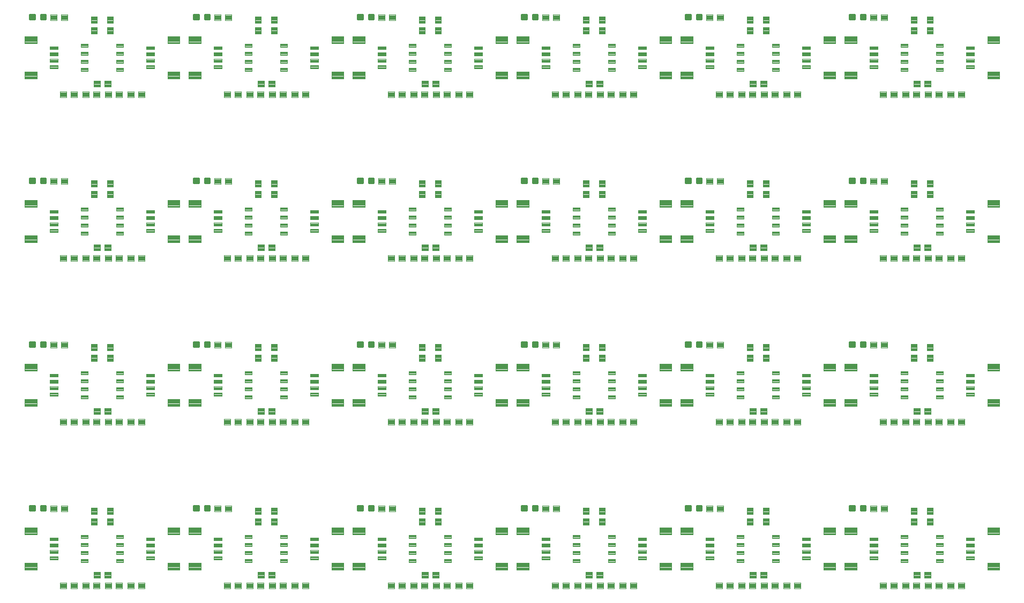
<source format=gtp>
G04 EAGLE Gerber RS-274X export*
G75*
%MOMM*%
%FSLAX34Y34*%
%LPD*%
%INSolderpaste Top*%
%IPPOS*%
%AMOC8*
5,1,8,0,0,1.08239X$1,22.5*%
G01*
%ADD10C,0.100000*%
%ADD11C,0.096000*%
%ADD12C,0.102000*%
%ADD13C,0.300000*%


D10*
X118800Y174300D02*
X118800Y164300D01*
X109800Y164300D01*
X109800Y174300D01*
X118800Y174300D01*
X118800Y165250D02*
X109800Y165250D01*
X109800Y166200D02*
X118800Y166200D01*
X118800Y167150D02*
X109800Y167150D01*
X109800Y168100D02*
X118800Y168100D01*
X118800Y169050D02*
X109800Y169050D01*
X109800Y170000D02*
X118800Y170000D01*
X118800Y170950D02*
X109800Y170950D01*
X109800Y171900D02*
X118800Y171900D01*
X118800Y172850D02*
X109800Y172850D01*
X109800Y173800D02*
X118800Y173800D01*
X118800Y181300D02*
X118800Y191300D01*
X118800Y181300D02*
X109800Y181300D01*
X109800Y191300D01*
X118800Y191300D01*
X118800Y182250D02*
X109800Y182250D01*
X109800Y183200D02*
X118800Y183200D01*
X118800Y184150D02*
X109800Y184150D01*
X109800Y185100D02*
X118800Y185100D01*
X118800Y186050D02*
X109800Y186050D01*
X109800Y187000D02*
X118800Y187000D01*
X118800Y187950D02*
X109800Y187950D01*
X109800Y188900D02*
X118800Y188900D01*
X118800Y189850D02*
X109800Y189850D01*
X109800Y190800D02*
X118800Y190800D01*
X144200Y174300D02*
X144200Y164300D01*
X135200Y164300D01*
X135200Y174300D01*
X144200Y174300D01*
X144200Y165250D02*
X135200Y165250D01*
X135200Y166200D02*
X144200Y166200D01*
X144200Y167150D02*
X135200Y167150D01*
X135200Y168100D02*
X144200Y168100D01*
X144200Y169050D02*
X135200Y169050D01*
X135200Y170000D02*
X144200Y170000D01*
X144200Y170950D02*
X135200Y170950D01*
X135200Y171900D02*
X144200Y171900D01*
X144200Y172850D02*
X135200Y172850D01*
X135200Y173800D02*
X144200Y173800D01*
X144200Y181300D02*
X144200Y191300D01*
X144200Y181300D02*
X135200Y181300D01*
X135200Y191300D01*
X144200Y191300D01*
X144200Y182250D02*
X135200Y182250D01*
X135200Y183200D02*
X144200Y183200D01*
X144200Y184150D02*
X135200Y184150D01*
X135200Y185100D02*
X144200Y185100D01*
X144200Y186050D02*
X135200Y186050D01*
X135200Y187000D02*
X144200Y187000D01*
X144200Y187950D02*
X135200Y187950D01*
X135200Y188900D02*
X144200Y188900D01*
X144200Y189850D02*
X135200Y189850D01*
X135200Y190800D02*
X144200Y190800D01*
D11*
X4530Y160520D02*
X4530Y149480D01*
X4530Y160520D02*
X23570Y160520D01*
X23570Y149480D01*
X4530Y149480D01*
X4530Y150392D02*
X23570Y150392D01*
X23570Y151304D02*
X4530Y151304D01*
X4530Y152216D02*
X23570Y152216D01*
X23570Y153128D02*
X4530Y153128D01*
X4530Y154040D02*
X23570Y154040D01*
X23570Y154952D02*
X4530Y154952D01*
X4530Y155864D02*
X23570Y155864D01*
X23570Y156776D02*
X4530Y156776D01*
X4530Y157688D02*
X23570Y157688D01*
X23570Y158600D02*
X4530Y158600D01*
X4530Y159512D02*
X23570Y159512D01*
X23570Y160424D02*
X4530Y160424D01*
X4530Y104520D02*
X4530Y93480D01*
X4530Y104520D02*
X23570Y104520D01*
X23570Y93480D01*
X4530Y93480D01*
X4530Y94392D02*
X23570Y94392D01*
X23570Y95304D02*
X4530Y95304D01*
X4530Y96216D02*
X23570Y96216D01*
X23570Y97128D02*
X4530Y97128D01*
X4530Y98040D02*
X23570Y98040D01*
X23570Y98952D02*
X4530Y98952D01*
X4530Y99864D02*
X23570Y99864D01*
X23570Y100776D02*
X4530Y100776D01*
X4530Y101688D02*
X23570Y101688D01*
X23570Y102600D02*
X4530Y102600D01*
X4530Y103512D02*
X23570Y103512D01*
X23570Y104424D02*
X4530Y104424D01*
D12*
X44560Y139510D02*
X44560Y144490D01*
X57040Y144490D01*
X57040Y139510D01*
X44560Y139510D01*
X44560Y140479D02*
X57040Y140479D01*
X57040Y141448D02*
X44560Y141448D01*
X44560Y142417D02*
X57040Y142417D01*
X57040Y143386D02*
X44560Y143386D01*
X44560Y144355D02*
X57040Y144355D01*
X44560Y134490D02*
X44560Y129510D01*
X44560Y134490D02*
X57040Y134490D01*
X57040Y129510D01*
X44560Y129510D01*
X44560Y130479D02*
X57040Y130479D01*
X57040Y131448D02*
X44560Y131448D01*
X44560Y132417D02*
X57040Y132417D01*
X57040Y133386D02*
X44560Y133386D01*
X44560Y134355D02*
X57040Y134355D01*
X44560Y124490D02*
X44560Y119510D01*
X44560Y124490D02*
X57040Y124490D01*
X57040Y119510D01*
X44560Y119510D01*
X44560Y120479D02*
X57040Y120479D01*
X57040Y121448D02*
X44560Y121448D01*
X44560Y122417D02*
X57040Y122417D01*
X57040Y123386D02*
X44560Y123386D01*
X44560Y124355D02*
X57040Y124355D01*
X44560Y114490D02*
X44560Y109510D01*
X44560Y114490D02*
X57040Y114490D01*
X57040Y109510D01*
X44560Y109510D01*
X44560Y110479D02*
X57040Y110479D01*
X57040Y111448D02*
X44560Y111448D01*
X44560Y112417D02*
X57040Y112417D01*
X57040Y113386D02*
X44560Y113386D01*
X44560Y114355D02*
X57040Y114355D01*
D10*
X113500Y80590D02*
X123500Y80590D01*
X113500Y80590D02*
X113500Y89590D01*
X123500Y89590D01*
X123500Y80590D01*
X123500Y81540D02*
X113500Y81540D01*
X113500Y82490D02*
X123500Y82490D01*
X123500Y83440D02*
X113500Y83440D01*
X113500Y84390D02*
X123500Y84390D01*
X123500Y85340D02*
X113500Y85340D01*
X113500Y86290D02*
X123500Y86290D01*
X123500Y87240D02*
X113500Y87240D01*
X113500Y88190D02*
X123500Y88190D01*
X123500Y89140D02*
X113500Y89140D01*
X130500Y80590D02*
X140500Y80590D01*
X130500Y80590D02*
X130500Y89590D01*
X140500Y89590D01*
X140500Y80590D01*
X140500Y81540D02*
X130500Y81540D01*
X130500Y82490D02*
X140500Y82490D01*
X140500Y83440D02*
X130500Y83440D01*
X130500Y84390D02*
X140500Y84390D01*
X140500Y85340D02*
X130500Y85340D01*
X130500Y86290D02*
X140500Y86290D01*
X140500Y87240D02*
X130500Y87240D01*
X130500Y88190D02*
X140500Y88190D01*
X140500Y89140D02*
X130500Y89140D01*
D11*
X249470Y93480D02*
X249470Y104520D01*
X249470Y93480D02*
X230430Y93480D01*
X230430Y104520D01*
X249470Y104520D01*
X249470Y94392D02*
X230430Y94392D01*
X230430Y95304D02*
X249470Y95304D01*
X249470Y96216D02*
X230430Y96216D01*
X230430Y97128D02*
X249470Y97128D01*
X249470Y98040D02*
X230430Y98040D01*
X230430Y98952D02*
X249470Y98952D01*
X249470Y99864D02*
X230430Y99864D01*
X230430Y100776D02*
X249470Y100776D01*
X249470Y101688D02*
X230430Y101688D01*
X230430Y102600D02*
X249470Y102600D01*
X249470Y103512D02*
X230430Y103512D01*
X230430Y104424D02*
X249470Y104424D01*
X249470Y149480D02*
X249470Y160520D01*
X249470Y149480D02*
X230430Y149480D01*
X230430Y160520D01*
X249470Y160520D01*
X249470Y150392D02*
X230430Y150392D01*
X230430Y151304D02*
X249470Y151304D01*
X249470Y152216D02*
X230430Y152216D01*
X230430Y153128D02*
X249470Y153128D01*
X249470Y154040D02*
X230430Y154040D01*
X230430Y154952D02*
X249470Y154952D01*
X249470Y155864D02*
X230430Y155864D01*
X230430Y156776D02*
X249470Y156776D01*
X249470Y157688D02*
X230430Y157688D01*
X230430Y158600D02*
X249470Y158600D01*
X249470Y159512D02*
X230430Y159512D01*
X230430Y160424D02*
X249470Y160424D01*
D12*
X209440Y114490D02*
X209440Y109510D01*
X196960Y109510D01*
X196960Y114490D01*
X209440Y114490D01*
X209440Y110479D02*
X196960Y110479D01*
X196960Y111448D02*
X209440Y111448D01*
X209440Y112417D02*
X196960Y112417D01*
X196960Y113386D02*
X209440Y113386D01*
X209440Y114355D02*
X196960Y114355D01*
X209440Y119510D02*
X209440Y124490D01*
X209440Y119510D02*
X196960Y119510D01*
X196960Y124490D01*
X209440Y124490D01*
X209440Y120479D02*
X196960Y120479D01*
X196960Y121448D02*
X209440Y121448D01*
X209440Y122417D02*
X196960Y122417D01*
X196960Y123386D02*
X209440Y123386D01*
X209440Y124355D02*
X196960Y124355D01*
X209440Y129510D02*
X209440Y134490D01*
X209440Y129510D02*
X196960Y129510D01*
X196960Y134490D01*
X209440Y134490D01*
X209440Y130479D02*
X196960Y130479D01*
X196960Y131448D02*
X209440Y131448D01*
X209440Y132417D02*
X196960Y132417D01*
X196960Y133386D02*
X209440Y133386D01*
X209440Y134355D02*
X196960Y134355D01*
X209440Y139510D02*
X209440Y144490D01*
X209440Y139510D02*
X196960Y139510D01*
X196960Y144490D01*
X209440Y144490D01*
X209440Y140479D02*
X196960Y140479D01*
X196960Y141448D02*
X209440Y141448D01*
X209440Y142417D02*
X196960Y142417D01*
X196960Y143386D02*
X209440Y143386D01*
X209440Y144355D02*
X196960Y144355D01*
D10*
X54920Y186000D02*
X44920Y186000D01*
X44920Y195000D01*
X54920Y195000D01*
X54920Y186000D01*
X54920Y186950D02*
X44920Y186950D01*
X44920Y187900D02*
X54920Y187900D01*
X54920Y188850D02*
X44920Y188850D01*
X44920Y189800D02*
X54920Y189800D01*
X54920Y190750D02*
X44920Y190750D01*
X44920Y191700D02*
X54920Y191700D01*
X54920Y192650D02*
X44920Y192650D01*
X44920Y193600D02*
X54920Y193600D01*
X54920Y194550D02*
X44920Y194550D01*
X61920Y186000D02*
X71920Y186000D01*
X61920Y186000D02*
X61920Y195000D01*
X71920Y195000D01*
X71920Y186000D01*
X71920Y186950D02*
X61920Y186950D01*
X61920Y187900D02*
X71920Y187900D01*
X71920Y188850D02*
X61920Y188850D01*
X61920Y189800D02*
X71920Y189800D01*
X71920Y190750D02*
X61920Y190750D01*
X61920Y191700D02*
X71920Y191700D01*
X71920Y192650D02*
X61920Y192650D01*
X61920Y193600D02*
X71920Y193600D01*
X71920Y194550D02*
X61920Y194550D01*
D13*
X20130Y194000D02*
X20130Y187000D01*
X13130Y187000D01*
X13130Y194000D01*
X20130Y194000D01*
X20130Y189850D02*
X13130Y189850D01*
X13130Y192700D02*
X20130Y192700D01*
X37670Y194000D02*
X37670Y187000D01*
X30670Y187000D01*
X30670Y194000D01*
X37670Y194000D01*
X37670Y189850D02*
X30670Y189850D01*
X30670Y192700D02*
X37670Y192700D01*
D12*
X160490Y110440D02*
X160490Y105460D01*
X149510Y105460D01*
X149510Y110440D01*
X160490Y110440D01*
X160490Y106429D02*
X149510Y106429D01*
X149510Y107398D02*
X160490Y107398D01*
X160490Y108367D02*
X149510Y108367D01*
X149510Y109336D02*
X160490Y109336D01*
X160490Y110305D02*
X149510Y110305D01*
X160490Y118160D02*
X160490Y123140D01*
X160490Y118160D02*
X149510Y118160D01*
X149510Y123140D01*
X160490Y123140D01*
X160490Y119129D02*
X149510Y119129D01*
X149510Y120098D02*
X160490Y120098D01*
X160490Y121067D02*
X149510Y121067D01*
X149510Y122036D02*
X160490Y122036D01*
X160490Y123005D02*
X149510Y123005D01*
X160490Y130860D02*
X160490Y135840D01*
X160490Y130860D02*
X149510Y130860D01*
X149510Y135840D01*
X160490Y135840D01*
X160490Y131829D02*
X149510Y131829D01*
X149510Y132798D02*
X160490Y132798D01*
X160490Y133767D02*
X149510Y133767D01*
X149510Y134736D02*
X160490Y134736D01*
X160490Y135705D02*
X149510Y135705D01*
X160490Y143560D02*
X160490Y148540D01*
X160490Y143560D02*
X149510Y143560D01*
X149510Y148540D01*
X160490Y148540D01*
X160490Y144529D02*
X149510Y144529D01*
X149510Y145498D02*
X160490Y145498D01*
X160490Y146467D02*
X149510Y146467D01*
X149510Y147436D02*
X160490Y147436D01*
X160490Y148405D02*
X149510Y148405D01*
X104490Y148540D02*
X104490Y143560D01*
X93510Y143560D01*
X93510Y148540D01*
X104490Y148540D01*
X104490Y144529D02*
X93510Y144529D01*
X93510Y145498D02*
X104490Y145498D01*
X104490Y146467D02*
X93510Y146467D01*
X93510Y147436D02*
X104490Y147436D01*
X104490Y148405D02*
X93510Y148405D01*
X104490Y135840D02*
X104490Y130860D01*
X93510Y130860D01*
X93510Y135840D01*
X104490Y135840D01*
X104490Y131829D02*
X93510Y131829D01*
X93510Y132798D02*
X104490Y132798D01*
X104490Y133767D02*
X93510Y133767D01*
X93510Y134736D02*
X104490Y134736D01*
X104490Y135705D02*
X93510Y135705D01*
X104490Y123140D02*
X104490Y118160D01*
X93510Y118160D01*
X93510Y123140D01*
X104490Y123140D01*
X104490Y119129D02*
X93510Y119129D01*
X93510Y120098D02*
X104490Y120098D01*
X104490Y121067D02*
X93510Y121067D01*
X93510Y122036D02*
X104490Y122036D01*
X104490Y123005D02*
X93510Y123005D01*
X104490Y110440D02*
X104490Y105460D01*
X93510Y105460D01*
X93510Y110440D01*
X104490Y110440D01*
X104490Y106429D02*
X93510Y106429D01*
X93510Y107398D02*
X104490Y107398D01*
X104490Y108367D02*
X93510Y108367D01*
X93510Y109336D02*
X104490Y109336D01*
X104490Y110305D02*
X93510Y110305D01*
D10*
X70160Y64080D02*
X60160Y64080D01*
X60160Y73080D01*
X70160Y73080D01*
X70160Y64080D01*
X70160Y65030D02*
X60160Y65030D01*
X60160Y65980D02*
X70160Y65980D01*
X70160Y66930D02*
X60160Y66930D01*
X60160Y67880D02*
X70160Y67880D01*
X70160Y68830D02*
X60160Y68830D01*
X60160Y69780D02*
X70160Y69780D01*
X70160Y70730D02*
X60160Y70730D01*
X60160Y71680D02*
X70160Y71680D01*
X70160Y72630D02*
X60160Y72630D01*
X77160Y64080D02*
X87160Y64080D01*
X77160Y64080D02*
X77160Y73080D01*
X87160Y73080D01*
X87160Y64080D01*
X87160Y65030D02*
X77160Y65030D01*
X77160Y65980D02*
X87160Y65980D01*
X87160Y66930D02*
X77160Y66930D01*
X77160Y67880D02*
X87160Y67880D01*
X87160Y68830D02*
X77160Y68830D01*
X77160Y69780D02*
X87160Y69780D01*
X87160Y70730D02*
X77160Y70730D01*
X77160Y71680D02*
X87160Y71680D01*
X87160Y72630D02*
X77160Y72630D01*
X95720Y64080D02*
X105720Y64080D01*
X95720Y64080D02*
X95720Y73080D01*
X105720Y73080D01*
X105720Y64080D01*
X105720Y65030D02*
X95720Y65030D01*
X95720Y65980D02*
X105720Y65980D01*
X105720Y66930D02*
X95720Y66930D01*
X95720Y67880D02*
X105720Y67880D01*
X105720Y68830D02*
X95720Y68830D01*
X95720Y69780D02*
X105720Y69780D01*
X105720Y70730D02*
X95720Y70730D01*
X95720Y71680D02*
X105720Y71680D01*
X105720Y72630D02*
X95720Y72630D01*
X112720Y64080D02*
X122720Y64080D01*
X112720Y64080D02*
X112720Y73080D01*
X122720Y73080D01*
X122720Y64080D01*
X122720Y65030D02*
X112720Y65030D01*
X112720Y65980D02*
X122720Y65980D01*
X122720Y66930D02*
X112720Y66930D01*
X112720Y67880D02*
X122720Y67880D01*
X122720Y68830D02*
X112720Y68830D01*
X112720Y69780D02*
X122720Y69780D01*
X122720Y70730D02*
X112720Y70730D01*
X112720Y71680D02*
X122720Y71680D01*
X122720Y72630D02*
X112720Y72630D01*
X131280Y64080D02*
X141280Y64080D01*
X131280Y64080D02*
X131280Y73080D01*
X141280Y73080D01*
X141280Y64080D01*
X141280Y65030D02*
X131280Y65030D01*
X131280Y65980D02*
X141280Y65980D01*
X141280Y66930D02*
X131280Y66930D01*
X131280Y67880D02*
X141280Y67880D01*
X141280Y68830D02*
X131280Y68830D01*
X131280Y69780D02*
X141280Y69780D01*
X141280Y70730D02*
X131280Y70730D01*
X131280Y71680D02*
X141280Y71680D01*
X141280Y72630D02*
X131280Y72630D01*
X148280Y64080D02*
X158280Y64080D01*
X148280Y64080D02*
X148280Y73080D01*
X158280Y73080D01*
X158280Y64080D01*
X158280Y65030D02*
X148280Y65030D01*
X148280Y65980D02*
X158280Y65980D01*
X158280Y66930D02*
X148280Y66930D01*
X148280Y67880D02*
X158280Y67880D01*
X158280Y68830D02*
X148280Y68830D01*
X148280Y69780D02*
X158280Y69780D01*
X158280Y70730D02*
X148280Y70730D01*
X148280Y71680D02*
X158280Y71680D01*
X158280Y72630D02*
X148280Y72630D01*
X183840Y73080D02*
X193840Y73080D01*
X193840Y64080D01*
X183840Y64080D01*
X183840Y73080D01*
X183840Y65030D02*
X193840Y65030D01*
X193840Y65980D02*
X183840Y65980D01*
X183840Y66930D02*
X193840Y66930D01*
X193840Y67880D02*
X183840Y67880D01*
X183840Y68830D02*
X193840Y68830D01*
X193840Y69780D02*
X183840Y69780D01*
X183840Y70730D02*
X193840Y70730D01*
X193840Y71680D02*
X183840Y71680D01*
X183840Y72630D02*
X193840Y72630D01*
X176840Y73080D02*
X166840Y73080D01*
X176840Y73080D02*
X176840Y64080D01*
X166840Y64080D01*
X166840Y73080D01*
X166840Y65030D02*
X176840Y65030D01*
X176840Y65980D02*
X166840Y65980D01*
X166840Y66930D02*
X176840Y66930D01*
X176840Y67880D02*
X166840Y67880D01*
X166840Y68830D02*
X176840Y68830D01*
X176840Y69780D02*
X166840Y69780D01*
X166840Y70730D02*
X176840Y70730D01*
X176840Y71680D02*
X166840Y71680D01*
X166840Y72630D02*
X176840Y72630D01*
X377880Y164300D02*
X377880Y174300D01*
X377880Y164300D02*
X368880Y164300D01*
X368880Y174300D01*
X377880Y174300D01*
X377880Y165250D02*
X368880Y165250D01*
X368880Y166200D02*
X377880Y166200D01*
X377880Y167150D02*
X368880Y167150D01*
X368880Y168100D02*
X377880Y168100D01*
X377880Y169050D02*
X368880Y169050D01*
X368880Y170000D02*
X377880Y170000D01*
X377880Y170950D02*
X368880Y170950D01*
X368880Y171900D02*
X377880Y171900D01*
X377880Y172850D02*
X368880Y172850D01*
X368880Y173800D02*
X377880Y173800D01*
X377880Y181300D02*
X377880Y191300D01*
X377880Y181300D02*
X368880Y181300D01*
X368880Y191300D01*
X377880Y191300D01*
X377880Y182250D02*
X368880Y182250D01*
X368880Y183200D02*
X377880Y183200D01*
X377880Y184150D02*
X368880Y184150D01*
X368880Y185100D02*
X377880Y185100D01*
X377880Y186050D02*
X368880Y186050D01*
X368880Y187000D02*
X377880Y187000D01*
X377880Y187950D02*
X368880Y187950D01*
X368880Y188900D02*
X377880Y188900D01*
X377880Y189850D02*
X368880Y189850D01*
X368880Y190800D02*
X377880Y190800D01*
X403280Y174300D02*
X403280Y164300D01*
X394280Y164300D01*
X394280Y174300D01*
X403280Y174300D01*
X403280Y165250D02*
X394280Y165250D01*
X394280Y166200D02*
X403280Y166200D01*
X403280Y167150D02*
X394280Y167150D01*
X394280Y168100D02*
X403280Y168100D01*
X403280Y169050D02*
X394280Y169050D01*
X394280Y170000D02*
X403280Y170000D01*
X403280Y170950D02*
X394280Y170950D01*
X394280Y171900D02*
X403280Y171900D01*
X403280Y172850D02*
X394280Y172850D01*
X394280Y173800D02*
X403280Y173800D01*
X403280Y181300D02*
X403280Y191300D01*
X403280Y181300D02*
X394280Y181300D01*
X394280Y191300D01*
X403280Y191300D01*
X403280Y182250D02*
X394280Y182250D01*
X394280Y183200D02*
X403280Y183200D01*
X403280Y184150D02*
X394280Y184150D01*
X394280Y185100D02*
X403280Y185100D01*
X403280Y186050D02*
X394280Y186050D01*
X394280Y187000D02*
X403280Y187000D01*
X403280Y187950D02*
X394280Y187950D01*
X394280Y188900D02*
X403280Y188900D01*
X403280Y189850D02*
X394280Y189850D01*
X394280Y190800D02*
X403280Y190800D01*
D11*
X263610Y160520D02*
X263610Y149480D01*
X263610Y160520D02*
X282650Y160520D01*
X282650Y149480D01*
X263610Y149480D01*
X263610Y150392D02*
X282650Y150392D01*
X282650Y151304D02*
X263610Y151304D01*
X263610Y152216D02*
X282650Y152216D01*
X282650Y153128D02*
X263610Y153128D01*
X263610Y154040D02*
X282650Y154040D01*
X282650Y154952D02*
X263610Y154952D01*
X263610Y155864D02*
X282650Y155864D01*
X282650Y156776D02*
X263610Y156776D01*
X263610Y157688D02*
X282650Y157688D01*
X282650Y158600D02*
X263610Y158600D01*
X263610Y159512D02*
X282650Y159512D01*
X282650Y160424D02*
X263610Y160424D01*
X263610Y104520D02*
X263610Y93480D01*
X263610Y104520D02*
X282650Y104520D01*
X282650Y93480D01*
X263610Y93480D01*
X263610Y94392D02*
X282650Y94392D01*
X282650Y95304D02*
X263610Y95304D01*
X263610Y96216D02*
X282650Y96216D01*
X282650Y97128D02*
X263610Y97128D01*
X263610Y98040D02*
X282650Y98040D01*
X282650Y98952D02*
X263610Y98952D01*
X263610Y99864D02*
X282650Y99864D01*
X282650Y100776D02*
X263610Y100776D01*
X263610Y101688D02*
X282650Y101688D01*
X282650Y102600D02*
X263610Y102600D01*
X263610Y103512D02*
X282650Y103512D01*
X282650Y104424D02*
X263610Y104424D01*
D12*
X303640Y139510D02*
X303640Y144490D01*
X316120Y144490D01*
X316120Y139510D01*
X303640Y139510D01*
X303640Y140479D02*
X316120Y140479D01*
X316120Y141448D02*
X303640Y141448D01*
X303640Y142417D02*
X316120Y142417D01*
X316120Y143386D02*
X303640Y143386D01*
X303640Y144355D02*
X316120Y144355D01*
X303640Y134490D02*
X303640Y129510D01*
X303640Y134490D02*
X316120Y134490D01*
X316120Y129510D01*
X303640Y129510D01*
X303640Y130479D02*
X316120Y130479D01*
X316120Y131448D02*
X303640Y131448D01*
X303640Y132417D02*
X316120Y132417D01*
X316120Y133386D02*
X303640Y133386D01*
X303640Y134355D02*
X316120Y134355D01*
X303640Y124490D02*
X303640Y119510D01*
X303640Y124490D02*
X316120Y124490D01*
X316120Y119510D01*
X303640Y119510D01*
X303640Y120479D02*
X316120Y120479D01*
X316120Y121448D02*
X303640Y121448D01*
X303640Y122417D02*
X316120Y122417D01*
X316120Y123386D02*
X303640Y123386D01*
X303640Y124355D02*
X316120Y124355D01*
X303640Y114490D02*
X303640Y109510D01*
X303640Y114490D02*
X316120Y114490D01*
X316120Y109510D01*
X303640Y109510D01*
X303640Y110479D02*
X316120Y110479D01*
X316120Y111448D02*
X303640Y111448D01*
X303640Y112417D02*
X316120Y112417D01*
X316120Y113386D02*
X303640Y113386D01*
X303640Y114355D02*
X316120Y114355D01*
D10*
X372580Y80590D02*
X382580Y80590D01*
X372580Y80590D02*
X372580Y89590D01*
X382580Y89590D01*
X382580Y80590D01*
X382580Y81540D02*
X372580Y81540D01*
X372580Y82490D02*
X382580Y82490D01*
X382580Y83440D02*
X372580Y83440D01*
X372580Y84390D02*
X382580Y84390D01*
X382580Y85340D02*
X372580Y85340D01*
X372580Y86290D02*
X382580Y86290D01*
X382580Y87240D02*
X372580Y87240D01*
X372580Y88190D02*
X382580Y88190D01*
X382580Y89140D02*
X372580Y89140D01*
X389580Y80590D02*
X399580Y80590D01*
X389580Y80590D02*
X389580Y89590D01*
X399580Y89590D01*
X399580Y80590D01*
X399580Y81540D02*
X389580Y81540D01*
X389580Y82490D02*
X399580Y82490D01*
X399580Y83440D02*
X389580Y83440D01*
X389580Y84390D02*
X399580Y84390D01*
X399580Y85340D02*
X389580Y85340D01*
X389580Y86290D02*
X399580Y86290D01*
X399580Y87240D02*
X389580Y87240D01*
X389580Y88190D02*
X399580Y88190D01*
X399580Y89140D02*
X389580Y89140D01*
D11*
X508550Y93480D02*
X508550Y104520D01*
X508550Y93480D02*
X489510Y93480D01*
X489510Y104520D01*
X508550Y104520D01*
X508550Y94392D02*
X489510Y94392D01*
X489510Y95304D02*
X508550Y95304D01*
X508550Y96216D02*
X489510Y96216D01*
X489510Y97128D02*
X508550Y97128D01*
X508550Y98040D02*
X489510Y98040D01*
X489510Y98952D02*
X508550Y98952D01*
X508550Y99864D02*
X489510Y99864D01*
X489510Y100776D02*
X508550Y100776D01*
X508550Y101688D02*
X489510Y101688D01*
X489510Y102600D02*
X508550Y102600D01*
X508550Y103512D02*
X489510Y103512D01*
X489510Y104424D02*
X508550Y104424D01*
X508550Y149480D02*
X508550Y160520D01*
X508550Y149480D02*
X489510Y149480D01*
X489510Y160520D01*
X508550Y160520D01*
X508550Y150392D02*
X489510Y150392D01*
X489510Y151304D02*
X508550Y151304D01*
X508550Y152216D02*
X489510Y152216D01*
X489510Y153128D02*
X508550Y153128D01*
X508550Y154040D02*
X489510Y154040D01*
X489510Y154952D02*
X508550Y154952D01*
X508550Y155864D02*
X489510Y155864D01*
X489510Y156776D02*
X508550Y156776D01*
X508550Y157688D02*
X489510Y157688D01*
X489510Y158600D02*
X508550Y158600D01*
X508550Y159512D02*
X489510Y159512D01*
X489510Y160424D02*
X508550Y160424D01*
D12*
X468520Y114490D02*
X468520Y109510D01*
X456040Y109510D01*
X456040Y114490D01*
X468520Y114490D01*
X468520Y110479D02*
X456040Y110479D01*
X456040Y111448D02*
X468520Y111448D01*
X468520Y112417D02*
X456040Y112417D01*
X456040Y113386D02*
X468520Y113386D01*
X468520Y114355D02*
X456040Y114355D01*
X468520Y119510D02*
X468520Y124490D01*
X468520Y119510D02*
X456040Y119510D01*
X456040Y124490D01*
X468520Y124490D01*
X468520Y120479D02*
X456040Y120479D01*
X456040Y121448D02*
X468520Y121448D01*
X468520Y122417D02*
X456040Y122417D01*
X456040Y123386D02*
X468520Y123386D01*
X468520Y124355D02*
X456040Y124355D01*
X468520Y129510D02*
X468520Y134490D01*
X468520Y129510D02*
X456040Y129510D01*
X456040Y134490D01*
X468520Y134490D01*
X468520Y130479D02*
X456040Y130479D01*
X456040Y131448D02*
X468520Y131448D01*
X468520Y132417D02*
X456040Y132417D01*
X456040Y133386D02*
X468520Y133386D01*
X468520Y134355D02*
X456040Y134355D01*
X468520Y139510D02*
X468520Y144490D01*
X468520Y139510D02*
X456040Y139510D01*
X456040Y144490D01*
X468520Y144490D01*
X468520Y140479D02*
X456040Y140479D01*
X456040Y141448D02*
X468520Y141448D01*
X468520Y142417D02*
X456040Y142417D01*
X456040Y143386D02*
X468520Y143386D01*
X468520Y144355D02*
X456040Y144355D01*
D10*
X314000Y186000D02*
X304000Y186000D01*
X304000Y195000D01*
X314000Y195000D01*
X314000Y186000D01*
X314000Y186950D02*
X304000Y186950D01*
X304000Y187900D02*
X314000Y187900D01*
X314000Y188850D02*
X304000Y188850D01*
X304000Y189800D02*
X314000Y189800D01*
X314000Y190750D02*
X304000Y190750D01*
X304000Y191700D02*
X314000Y191700D01*
X314000Y192650D02*
X304000Y192650D01*
X304000Y193600D02*
X314000Y193600D01*
X314000Y194550D02*
X304000Y194550D01*
X321000Y186000D02*
X331000Y186000D01*
X321000Y186000D02*
X321000Y195000D01*
X331000Y195000D01*
X331000Y186000D01*
X331000Y186950D02*
X321000Y186950D01*
X321000Y187900D02*
X331000Y187900D01*
X331000Y188850D02*
X321000Y188850D01*
X321000Y189800D02*
X331000Y189800D01*
X331000Y190750D02*
X321000Y190750D01*
X321000Y191700D02*
X331000Y191700D01*
X331000Y192650D02*
X321000Y192650D01*
X321000Y193600D02*
X331000Y193600D01*
X331000Y194550D02*
X321000Y194550D01*
D13*
X279210Y194000D02*
X279210Y187000D01*
X272210Y187000D01*
X272210Y194000D01*
X279210Y194000D01*
X279210Y189850D02*
X272210Y189850D01*
X272210Y192700D02*
X279210Y192700D01*
X296750Y194000D02*
X296750Y187000D01*
X289750Y187000D01*
X289750Y194000D01*
X296750Y194000D01*
X296750Y189850D02*
X289750Y189850D01*
X289750Y192700D02*
X296750Y192700D01*
D12*
X419570Y110440D02*
X419570Y105460D01*
X408590Y105460D01*
X408590Y110440D01*
X419570Y110440D01*
X419570Y106429D02*
X408590Y106429D01*
X408590Y107398D02*
X419570Y107398D01*
X419570Y108367D02*
X408590Y108367D01*
X408590Y109336D02*
X419570Y109336D01*
X419570Y110305D02*
X408590Y110305D01*
X419570Y118160D02*
X419570Y123140D01*
X419570Y118160D02*
X408590Y118160D01*
X408590Y123140D01*
X419570Y123140D01*
X419570Y119129D02*
X408590Y119129D01*
X408590Y120098D02*
X419570Y120098D01*
X419570Y121067D02*
X408590Y121067D01*
X408590Y122036D02*
X419570Y122036D01*
X419570Y123005D02*
X408590Y123005D01*
X419570Y130860D02*
X419570Y135840D01*
X419570Y130860D02*
X408590Y130860D01*
X408590Y135840D01*
X419570Y135840D01*
X419570Y131829D02*
X408590Y131829D01*
X408590Y132798D02*
X419570Y132798D01*
X419570Y133767D02*
X408590Y133767D01*
X408590Y134736D02*
X419570Y134736D01*
X419570Y135705D02*
X408590Y135705D01*
X419570Y143560D02*
X419570Y148540D01*
X419570Y143560D02*
X408590Y143560D01*
X408590Y148540D01*
X419570Y148540D01*
X419570Y144529D02*
X408590Y144529D01*
X408590Y145498D02*
X419570Y145498D01*
X419570Y146467D02*
X408590Y146467D01*
X408590Y147436D02*
X419570Y147436D01*
X419570Y148405D02*
X408590Y148405D01*
X363570Y148540D02*
X363570Y143560D01*
X352590Y143560D01*
X352590Y148540D01*
X363570Y148540D01*
X363570Y144529D02*
X352590Y144529D01*
X352590Y145498D02*
X363570Y145498D01*
X363570Y146467D02*
X352590Y146467D01*
X352590Y147436D02*
X363570Y147436D01*
X363570Y148405D02*
X352590Y148405D01*
X363570Y135840D02*
X363570Y130860D01*
X352590Y130860D01*
X352590Y135840D01*
X363570Y135840D01*
X363570Y131829D02*
X352590Y131829D01*
X352590Y132798D02*
X363570Y132798D01*
X363570Y133767D02*
X352590Y133767D01*
X352590Y134736D02*
X363570Y134736D01*
X363570Y135705D02*
X352590Y135705D01*
X363570Y123140D02*
X363570Y118160D01*
X352590Y118160D01*
X352590Y123140D01*
X363570Y123140D01*
X363570Y119129D02*
X352590Y119129D01*
X352590Y120098D02*
X363570Y120098D01*
X363570Y121067D02*
X352590Y121067D01*
X352590Y122036D02*
X363570Y122036D01*
X363570Y123005D02*
X352590Y123005D01*
X363570Y110440D02*
X363570Y105460D01*
X352590Y105460D01*
X352590Y110440D01*
X363570Y110440D01*
X363570Y106429D02*
X352590Y106429D01*
X352590Y107398D02*
X363570Y107398D01*
X363570Y108367D02*
X352590Y108367D01*
X352590Y109336D02*
X363570Y109336D01*
X363570Y110305D02*
X352590Y110305D01*
D10*
X329240Y64080D02*
X319240Y64080D01*
X319240Y73080D01*
X329240Y73080D01*
X329240Y64080D01*
X329240Y65030D02*
X319240Y65030D01*
X319240Y65980D02*
X329240Y65980D01*
X329240Y66930D02*
X319240Y66930D01*
X319240Y67880D02*
X329240Y67880D01*
X329240Y68830D02*
X319240Y68830D01*
X319240Y69780D02*
X329240Y69780D01*
X329240Y70730D02*
X319240Y70730D01*
X319240Y71680D02*
X329240Y71680D01*
X329240Y72630D02*
X319240Y72630D01*
X336240Y64080D02*
X346240Y64080D01*
X336240Y64080D02*
X336240Y73080D01*
X346240Y73080D01*
X346240Y64080D01*
X346240Y65030D02*
X336240Y65030D01*
X336240Y65980D02*
X346240Y65980D01*
X346240Y66930D02*
X336240Y66930D01*
X336240Y67880D02*
X346240Y67880D01*
X346240Y68830D02*
X336240Y68830D01*
X336240Y69780D02*
X346240Y69780D01*
X346240Y70730D02*
X336240Y70730D01*
X336240Y71680D02*
X346240Y71680D01*
X346240Y72630D02*
X336240Y72630D01*
X354800Y64080D02*
X364800Y64080D01*
X354800Y64080D02*
X354800Y73080D01*
X364800Y73080D01*
X364800Y64080D01*
X364800Y65030D02*
X354800Y65030D01*
X354800Y65980D02*
X364800Y65980D01*
X364800Y66930D02*
X354800Y66930D01*
X354800Y67880D02*
X364800Y67880D01*
X364800Y68830D02*
X354800Y68830D01*
X354800Y69780D02*
X364800Y69780D01*
X364800Y70730D02*
X354800Y70730D01*
X354800Y71680D02*
X364800Y71680D01*
X364800Y72630D02*
X354800Y72630D01*
X371800Y64080D02*
X381800Y64080D01*
X371800Y64080D02*
X371800Y73080D01*
X381800Y73080D01*
X381800Y64080D01*
X381800Y65030D02*
X371800Y65030D01*
X371800Y65980D02*
X381800Y65980D01*
X381800Y66930D02*
X371800Y66930D01*
X371800Y67880D02*
X381800Y67880D01*
X381800Y68830D02*
X371800Y68830D01*
X371800Y69780D02*
X381800Y69780D01*
X381800Y70730D02*
X371800Y70730D01*
X371800Y71680D02*
X381800Y71680D01*
X381800Y72630D02*
X371800Y72630D01*
X390360Y64080D02*
X400360Y64080D01*
X390360Y64080D02*
X390360Y73080D01*
X400360Y73080D01*
X400360Y64080D01*
X400360Y65030D02*
X390360Y65030D01*
X390360Y65980D02*
X400360Y65980D01*
X400360Y66930D02*
X390360Y66930D01*
X390360Y67880D02*
X400360Y67880D01*
X400360Y68830D02*
X390360Y68830D01*
X390360Y69780D02*
X400360Y69780D01*
X400360Y70730D02*
X390360Y70730D01*
X390360Y71680D02*
X400360Y71680D01*
X400360Y72630D02*
X390360Y72630D01*
X407360Y64080D02*
X417360Y64080D01*
X407360Y64080D02*
X407360Y73080D01*
X417360Y73080D01*
X417360Y64080D01*
X417360Y65030D02*
X407360Y65030D01*
X407360Y65980D02*
X417360Y65980D01*
X417360Y66930D02*
X407360Y66930D01*
X407360Y67880D02*
X417360Y67880D01*
X417360Y68830D02*
X407360Y68830D01*
X407360Y69780D02*
X417360Y69780D01*
X417360Y70730D02*
X407360Y70730D01*
X407360Y71680D02*
X417360Y71680D01*
X417360Y72630D02*
X407360Y72630D01*
X442920Y73080D02*
X452920Y73080D01*
X452920Y64080D01*
X442920Y64080D01*
X442920Y73080D01*
X442920Y65030D02*
X452920Y65030D01*
X452920Y65980D02*
X442920Y65980D01*
X442920Y66930D02*
X452920Y66930D01*
X452920Y67880D02*
X442920Y67880D01*
X442920Y68830D02*
X452920Y68830D01*
X452920Y69780D02*
X442920Y69780D01*
X442920Y70730D02*
X452920Y70730D01*
X452920Y71680D02*
X442920Y71680D01*
X442920Y72630D02*
X452920Y72630D01*
X435920Y73080D02*
X425920Y73080D01*
X435920Y73080D02*
X435920Y64080D01*
X425920Y64080D01*
X425920Y73080D01*
X425920Y65030D02*
X435920Y65030D01*
X435920Y65980D02*
X425920Y65980D01*
X425920Y66930D02*
X435920Y66930D01*
X435920Y67880D02*
X425920Y67880D01*
X425920Y68830D02*
X435920Y68830D01*
X435920Y69780D02*
X425920Y69780D01*
X425920Y70730D02*
X435920Y70730D01*
X435920Y71680D02*
X425920Y71680D01*
X425920Y72630D02*
X435920Y72630D01*
X636960Y164300D02*
X636960Y174300D01*
X636960Y164300D02*
X627960Y164300D01*
X627960Y174300D01*
X636960Y174300D01*
X636960Y165250D02*
X627960Y165250D01*
X627960Y166200D02*
X636960Y166200D01*
X636960Y167150D02*
X627960Y167150D01*
X627960Y168100D02*
X636960Y168100D01*
X636960Y169050D02*
X627960Y169050D01*
X627960Y170000D02*
X636960Y170000D01*
X636960Y170950D02*
X627960Y170950D01*
X627960Y171900D02*
X636960Y171900D01*
X636960Y172850D02*
X627960Y172850D01*
X627960Y173800D02*
X636960Y173800D01*
X636960Y181300D02*
X636960Y191300D01*
X636960Y181300D02*
X627960Y181300D01*
X627960Y191300D01*
X636960Y191300D01*
X636960Y182250D02*
X627960Y182250D01*
X627960Y183200D02*
X636960Y183200D01*
X636960Y184150D02*
X627960Y184150D01*
X627960Y185100D02*
X636960Y185100D01*
X636960Y186050D02*
X627960Y186050D01*
X627960Y187000D02*
X636960Y187000D01*
X636960Y187950D02*
X627960Y187950D01*
X627960Y188900D02*
X636960Y188900D01*
X636960Y189850D02*
X627960Y189850D01*
X627960Y190800D02*
X636960Y190800D01*
X662360Y174300D02*
X662360Y164300D01*
X653360Y164300D01*
X653360Y174300D01*
X662360Y174300D01*
X662360Y165250D02*
X653360Y165250D01*
X653360Y166200D02*
X662360Y166200D01*
X662360Y167150D02*
X653360Y167150D01*
X653360Y168100D02*
X662360Y168100D01*
X662360Y169050D02*
X653360Y169050D01*
X653360Y170000D02*
X662360Y170000D01*
X662360Y170950D02*
X653360Y170950D01*
X653360Y171900D02*
X662360Y171900D01*
X662360Y172850D02*
X653360Y172850D01*
X653360Y173800D02*
X662360Y173800D01*
X662360Y181300D02*
X662360Y191300D01*
X662360Y181300D02*
X653360Y181300D01*
X653360Y191300D01*
X662360Y191300D01*
X662360Y182250D02*
X653360Y182250D01*
X653360Y183200D02*
X662360Y183200D01*
X662360Y184150D02*
X653360Y184150D01*
X653360Y185100D02*
X662360Y185100D01*
X662360Y186050D02*
X653360Y186050D01*
X653360Y187000D02*
X662360Y187000D01*
X662360Y187950D02*
X653360Y187950D01*
X653360Y188900D02*
X662360Y188900D01*
X662360Y189850D02*
X653360Y189850D01*
X653360Y190800D02*
X662360Y190800D01*
D11*
X522690Y160520D02*
X522690Y149480D01*
X522690Y160520D02*
X541730Y160520D01*
X541730Y149480D01*
X522690Y149480D01*
X522690Y150392D02*
X541730Y150392D01*
X541730Y151304D02*
X522690Y151304D01*
X522690Y152216D02*
X541730Y152216D01*
X541730Y153128D02*
X522690Y153128D01*
X522690Y154040D02*
X541730Y154040D01*
X541730Y154952D02*
X522690Y154952D01*
X522690Y155864D02*
X541730Y155864D01*
X541730Y156776D02*
X522690Y156776D01*
X522690Y157688D02*
X541730Y157688D01*
X541730Y158600D02*
X522690Y158600D01*
X522690Y159512D02*
X541730Y159512D01*
X541730Y160424D02*
X522690Y160424D01*
X522690Y104520D02*
X522690Y93480D01*
X522690Y104520D02*
X541730Y104520D01*
X541730Y93480D01*
X522690Y93480D01*
X522690Y94392D02*
X541730Y94392D01*
X541730Y95304D02*
X522690Y95304D01*
X522690Y96216D02*
X541730Y96216D01*
X541730Y97128D02*
X522690Y97128D01*
X522690Y98040D02*
X541730Y98040D01*
X541730Y98952D02*
X522690Y98952D01*
X522690Y99864D02*
X541730Y99864D01*
X541730Y100776D02*
X522690Y100776D01*
X522690Y101688D02*
X541730Y101688D01*
X541730Y102600D02*
X522690Y102600D01*
X522690Y103512D02*
X541730Y103512D01*
X541730Y104424D02*
X522690Y104424D01*
D12*
X562720Y139510D02*
X562720Y144490D01*
X575200Y144490D01*
X575200Y139510D01*
X562720Y139510D01*
X562720Y140479D02*
X575200Y140479D01*
X575200Y141448D02*
X562720Y141448D01*
X562720Y142417D02*
X575200Y142417D01*
X575200Y143386D02*
X562720Y143386D01*
X562720Y144355D02*
X575200Y144355D01*
X562720Y134490D02*
X562720Y129510D01*
X562720Y134490D02*
X575200Y134490D01*
X575200Y129510D01*
X562720Y129510D01*
X562720Y130479D02*
X575200Y130479D01*
X575200Y131448D02*
X562720Y131448D01*
X562720Y132417D02*
X575200Y132417D01*
X575200Y133386D02*
X562720Y133386D01*
X562720Y134355D02*
X575200Y134355D01*
X562720Y124490D02*
X562720Y119510D01*
X562720Y124490D02*
X575200Y124490D01*
X575200Y119510D01*
X562720Y119510D01*
X562720Y120479D02*
X575200Y120479D01*
X575200Y121448D02*
X562720Y121448D01*
X562720Y122417D02*
X575200Y122417D01*
X575200Y123386D02*
X562720Y123386D01*
X562720Y124355D02*
X575200Y124355D01*
X562720Y114490D02*
X562720Y109510D01*
X562720Y114490D02*
X575200Y114490D01*
X575200Y109510D01*
X562720Y109510D01*
X562720Y110479D02*
X575200Y110479D01*
X575200Y111448D02*
X562720Y111448D01*
X562720Y112417D02*
X575200Y112417D01*
X575200Y113386D02*
X562720Y113386D01*
X562720Y114355D02*
X575200Y114355D01*
D10*
X631660Y80590D02*
X641660Y80590D01*
X631660Y80590D02*
X631660Y89590D01*
X641660Y89590D01*
X641660Y80590D01*
X641660Y81540D02*
X631660Y81540D01*
X631660Y82490D02*
X641660Y82490D01*
X641660Y83440D02*
X631660Y83440D01*
X631660Y84390D02*
X641660Y84390D01*
X641660Y85340D02*
X631660Y85340D01*
X631660Y86290D02*
X641660Y86290D01*
X641660Y87240D02*
X631660Y87240D01*
X631660Y88190D02*
X641660Y88190D01*
X641660Y89140D02*
X631660Y89140D01*
X648660Y80590D02*
X658660Y80590D01*
X648660Y80590D02*
X648660Y89590D01*
X658660Y89590D01*
X658660Y80590D01*
X658660Y81540D02*
X648660Y81540D01*
X648660Y82490D02*
X658660Y82490D01*
X658660Y83440D02*
X648660Y83440D01*
X648660Y84390D02*
X658660Y84390D01*
X658660Y85340D02*
X648660Y85340D01*
X648660Y86290D02*
X658660Y86290D01*
X658660Y87240D02*
X648660Y87240D01*
X648660Y88190D02*
X658660Y88190D01*
X658660Y89140D02*
X648660Y89140D01*
D11*
X767630Y93480D02*
X767630Y104520D01*
X767630Y93480D02*
X748590Y93480D01*
X748590Y104520D01*
X767630Y104520D01*
X767630Y94392D02*
X748590Y94392D01*
X748590Y95304D02*
X767630Y95304D01*
X767630Y96216D02*
X748590Y96216D01*
X748590Y97128D02*
X767630Y97128D01*
X767630Y98040D02*
X748590Y98040D01*
X748590Y98952D02*
X767630Y98952D01*
X767630Y99864D02*
X748590Y99864D01*
X748590Y100776D02*
X767630Y100776D01*
X767630Y101688D02*
X748590Y101688D01*
X748590Y102600D02*
X767630Y102600D01*
X767630Y103512D02*
X748590Y103512D01*
X748590Y104424D02*
X767630Y104424D01*
X767630Y149480D02*
X767630Y160520D01*
X767630Y149480D02*
X748590Y149480D01*
X748590Y160520D01*
X767630Y160520D01*
X767630Y150392D02*
X748590Y150392D01*
X748590Y151304D02*
X767630Y151304D01*
X767630Y152216D02*
X748590Y152216D01*
X748590Y153128D02*
X767630Y153128D01*
X767630Y154040D02*
X748590Y154040D01*
X748590Y154952D02*
X767630Y154952D01*
X767630Y155864D02*
X748590Y155864D01*
X748590Y156776D02*
X767630Y156776D01*
X767630Y157688D02*
X748590Y157688D01*
X748590Y158600D02*
X767630Y158600D01*
X767630Y159512D02*
X748590Y159512D01*
X748590Y160424D02*
X767630Y160424D01*
D12*
X727600Y114490D02*
X727600Y109510D01*
X715120Y109510D01*
X715120Y114490D01*
X727600Y114490D01*
X727600Y110479D02*
X715120Y110479D01*
X715120Y111448D02*
X727600Y111448D01*
X727600Y112417D02*
X715120Y112417D01*
X715120Y113386D02*
X727600Y113386D01*
X727600Y114355D02*
X715120Y114355D01*
X727600Y119510D02*
X727600Y124490D01*
X727600Y119510D02*
X715120Y119510D01*
X715120Y124490D01*
X727600Y124490D01*
X727600Y120479D02*
X715120Y120479D01*
X715120Y121448D02*
X727600Y121448D01*
X727600Y122417D02*
X715120Y122417D01*
X715120Y123386D02*
X727600Y123386D01*
X727600Y124355D02*
X715120Y124355D01*
X727600Y129510D02*
X727600Y134490D01*
X727600Y129510D02*
X715120Y129510D01*
X715120Y134490D01*
X727600Y134490D01*
X727600Y130479D02*
X715120Y130479D01*
X715120Y131448D02*
X727600Y131448D01*
X727600Y132417D02*
X715120Y132417D01*
X715120Y133386D02*
X727600Y133386D01*
X727600Y134355D02*
X715120Y134355D01*
X727600Y139510D02*
X727600Y144490D01*
X727600Y139510D02*
X715120Y139510D01*
X715120Y144490D01*
X727600Y144490D01*
X727600Y140479D02*
X715120Y140479D01*
X715120Y141448D02*
X727600Y141448D01*
X727600Y142417D02*
X715120Y142417D01*
X715120Y143386D02*
X727600Y143386D01*
X727600Y144355D02*
X715120Y144355D01*
D10*
X573080Y186000D02*
X563080Y186000D01*
X563080Y195000D01*
X573080Y195000D01*
X573080Y186000D01*
X573080Y186950D02*
X563080Y186950D01*
X563080Y187900D02*
X573080Y187900D01*
X573080Y188850D02*
X563080Y188850D01*
X563080Y189800D02*
X573080Y189800D01*
X573080Y190750D02*
X563080Y190750D01*
X563080Y191700D02*
X573080Y191700D01*
X573080Y192650D02*
X563080Y192650D01*
X563080Y193600D02*
X573080Y193600D01*
X573080Y194550D02*
X563080Y194550D01*
X580080Y186000D02*
X590080Y186000D01*
X580080Y186000D02*
X580080Y195000D01*
X590080Y195000D01*
X590080Y186000D01*
X590080Y186950D02*
X580080Y186950D01*
X580080Y187900D02*
X590080Y187900D01*
X590080Y188850D02*
X580080Y188850D01*
X580080Y189800D02*
X590080Y189800D01*
X590080Y190750D02*
X580080Y190750D01*
X580080Y191700D02*
X590080Y191700D01*
X590080Y192650D02*
X580080Y192650D01*
X580080Y193600D02*
X590080Y193600D01*
X590080Y194550D02*
X580080Y194550D01*
D13*
X538290Y194000D02*
X538290Y187000D01*
X531290Y187000D01*
X531290Y194000D01*
X538290Y194000D01*
X538290Y189850D02*
X531290Y189850D01*
X531290Y192700D02*
X538290Y192700D01*
X555830Y194000D02*
X555830Y187000D01*
X548830Y187000D01*
X548830Y194000D01*
X555830Y194000D01*
X555830Y189850D02*
X548830Y189850D01*
X548830Y192700D02*
X555830Y192700D01*
D12*
X678650Y110440D02*
X678650Y105460D01*
X667670Y105460D01*
X667670Y110440D01*
X678650Y110440D01*
X678650Y106429D02*
X667670Y106429D01*
X667670Y107398D02*
X678650Y107398D01*
X678650Y108367D02*
X667670Y108367D01*
X667670Y109336D02*
X678650Y109336D01*
X678650Y110305D02*
X667670Y110305D01*
X678650Y118160D02*
X678650Y123140D01*
X678650Y118160D02*
X667670Y118160D01*
X667670Y123140D01*
X678650Y123140D01*
X678650Y119129D02*
X667670Y119129D01*
X667670Y120098D02*
X678650Y120098D01*
X678650Y121067D02*
X667670Y121067D01*
X667670Y122036D02*
X678650Y122036D01*
X678650Y123005D02*
X667670Y123005D01*
X678650Y130860D02*
X678650Y135840D01*
X678650Y130860D02*
X667670Y130860D01*
X667670Y135840D01*
X678650Y135840D01*
X678650Y131829D02*
X667670Y131829D01*
X667670Y132798D02*
X678650Y132798D01*
X678650Y133767D02*
X667670Y133767D01*
X667670Y134736D02*
X678650Y134736D01*
X678650Y135705D02*
X667670Y135705D01*
X678650Y143560D02*
X678650Y148540D01*
X678650Y143560D02*
X667670Y143560D01*
X667670Y148540D01*
X678650Y148540D01*
X678650Y144529D02*
X667670Y144529D01*
X667670Y145498D02*
X678650Y145498D01*
X678650Y146467D02*
X667670Y146467D01*
X667670Y147436D02*
X678650Y147436D01*
X678650Y148405D02*
X667670Y148405D01*
X622650Y148540D02*
X622650Y143560D01*
X611670Y143560D01*
X611670Y148540D01*
X622650Y148540D01*
X622650Y144529D02*
X611670Y144529D01*
X611670Y145498D02*
X622650Y145498D01*
X622650Y146467D02*
X611670Y146467D01*
X611670Y147436D02*
X622650Y147436D01*
X622650Y148405D02*
X611670Y148405D01*
X622650Y135840D02*
X622650Y130860D01*
X611670Y130860D01*
X611670Y135840D01*
X622650Y135840D01*
X622650Y131829D02*
X611670Y131829D01*
X611670Y132798D02*
X622650Y132798D01*
X622650Y133767D02*
X611670Y133767D01*
X611670Y134736D02*
X622650Y134736D01*
X622650Y135705D02*
X611670Y135705D01*
X622650Y123140D02*
X622650Y118160D01*
X611670Y118160D01*
X611670Y123140D01*
X622650Y123140D01*
X622650Y119129D02*
X611670Y119129D01*
X611670Y120098D02*
X622650Y120098D01*
X622650Y121067D02*
X611670Y121067D01*
X611670Y122036D02*
X622650Y122036D01*
X622650Y123005D02*
X611670Y123005D01*
X622650Y110440D02*
X622650Y105460D01*
X611670Y105460D01*
X611670Y110440D01*
X622650Y110440D01*
X622650Y106429D02*
X611670Y106429D01*
X611670Y107398D02*
X622650Y107398D01*
X622650Y108367D02*
X611670Y108367D01*
X611670Y109336D02*
X622650Y109336D01*
X622650Y110305D02*
X611670Y110305D01*
D10*
X588320Y64080D02*
X578320Y64080D01*
X578320Y73080D01*
X588320Y73080D01*
X588320Y64080D01*
X588320Y65030D02*
X578320Y65030D01*
X578320Y65980D02*
X588320Y65980D01*
X588320Y66930D02*
X578320Y66930D01*
X578320Y67880D02*
X588320Y67880D01*
X588320Y68830D02*
X578320Y68830D01*
X578320Y69780D02*
X588320Y69780D01*
X588320Y70730D02*
X578320Y70730D01*
X578320Y71680D02*
X588320Y71680D01*
X588320Y72630D02*
X578320Y72630D01*
X595320Y64080D02*
X605320Y64080D01*
X595320Y64080D02*
X595320Y73080D01*
X605320Y73080D01*
X605320Y64080D01*
X605320Y65030D02*
X595320Y65030D01*
X595320Y65980D02*
X605320Y65980D01*
X605320Y66930D02*
X595320Y66930D01*
X595320Y67880D02*
X605320Y67880D01*
X605320Y68830D02*
X595320Y68830D01*
X595320Y69780D02*
X605320Y69780D01*
X605320Y70730D02*
X595320Y70730D01*
X595320Y71680D02*
X605320Y71680D01*
X605320Y72630D02*
X595320Y72630D01*
X613880Y64080D02*
X623880Y64080D01*
X613880Y64080D02*
X613880Y73080D01*
X623880Y73080D01*
X623880Y64080D01*
X623880Y65030D02*
X613880Y65030D01*
X613880Y65980D02*
X623880Y65980D01*
X623880Y66930D02*
X613880Y66930D01*
X613880Y67880D02*
X623880Y67880D01*
X623880Y68830D02*
X613880Y68830D01*
X613880Y69780D02*
X623880Y69780D01*
X623880Y70730D02*
X613880Y70730D01*
X613880Y71680D02*
X623880Y71680D01*
X623880Y72630D02*
X613880Y72630D01*
X630880Y64080D02*
X640880Y64080D01*
X630880Y64080D02*
X630880Y73080D01*
X640880Y73080D01*
X640880Y64080D01*
X640880Y65030D02*
X630880Y65030D01*
X630880Y65980D02*
X640880Y65980D01*
X640880Y66930D02*
X630880Y66930D01*
X630880Y67880D02*
X640880Y67880D01*
X640880Y68830D02*
X630880Y68830D01*
X630880Y69780D02*
X640880Y69780D01*
X640880Y70730D02*
X630880Y70730D01*
X630880Y71680D02*
X640880Y71680D01*
X640880Y72630D02*
X630880Y72630D01*
X649440Y64080D02*
X659440Y64080D01*
X649440Y64080D02*
X649440Y73080D01*
X659440Y73080D01*
X659440Y64080D01*
X659440Y65030D02*
X649440Y65030D01*
X649440Y65980D02*
X659440Y65980D01*
X659440Y66930D02*
X649440Y66930D01*
X649440Y67880D02*
X659440Y67880D01*
X659440Y68830D02*
X649440Y68830D01*
X649440Y69780D02*
X659440Y69780D01*
X659440Y70730D02*
X649440Y70730D01*
X649440Y71680D02*
X659440Y71680D01*
X659440Y72630D02*
X649440Y72630D01*
X666440Y64080D02*
X676440Y64080D01*
X666440Y64080D02*
X666440Y73080D01*
X676440Y73080D01*
X676440Y64080D01*
X676440Y65030D02*
X666440Y65030D01*
X666440Y65980D02*
X676440Y65980D01*
X676440Y66930D02*
X666440Y66930D01*
X666440Y67880D02*
X676440Y67880D01*
X676440Y68830D02*
X666440Y68830D01*
X666440Y69780D02*
X676440Y69780D01*
X676440Y70730D02*
X666440Y70730D01*
X666440Y71680D02*
X676440Y71680D01*
X676440Y72630D02*
X666440Y72630D01*
X702000Y73080D02*
X712000Y73080D01*
X712000Y64080D01*
X702000Y64080D01*
X702000Y73080D01*
X702000Y65030D02*
X712000Y65030D01*
X712000Y65980D02*
X702000Y65980D01*
X702000Y66930D02*
X712000Y66930D01*
X712000Y67880D02*
X702000Y67880D01*
X702000Y68830D02*
X712000Y68830D01*
X712000Y69780D02*
X702000Y69780D01*
X702000Y70730D02*
X712000Y70730D01*
X712000Y71680D02*
X702000Y71680D01*
X702000Y72630D02*
X712000Y72630D01*
X695000Y73080D02*
X685000Y73080D01*
X695000Y73080D02*
X695000Y64080D01*
X685000Y64080D01*
X685000Y73080D01*
X685000Y65030D02*
X695000Y65030D01*
X695000Y65980D02*
X685000Y65980D01*
X685000Y66930D02*
X695000Y66930D01*
X695000Y67880D02*
X685000Y67880D01*
X685000Y68830D02*
X695000Y68830D01*
X695000Y69780D02*
X685000Y69780D01*
X685000Y70730D02*
X695000Y70730D01*
X695000Y71680D02*
X685000Y71680D01*
X685000Y72630D02*
X695000Y72630D01*
X896040Y164300D02*
X896040Y174300D01*
X896040Y164300D02*
X887040Y164300D01*
X887040Y174300D01*
X896040Y174300D01*
X896040Y165250D02*
X887040Y165250D01*
X887040Y166200D02*
X896040Y166200D01*
X896040Y167150D02*
X887040Y167150D01*
X887040Y168100D02*
X896040Y168100D01*
X896040Y169050D02*
X887040Y169050D01*
X887040Y170000D02*
X896040Y170000D01*
X896040Y170950D02*
X887040Y170950D01*
X887040Y171900D02*
X896040Y171900D01*
X896040Y172850D02*
X887040Y172850D01*
X887040Y173800D02*
X896040Y173800D01*
X896040Y181300D02*
X896040Y191300D01*
X896040Y181300D02*
X887040Y181300D01*
X887040Y191300D01*
X896040Y191300D01*
X896040Y182250D02*
X887040Y182250D01*
X887040Y183200D02*
X896040Y183200D01*
X896040Y184150D02*
X887040Y184150D01*
X887040Y185100D02*
X896040Y185100D01*
X896040Y186050D02*
X887040Y186050D01*
X887040Y187000D02*
X896040Y187000D01*
X896040Y187950D02*
X887040Y187950D01*
X887040Y188900D02*
X896040Y188900D01*
X896040Y189850D02*
X887040Y189850D01*
X887040Y190800D02*
X896040Y190800D01*
X921440Y174300D02*
X921440Y164300D01*
X912440Y164300D01*
X912440Y174300D01*
X921440Y174300D01*
X921440Y165250D02*
X912440Y165250D01*
X912440Y166200D02*
X921440Y166200D01*
X921440Y167150D02*
X912440Y167150D01*
X912440Y168100D02*
X921440Y168100D01*
X921440Y169050D02*
X912440Y169050D01*
X912440Y170000D02*
X921440Y170000D01*
X921440Y170950D02*
X912440Y170950D01*
X912440Y171900D02*
X921440Y171900D01*
X921440Y172850D02*
X912440Y172850D01*
X912440Y173800D02*
X921440Y173800D01*
X921440Y181300D02*
X921440Y191300D01*
X921440Y181300D02*
X912440Y181300D01*
X912440Y191300D01*
X921440Y191300D01*
X921440Y182250D02*
X912440Y182250D01*
X912440Y183200D02*
X921440Y183200D01*
X921440Y184150D02*
X912440Y184150D01*
X912440Y185100D02*
X921440Y185100D01*
X921440Y186050D02*
X912440Y186050D01*
X912440Y187000D02*
X921440Y187000D01*
X921440Y187950D02*
X912440Y187950D01*
X912440Y188900D02*
X921440Y188900D01*
X921440Y189850D02*
X912440Y189850D01*
X912440Y190800D02*
X921440Y190800D01*
D11*
X781770Y160520D02*
X781770Y149480D01*
X781770Y160520D02*
X800810Y160520D01*
X800810Y149480D01*
X781770Y149480D01*
X781770Y150392D02*
X800810Y150392D01*
X800810Y151304D02*
X781770Y151304D01*
X781770Y152216D02*
X800810Y152216D01*
X800810Y153128D02*
X781770Y153128D01*
X781770Y154040D02*
X800810Y154040D01*
X800810Y154952D02*
X781770Y154952D01*
X781770Y155864D02*
X800810Y155864D01*
X800810Y156776D02*
X781770Y156776D01*
X781770Y157688D02*
X800810Y157688D01*
X800810Y158600D02*
X781770Y158600D01*
X781770Y159512D02*
X800810Y159512D01*
X800810Y160424D02*
X781770Y160424D01*
X781770Y104520D02*
X781770Y93480D01*
X781770Y104520D02*
X800810Y104520D01*
X800810Y93480D01*
X781770Y93480D01*
X781770Y94392D02*
X800810Y94392D01*
X800810Y95304D02*
X781770Y95304D01*
X781770Y96216D02*
X800810Y96216D01*
X800810Y97128D02*
X781770Y97128D01*
X781770Y98040D02*
X800810Y98040D01*
X800810Y98952D02*
X781770Y98952D01*
X781770Y99864D02*
X800810Y99864D01*
X800810Y100776D02*
X781770Y100776D01*
X781770Y101688D02*
X800810Y101688D01*
X800810Y102600D02*
X781770Y102600D01*
X781770Y103512D02*
X800810Y103512D01*
X800810Y104424D02*
X781770Y104424D01*
D12*
X821800Y139510D02*
X821800Y144490D01*
X834280Y144490D01*
X834280Y139510D01*
X821800Y139510D01*
X821800Y140479D02*
X834280Y140479D01*
X834280Y141448D02*
X821800Y141448D01*
X821800Y142417D02*
X834280Y142417D01*
X834280Y143386D02*
X821800Y143386D01*
X821800Y144355D02*
X834280Y144355D01*
X821800Y134490D02*
X821800Y129510D01*
X821800Y134490D02*
X834280Y134490D01*
X834280Y129510D01*
X821800Y129510D01*
X821800Y130479D02*
X834280Y130479D01*
X834280Y131448D02*
X821800Y131448D01*
X821800Y132417D02*
X834280Y132417D01*
X834280Y133386D02*
X821800Y133386D01*
X821800Y134355D02*
X834280Y134355D01*
X821800Y124490D02*
X821800Y119510D01*
X821800Y124490D02*
X834280Y124490D01*
X834280Y119510D01*
X821800Y119510D01*
X821800Y120479D02*
X834280Y120479D01*
X834280Y121448D02*
X821800Y121448D01*
X821800Y122417D02*
X834280Y122417D01*
X834280Y123386D02*
X821800Y123386D01*
X821800Y124355D02*
X834280Y124355D01*
X821800Y114490D02*
X821800Y109510D01*
X821800Y114490D02*
X834280Y114490D01*
X834280Y109510D01*
X821800Y109510D01*
X821800Y110479D02*
X834280Y110479D01*
X834280Y111448D02*
X821800Y111448D01*
X821800Y112417D02*
X834280Y112417D01*
X834280Y113386D02*
X821800Y113386D01*
X821800Y114355D02*
X834280Y114355D01*
D10*
X890740Y80590D02*
X900740Y80590D01*
X890740Y80590D02*
X890740Y89590D01*
X900740Y89590D01*
X900740Y80590D01*
X900740Y81540D02*
X890740Y81540D01*
X890740Y82490D02*
X900740Y82490D01*
X900740Y83440D02*
X890740Y83440D01*
X890740Y84390D02*
X900740Y84390D01*
X900740Y85340D02*
X890740Y85340D01*
X890740Y86290D02*
X900740Y86290D01*
X900740Y87240D02*
X890740Y87240D01*
X890740Y88190D02*
X900740Y88190D01*
X900740Y89140D02*
X890740Y89140D01*
X907740Y80590D02*
X917740Y80590D01*
X907740Y80590D02*
X907740Y89590D01*
X917740Y89590D01*
X917740Y80590D01*
X917740Y81540D02*
X907740Y81540D01*
X907740Y82490D02*
X917740Y82490D01*
X917740Y83440D02*
X907740Y83440D01*
X907740Y84390D02*
X917740Y84390D01*
X917740Y85340D02*
X907740Y85340D01*
X907740Y86290D02*
X917740Y86290D01*
X917740Y87240D02*
X907740Y87240D01*
X907740Y88190D02*
X917740Y88190D01*
X917740Y89140D02*
X907740Y89140D01*
D11*
X1026710Y93480D02*
X1026710Y104520D01*
X1026710Y93480D02*
X1007670Y93480D01*
X1007670Y104520D01*
X1026710Y104520D01*
X1026710Y94392D02*
X1007670Y94392D01*
X1007670Y95304D02*
X1026710Y95304D01*
X1026710Y96216D02*
X1007670Y96216D01*
X1007670Y97128D02*
X1026710Y97128D01*
X1026710Y98040D02*
X1007670Y98040D01*
X1007670Y98952D02*
X1026710Y98952D01*
X1026710Y99864D02*
X1007670Y99864D01*
X1007670Y100776D02*
X1026710Y100776D01*
X1026710Y101688D02*
X1007670Y101688D01*
X1007670Y102600D02*
X1026710Y102600D01*
X1026710Y103512D02*
X1007670Y103512D01*
X1007670Y104424D02*
X1026710Y104424D01*
X1026710Y149480D02*
X1026710Y160520D01*
X1026710Y149480D02*
X1007670Y149480D01*
X1007670Y160520D01*
X1026710Y160520D01*
X1026710Y150392D02*
X1007670Y150392D01*
X1007670Y151304D02*
X1026710Y151304D01*
X1026710Y152216D02*
X1007670Y152216D01*
X1007670Y153128D02*
X1026710Y153128D01*
X1026710Y154040D02*
X1007670Y154040D01*
X1007670Y154952D02*
X1026710Y154952D01*
X1026710Y155864D02*
X1007670Y155864D01*
X1007670Y156776D02*
X1026710Y156776D01*
X1026710Y157688D02*
X1007670Y157688D01*
X1007670Y158600D02*
X1026710Y158600D01*
X1026710Y159512D02*
X1007670Y159512D01*
X1007670Y160424D02*
X1026710Y160424D01*
D12*
X986680Y114490D02*
X986680Y109510D01*
X974200Y109510D01*
X974200Y114490D01*
X986680Y114490D01*
X986680Y110479D02*
X974200Y110479D01*
X974200Y111448D02*
X986680Y111448D01*
X986680Y112417D02*
X974200Y112417D01*
X974200Y113386D02*
X986680Y113386D01*
X986680Y114355D02*
X974200Y114355D01*
X986680Y119510D02*
X986680Y124490D01*
X986680Y119510D02*
X974200Y119510D01*
X974200Y124490D01*
X986680Y124490D01*
X986680Y120479D02*
X974200Y120479D01*
X974200Y121448D02*
X986680Y121448D01*
X986680Y122417D02*
X974200Y122417D01*
X974200Y123386D02*
X986680Y123386D01*
X986680Y124355D02*
X974200Y124355D01*
X986680Y129510D02*
X986680Y134490D01*
X986680Y129510D02*
X974200Y129510D01*
X974200Y134490D01*
X986680Y134490D01*
X986680Y130479D02*
X974200Y130479D01*
X974200Y131448D02*
X986680Y131448D01*
X986680Y132417D02*
X974200Y132417D01*
X974200Y133386D02*
X986680Y133386D01*
X986680Y134355D02*
X974200Y134355D01*
X986680Y139510D02*
X986680Y144490D01*
X986680Y139510D02*
X974200Y139510D01*
X974200Y144490D01*
X986680Y144490D01*
X986680Y140479D02*
X974200Y140479D01*
X974200Y141448D02*
X986680Y141448D01*
X986680Y142417D02*
X974200Y142417D01*
X974200Y143386D02*
X986680Y143386D01*
X986680Y144355D02*
X974200Y144355D01*
D10*
X832160Y186000D02*
X822160Y186000D01*
X822160Y195000D01*
X832160Y195000D01*
X832160Y186000D01*
X832160Y186950D02*
X822160Y186950D01*
X822160Y187900D02*
X832160Y187900D01*
X832160Y188850D02*
X822160Y188850D01*
X822160Y189800D02*
X832160Y189800D01*
X832160Y190750D02*
X822160Y190750D01*
X822160Y191700D02*
X832160Y191700D01*
X832160Y192650D02*
X822160Y192650D01*
X822160Y193600D02*
X832160Y193600D01*
X832160Y194550D02*
X822160Y194550D01*
X839160Y186000D02*
X849160Y186000D01*
X839160Y186000D02*
X839160Y195000D01*
X849160Y195000D01*
X849160Y186000D01*
X849160Y186950D02*
X839160Y186950D01*
X839160Y187900D02*
X849160Y187900D01*
X849160Y188850D02*
X839160Y188850D01*
X839160Y189800D02*
X849160Y189800D01*
X849160Y190750D02*
X839160Y190750D01*
X839160Y191700D02*
X849160Y191700D01*
X849160Y192650D02*
X839160Y192650D01*
X839160Y193600D02*
X849160Y193600D01*
X849160Y194550D02*
X839160Y194550D01*
D13*
X797370Y194000D02*
X797370Y187000D01*
X790370Y187000D01*
X790370Y194000D01*
X797370Y194000D01*
X797370Y189850D02*
X790370Y189850D01*
X790370Y192700D02*
X797370Y192700D01*
X814910Y194000D02*
X814910Y187000D01*
X807910Y187000D01*
X807910Y194000D01*
X814910Y194000D01*
X814910Y189850D02*
X807910Y189850D01*
X807910Y192700D02*
X814910Y192700D01*
D12*
X937730Y110440D02*
X937730Y105460D01*
X926750Y105460D01*
X926750Y110440D01*
X937730Y110440D01*
X937730Y106429D02*
X926750Y106429D01*
X926750Y107398D02*
X937730Y107398D01*
X937730Y108367D02*
X926750Y108367D01*
X926750Y109336D02*
X937730Y109336D01*
X937730Y110305D02*
X926750Y110305D01*
X937730Y118160D02*
X937730Y123140D01*
X937730Y118160D02*
X926750Y118160D01*
X926750Y123140D01*
X937730Y123140D01*
X937730Y119129D02*
X926750Y119129D01*
X926750Y120098D02*
X937730Y120098D01*
X937730Y121067D02*
X926750Y121067D01*
X926750Y122036D02*
X937730Y122036D01*
X937730Y123005D02*
X926750Y123005D01*
X937730Y130860D02*
X937730Y135840D01*
X937730Y130860D02*
X926750Y130860D01*
X926750Y135840D01*
X937730Y135840D01*
X937730Y131829D02*
X926750Y131829D01*
X926750Y132798D02*
X937730Y132798D01*
X937730Y133767D02*
X926750Y133767D01*
X926750Y134736D02*
X937730Y134736D01*
X937730Y135705D02*
X926750Y135705D01*
X937730Y143560D02*
X937730Y148540D01*
X937730Y143560D02*
X926750Y143560D01*
X926750Y148540D01*
X937730Y148540D01*
X937730Y144529D02*
X926750Y144529D01*
X926750Y145498D02*
X937730Y145498D01*
X937730Y146467D02*
X926750Y146467D01*
X926750Y147436D02*
X937730Y147436D01*
X937730Y148405D02*
X926750Y148405D01*
X881730Y148540D02*
X881730Y143560D01*
X870750Y143560D01*
X870750Y148540D01*
X881730Y148540D01*
X881730Y144529D02*
X870750Y144529D01*
X870750Y145498D02*
X881730Y145498D01*
X881730Y146467D02*
X870750Y146467D01*
X870750Y147436D02*
X881730Y147436D01*
X881730Y148405D02*
X870750Y148405D01*
X881730Y135840D02*
X881730Y130860D01*
X870750Y130860D01*
X870750Y135840D01*
X881730Y135840D01*
X881730Y131829D02*
X870750Y131829D01*
X870750Y132798D02*
X881730Y132798D01*
X881730Y133767D02*
X870750Y133767D01*
X870750Y134736D02*
X881730Y134736D01*
X881730Y135705D02*
X870750Y135705D01*
X881730Y123140D02*
X881730Y118160D01*
X870750Y118160D01*
X870750Y123140D01*
X881730Y123140D01*
X881730Y119129D02*
X870750Y119129D01*
X870750Y120098D02*
X881730Y120098D01*
X881730Y121067D02*
X870750Y121067D01*
X870750Y122036D02*
X881730Y122036D01*
X881730Y123005D02*
X870750Y123005D01*
X881730Y110440D02*
X881730Y105460D01*
X870750Y105460D01*
X870750Y110440D01*
X881730Y110440D01*
X881730Y106429D02*
X870750Y106429D01*
X870750Y107398D02*
X881730Y107398D01*
X881730Y108367D02*
X870750Y108367D01*
X870750Y109336D02*
X881730Y109336D01*
X881730Y110305D02*
X870750Y110305D01*
D10*
X847400Y64080D02*
X837400Y64080D01*
X837400Y73080D01*
X847400Y73080D01*
X847400Y64080D01*
X847400Y65030D02*
X837400Y65030D01*
X837400Y65980D02*
X847400Y65980D01*
X847400Y66930D02*
X837400Y66930D01*
X837400Y67880D02*
X847400Y67880D01*
X847400Y68830D02*
X837400Y68830D01*
X837400Y69780D02*
X847400Y69780D01*
X847400Y70730D02*
X837400Y70730D01*
X837400Y71680D02*
X847400Y71680D01*
X847400Y72630D02*
X837400Y72630D01*
X854400Y64080D02*
X864400Y64080D01*
X854400Y64080D02*
X854400Y73080D01*
X864400Y73080D01*
X864400Y64080D01*
X864400Y65030D02*
X854400Y65030D01*
X854400Y65980D02*
X864400Y65980D01*
X864400Y66930D02*
X854400Y66930D01*
X854400Y67880D02*
X864400Y67880D01*
X864400Y68830D02*
X854400Y68830D01*
X854400Y69780D02*
X864400Y69780D01*
X864400Y70730D02*
X854400Y70730D01*
X854400Y71680D02*
X864400Y71680D01*
X864400Y72630D02*
X854400Y72630D01*
X872960Y64080D02*
X882960Y64080D01*
X872960Y64080D02*
X872960Y73080D01*
X882960Y73080D01*
X882960Y64080D01*
X882960Y65030D02*
X872960Y65030D01*
X872960Y65980D02*
X882960Y65980D01*
X882960Y66930D02*
X872960Y66930D01*
X872960Y67880D02*
X882960Y67880D01*
X882960Y68830D02*
X872960Y68830D01*
X872960Y69780D02*
X882960Y69780D01*
X882960Y70730D02*
X872960Y70730D01*
X872960Y71680D02*
X882960Y71680D01*
X882960Y72630D02*
X872960Y72630D01*
X889960Y64080D02*
X899960Y64080D01*
X889960Y64080D02*
X889960Y73080D01*
X899960Y73080D01*
X899960Y64080D01*
X899960Y65030D02*
X889960Y65030D01*
X889960Y65980D02*
X899960Y65980D01*
X899960Y66930D02*
X889960Y66930D01*
X889960Y67880D02*
X899960Y67880D01*
X899960Y68830D02*
X889960Y68830D01*
X889960Y69780D02*
X899960Y69780D01*
X899960Y70730D02*
X889960Y70730D01*
X889960Y71680D02*
X899960Y71680D01*
X899960Y72630D02*
X889960Y72630D01*
X908520Y64080D02*
X918520Y64080D01*
X908520Y64080D02*
X908520Y73080D01*
X918520Y73080D01*
X918520Y64080D01*
X918520Y65030D02*
X908520Y65030D01*
X908520Y65980D02*
X918520Y65980D01*
X918520Y66930D02*
X908520Y66930D01*
X908520Y67880D02*
X918520Y67880D01*
X918520Y68830D02*
X908520Y68830D01*
X908520Y69780D02*
X918520Y69780D01*
X918520Y70730D02*
X908520Y70730D01*
X908520Y71680D02*
X918520Y71680D01*
X918520Y72630D02*
X908520Y72630D01*
X925520Y64080D02*
X935520Y64080D01*
X925520Y64080D02*
X925520Y73080D01*
X935520Y73080D01*
X935520Y64080D01*
X935520Y65030D02*
X925520Y65030D01*
X925520Y65980D02*
X935520Y65980D01*
X935520Y66930D02*
X925520Y66930D01*
X925520Y67880D02*
X935520Y67880D01*
X935520Y68830D02*
X925520Y68830D01*
X925520Y69780D02*
X935520Y69780D01*
X935520Y70730D02*
X925520Y70730D01*
X925520Y71680D02*
X935520Y71680D01*
X935520Y72630D02*
X925520Y72630D01*
X961080Y73080D02*
X971080Y73080D01*
X971080Y64080D01*
X961080Y64080D01*
X961080Y73080D01*
X961080Y65030D02*
X971080Y65030D01*
X971080Y65980D02*
X961080Y65980D01*
X961080Y66930D02*
X971080Y66930D01*
X971080Y67880D02*
X961080Y67880D01*
X961080Y68830D02*
X971080Y68830D01*
X971080Y69780D02*
X961080Y69780D01*
X961080Y70730D02*
X971080Y70730D01*
X971080Y71680D02*
X961080Y71680D01*
X961080Y72630D02*
X971080Y72630D01*
X954080Y73080D02*
X944080Y73080D01*
X954080Y73080D02*
X954080Y64080D01*
X944080Y64080D01*
X944080Y73080D01*
X944080Y65030D02*
X954080Y65030D01*
X954080Y65980D02*
X944080Y65980D01*
X944080Y66930D02*
X954080Y66930D01*
X954080Y67880D02*
X944080Y67880D01*
X944080Y68830D02*
X954080Y68830D01*
X954080Y69780D02*
X944080Y69780D01*
X944080Y70730D02*
X954080Y70730D01*
X954080Y71680D02*
X944080Y71680D01*
X944080Y72630D02*
X954080Y72630D01*
X1155120Y164300D02*
X1155120Y174300D01*
X1155120Y164300D02*
X1146120Y164300D01*
X1146120Y174300D01*
X1155120Y174300D01*
X1155120Y165250D02*
X1146120Y165250D01*
X1146120Y166200D02*
X1155120Y166200D01*
X1155120Y167150D02*
X1146120Y167150D01*
X1146120Y168100D02*
X1155120Y168100D01*
X1155120Y169050D02*
X1146120Y169050D01*
X1146120Y170000D02*
X1155120Y170000D01*
X1155120Y170950D02*
X1146120Y170950D01*
X1146120Y171900D02*
X1155120Y171900D01*
X1155120Y172850D02*
X1146120Y172850D01*
X1146120Y173800D02*
X1155120Y173800D01*
X1155120Y181300D02*
X1155120Y191300D01*
X1155120Y181300D02*
X1146120Y181300D01*
X1146120Y191300D01*
X1155120Y191300D01*
X1155120Y182250D02*
X1146120Y182250D01*
X1146120Y183200D02*
X1155120Y183200D01*
X1155120Y184150D02*
X1146120Y184150D01*
X1146120Y185100D02*
X1155120Y185100D01*
X1155120Y186050D02*
X1146120Y186050D01*
X1146120Y187000D02*
X1155120Y187000D01*
X1155120Y187950D02*
X1146120Y187950D01*
X1146120Y188900D02*
X1155120Y188900D01*
X1155120Y189850D02*
X1146120Y189850D01*
X1146120Y190800D02*
X1155120Y190800D01*
X1180520Y174300D02*
X1180520Y164300D01*
X1171520Y164300D01*
X1171520Y174300D01*
X1180520Y174300D01*
X1180520Y165250D02*
X1171520Y165250D01*
X1171520Y166200D02*
X1180520Y166200D01*
X1180520Y167150D02*
X1171520Y167150D01*
X1171520Y168100D02*
X1180520Y168100D01*
X1180520Y169050D02*
X1171520Y169050D01*
X1171520Y170000D02*
X1180520Y170000D01*
X1180520Y170950D02*
X1171520Y170950D01*
X1171520Y171900D02*
X1180520Y171900D01*
X1180520Y172850D02*
X1171520Y172850D01*
X1171520Y173800D02*
X1180520Y173800D01*
X1180520Y181300D02*
X1180520Y191300D01*
X1180520Y181300D02*
X1171520Y181300D01*
X1171520Y191300D01*
X1180520Y191300D01*
X1180520Y182250D02*
X1171520Y182250D01*
X1171520Y183200D02*
X1180520Y183200D01*
X1180520Y184150D02*
X1171520Y184150D01*
X1171520Y185100D02*
X1180520Y185100D01*
X1180520Y186050D02*
X1171520Y186050D01*
X1171520Y187000D02*
X1180520Y187000D01*
X1180520Y187950D02*
X1171520Y187950D01*
X1171520Y188900D02*
X1180520Y188900D01*
X1180520Y189850D02*
X1171520Y189850D01*
X1171520Y190800D02*
X1180520Y190800D01*
D11*
X1040850Y160520D02*
X1040850Y149480D01*
X1040850Y160520D02*
X1059890Y160520D01*
X1059890Y149480D01*
X1040850Y149480D01*
X1040850Y150392D02*
X1059890Y150392D01*
X1059890Y151304D02*
X1040850Y151304D01*
X1040850Y152216D02*
X1059890Y152216D01*
X1059890Y153128D02*
X1040850Y153128D01*
X1040850Y154040D02*
X1059890Y154040D01*
X1059890Y154952D02*
X1040850Y154952D01*
X1040850Y155864D02*
X1059890Y155864D01*
X1059890Y156776D02*
X1040850Y156776D01*
X1040850Y157688D02*
X1059890Y157688D01*
X1059890Y158600D02*
X1040850Y158600D01*
X1040850Y159512D02*
X1059890Y159512D01*
X1059890Y160424D02*
X1040850Y160424D01*
X1040850Y104520D02*
X1040850Y93480D01*
X1040850Y104520D02*
X1059890Y104520D01*
X1059890Y93480D01*
X1040850Y93480D01*
X1040850Y94392D02*
X1059890Y94392D01*
X1059890Y95304D02*
X1040850Y95304D01*
X1040850Y96216D02*
X1059890Y96216D01*
X1059890Y97128D02*
X1040850Y97128D01*
X1040850Y98040D02*
X1059890Y98040D01*
X1059890Y98952D02*
X1040850Y98952D01*
X1040850Y99864D02*
X1059890Y99864D01*
X1059890Y100776D02*
X1040850Y100776D01*
X1040850Y101688D02*
X1059890Y101688D01*
X1059890Y102600D02*
X1040850Y102600D01*
X1040850Y103512D02*
X1059890Y103512D01*
X1059890Y104424D02*
X1040850Y104424D01*
D12*
X1080880Y139510D02*
X1080880Y144490D01*
X1093360Y144490D01*
X1093360Y139510D01*
X1080880Y139510D01*
X1080880Y140479D02*
X1093360Y140479D01*
X1093360Y141448D02*
X1080880Y141448D01*
X1080880Y142417D02*
X1093360Y142417D01*
X1093360Y143386D02*
X1080880Y143386D01*
X1080880Y144355D02*
X1093360Y144355D01*
X1080880Y134490D02*
X1080880Y129510D01*
X1080880Y134490D02*
X1093360Y134490D01*
X1093360Y129510D01*
X1080880Y129510D01*
X1080880Y130479D02*
X1093360Y130479D01*
X1093360Y131448D02*
X1080880Y131448D01*
X1080880Y132417D02*
X1093360Y132417D01*
X1093360Y133386D02*
X1080880Y133386D01*
X1080880Y134355D02*
X1093360Y134355D01*
X1080880Y124490D02*
X1080880Y119510D01*
X1080880Y124490D02*
X1093360Y124490D01*
X1093360Y119510D01*
X1080880Y119510D01*
X1080880Y120479D02*
X1093360Y120479D01*
X1093360Y121448D02*
X1080880Y121448D01*
X1080880Y122417D02*
X1093360Y122417D01*
X1093360Y123386D02*
X1080880Y123386D01*
X1080880Y124355D02*
X1093360Y124355D01*
X1080880Y114490D02*
X1080880Y109510D01*
X1080880Y114490D02*
X1093360Y114490D01*
X1093360Y109510D01*
X1080880Y109510D01*
X1080880Y110479D02*
X1093360Y110479D01*
X1093360Y111448D02*
X1080880Y111448D01*
X1080880Y112417D02*
X1093360Y112417D01*
X1093360Y113386D02*
X1080880Y113386D01*
X1080880Y114355D02*
X1093360Y114355D01*
D10*
X1149820Y80590D02*
X1159820Y80590D01*
X1149820Y80590D02*
X1149820Y89590D01*
X1159820Y89590D01*
X1159820Y80590D01*
X1159820Y81540D02*
X1149820Y81540D01*
X1149820Y82490D02*
X1159820Y82490D01*
X1159820Y83440D02*
X1149820Y83440D01*
X1149820Y84390D02*
X1159820Y84390D01*
X1159820Y85340D02*
X1149820Y85340D01*
X1149820Y86290D02*
X1159820Y86290D01*
X1159820Y87240D02*
X1149820Y87240D01*
X1149820Y88190D02*
X1159820Y88190D01*
X1159820Y89140D02*
X1149820Y89140D01*
X1166820Y80590D02*
X1176820Y80590D01*
X1166820Y80590D02*
X1166820Y89590D01*
X1176820Y89590D01*
X1176820Y80590D01*
X1176820Y81540D02*
X1166820Y81540D01*
X1166820Y82490D02*
X1176820Y82490D01*
X1176820Y83440D02*
X1166820Y83440D01*
X1166820Y84390D02*
X1176820Y84390D01*
X1176820Y85340D02*
X1166820Y85340D01*
X1166820Y86290D02*
X1176820Y86290D01*
X1176820Y87240D02*
X1166820Y87240D01*
X1166820Y88190D02*
X1176820Y88190D01*
X1176820Y89140D02*
X1166820Y89140D01*
D11*
X1285790Y93480D02*
X1285790Y104520D01*
X1285790Y93480D02*
X1266750Y93480D01*
X1266750Y104520D01*
X1285790Y104520D01*
X1285790Y94392D02*
X1266750Y94392D01*
X1266750Y95304D02*
X1285790Y95304D01*
X1285790Y96216D02*
X1266750Y96216D01*
X1266750Y97128D02*
X1285790Y97128D01*
X1285790Y98040D02*
X1266750Y98040D01*
X1266750Y98952D02*
X1285790Y98952D01*
X1285790Y99864D02*
X1266750Y99864D01*
X1266750Y100776D02*
X1285790Y100776D01*
X1285790Y101688D02*
X1266750Y101688D01*
X1266750Y102600D02*
X1285790Y102600D01*
X1285790Y103512D02*
X1266750Y103512D01*
X1266750Y104424D02*
X1285790Y104424D01*
X1285790Y149480D02*
X1285790Y160520D01*
X1285790Y149480D02*
X1266750Y149480D01*
X1266750Y160520D01*
X1285790Y160520D01*
X1285790Y150392D02*
X1266750Y150392D01*
X1266750Y151304D02*
X1285790Y151304D01*
X1285790Y152216D02*
X1266750Y152216D01*
X1266750Y153128D02*
X1285790Y153128D01*
X1285790Y154040D02*
X1266750Y154040D01*
X1266750Y154952D02*
X1285790Y154952D01*
X1285790Y155864D02*
X1266750Y155864D01*
X1266750Y156776D02*
X1285790Y156776D01*
X1285790Y157688D02*
X1266750Y157688D01*
X1266750Y158600D02*
X1285790Y158600D01*
X1285790Y159512D02*
X1266750Y159512D01*
X1266750Y160424D02*
X1285790Y160424D01*
D12*
X1245760Y114490D02*
X1245760Y109510D01*
X1233280Y109510D01*
X1233280Y114490D01*
X1245760Y114490D01*
X1245760Y110479D02*
X1233280Y110479D01*
X1233280Y111448D02*
X1245760Y111448D01*
X1245760Y112417D02*
X1233280Y112417D01*
X1233280Y113386D02*
X1245760Y113386D01*
X1245760Y114355D02*
X1233280Y114355D01*
X1245760Y119510D02*
X1245760Y124490D01*
X1245760Y119510D02*
X1233280Y119510D01*
X1233280Y124490D01*
X1245760Y124490D01*
X1245760Y120479D02*
X1233280Y120479D01*
X1233280Y121448D02*
X1245760Y121448D01*
X1245760Y122417D02*
X1233280Y122417D01*
X1233280Y123386D02*
X1245760Y123386D01*
X1245760Y124355D02*
X1233280Y124355D01*
X1245760Y129510D02*
X1245760Y134490D01*
X1245760Y129510D02*
X1233280Y129510D01*
X1233280Y134490D01*
X1245760Y134490D01*
X1245760Y130479D02*
X1233280Y130479D01*
X1233280Y131448D02*
X1245760Y131448D01*
X1245760Y132417D02*
X1233280Y132417D01*
X1233280Y133386D02*
X1245760Y133386D01*
X1245760Y134355D02*
X1233280Y134355D01*
X1245760Y139510D02*
X1245760Y144490D01*
X1245760Y139510D02*
X1233280Y139510D01*
X1233280Y144490D01*
X1245760Y144490D01*
X1245760Y140479D02*
X1233280Y140479D01*
X1233280Y141448D02*
X1245760Y141448D01*
X1245760Y142417D02*
X1233280Y142417D01*
X1233280Y143386D02*
X1245760Y143386D01*
X1245760Y144355D02*
X1233280Y144355D01*
D10*
X1091240Y186000D02*
X1081240Y186000D01*
X1081240Y195000D01*
X1091240Y195000D01*
X1091240Y186000D01*
X1091240Y186950D02*
X1081240Y186950D01*
X1081240Y187900D02*
X1091240Y187900D01*
X1091240Y188850D02*
X1081240Y188850D01*
X1081240Y189800D02*
X1091240Y189800D01*
X1091240Y190750D02*
X1081240Y190750D01*
X1081240Y191700D02*
X1091240Y191700D01*
X1091240Y192650D02*
X1081240Y192650D01*
X1081240Y193600D02*
X1091240Y193600D01*
X1091240Y194550D02*
X1081240Y194550D01*
X1098240Y186000D02*
X1108240Y186000D01*
X1098240Y186000D02*
X1098240Y195000D01*
X1108240Y195000D01*
X1108240Y186000D01*
X1108240Y186950D02*
X1098240Y186950D01*
X1098240Y187900D02*
X1108240Y187900D01*
X1108240Y188850D02*
X1098240Y188850D01*
X1098240Y189800D02*
X1108240Y189800D01*
X1108240Y190750D02*
X1098240Y190750D01*
X1098240Y191700D02*
X1108240Y191700D01*
X1108240Y192650D02*
X1098240Y192650D01*
X1098240Y193600D02*
X1108240Y193600D01*
X1108240Y194550D02*
X1098240Y194550D01*
D13*
X1056450Y194000D02*
X1056450Y187000D01*
X1049450Y187000D01*
X1049450Y194000D01*
X1056450Y194000D01*
X1056450Y189850D02*
X1049450Y189850D01*
X1049450Y192700D02*
X1056450Y192700D01*
X1073990Y194000D02*
X1073990Y187000D01*
X1066990Y187000D01*
X1066990Y194000D01*
X1073990Y194000D01*
X1073990Y189850D02*
X1066990Y189850D01*
X1066990Y192700D02*
X1073990Y192700D01*
D12*
X1196810Y110440D02*
X1196810Y105460D01*
X1185830Y105460D01*
X1185830Y110440D01*
X1196810Y110440D01*
X1196810Y106429D02*
X1185830Y106429D01*
X1185830Y107398D02*
X1196810Y107398D01*
X1196810Y108367D02*
X1185830Y108367D01*
X1185830Y109336D02*
X1196810Y109336D01*
X1196810Y110305D02*
X1185830Y110305D01*
X1196810Y118160D02*
X1196810Y123140D01*
X1196810Y118160D02*
X1185830Y118160D01*
X1185830Y123140D01*
X1196810Y123140D01*
X1196810Y119129D02*
X1185830Y119129D01*
X1185830Y120098D02*
X1196810Y120098D01*
X1196810Y121067D02*
X1185830Y121067D01*
X1185830Y122036D02*
X1196810Y122036D01*
X1196810Y123005D02*
X1185830Y123005D01*
X1196810Y130860D02*
X1196810Y135840D01*
X1196810Y130860D02*
X1185830Y130860D01*
X1185830Y135840D01*
X1196810Y135840D01*
X1196810Y131829D02*
X1185830Y131829D01*
X1185830Y132798D02*
X1196810Y132798D01*
X1196810Y133767D02*
X1185830Y133767D01*
X1185830Y134736D02*
X1196810Y134736D01*
X1196810Y135705D02*
X1185830Y135705D01*
X1196810Y143560D02*
X1196810Y148540D01*
X1196810Y143560D02*
X1185830Y143560D01*
X1185830Y148540D01*
X1196810Y148540D01*
X1196810Y144529D02*
X1185830Y144529D01*
X1185830Y145498D02*
X1196810Y145498D01*
X1196810Y146467D02*
X1185830Y146467D01*
X1185830Y147436D02*
X1196810Y147436D01*
X1196810Y148405D02*
X1185830Y148405D01*
X1140810Y148540D02*
X1140810Y143560D01*
X1129830Y143560D01*
X1129830Y148540D01*
X1140810Y148540D01*
X1140810Y144529D02*
X1129830Y144529D01*
X1129830Y145498D02*
X1140810Y145498D01*
X1140810Y146467D02*
X1129830Y146467D01*
X1129830Y147436D02*
X1140810Y147436D01*
X1140810Y148405D02*
X1129830Y148405D01*
X1140810Y135840D02*
X1140810Y130860D01*
X1129830Y130860D01*
X1129830Y135840D01*
X1140810Y135840D01*
X1140810Y131829D02*
X1129830Y131829D01*
X1129830Y132798D02*
X1140810Y132798D01*
X1140810Y133767D02*
X1129830Y133767D01*
X1129830Y134736D02*
X1140810Y134736D01*
X1140810Y135705D02*
X1129830Y135705D01*
X1140810Y123140D02*
X1140810Y118160D01*
X1129830Y118160D01*
X1129830Y123140D01*
X1140810Y123140D01*
X1140810Y119129D02*
X1129830Y119129D01*
X1129830Y120098D02*
X1140810Y120098D01*
X1140810Y121067D02*
X1129830Y121067D01*
X1129830Y122036D02*
X1140810Y122036D01*
X1140810Y123005D02*
X1129830Y123005D01*
X1140810Y110440D02*
X1140810Y105460D01*
X1129830Y105460D01*
X1129830Y110440D01*
X1140810Y110440D01*
X1140810Y106429D02*
X1129830Y106429D01*
X1129830Y107398D02*
X1140810Y107398D01*
X1140810Y108367D02*
X1129830Y108367D01*
X1129830Y109336D02*
X1140810Y109336D01*
X1140810Y110305D02*
X1129830Y110305D01*
D10*
X1106480Y64080D02*
X1096480Y64080D01*
X1096480Y73080D01*
X1106480Y73080D01*
X1106480Y64080D01*
X1106480Y65030D02*
X1096480Y65030D01*
X1096480Y65980D02*
X1106480Y65980D01*
X1106480Y66930D02*
X1096480Y66930D01*
X1096480Y67880D02*
X1106480Y67880D01*
X1106480Y68830D02*
X1096480Y68830D01*
X1096480Y69780D02*
X1106480Y69780D01*
X1106480Y70730D02*
X1096480Y70730D01*
X1096480Y71680D02*
X1106480Y71680D01*
X1106480Y72630D02*
X1096480Y72630D01*
X1113480Y64080D02*
X1123480Y64080D01*
X1113480Y64080D02*
X1113480Y73080D01*
X1123480Y73080D01*
X1123480Y64080D01*
X1123480Y65030D02*
X1113480Y65030D01*
X1113480Y65980D02*
X1123480Y65980D01*
X1123480Y66930D02*
X1113480Y66930D01*
X1113480Y67880D02*
X1123480Y67880D01*
X1123480Y68830D02*
X1113480Y68830D01*
X1113480Y69780D02*
X1123480Y69780D01*
X1123480Y70730D02*
X1113480Y70730D01*
X1113480Y71680D02*
X1123480Y71680D01*
X1123480Y72630D02*
X1113480Y72630D01*
X1132040Y64080D02*
X1142040Y64080D01*
X1132040Y64080D02*
X1132040Y73080D01*
X1142040Y73080D01*
X1142040Y64080D01*
X1142040Y65030D02*
X1132040Y65030D01*
X1132040Y65980D02*
X1142040Y65980D01*
X1142040Y66930D02*
X1132040Y66930D01*
X1132040Y67880D02*
X1142040Y67880D01*
X1142040Y68830D02*
X1132040Y68830D01*
X1132040Y69780D02*
X1142040Y69780D01*
X1142040Y70730D02*
X1132040Y70730D01*
X1132040Y71680D02*
X1142040Y71680D01*
X1142040Y72630D02*
X1132040Y72630D01*
X1149040Y64080D02*
X1159040Y64080D01*
X1149040Y64080D02*
X1149040Y73080D01*
X1159040Y73080D01*
X1159040Y64080D01*
X1159040Y65030D02*
X1149040Y65030D01*
X1149040Y65980D02*
X1159040Y65980D01*
X1159040Y66930D02*
X1149040Y66930D01*
X1149040Y67880D02*
X1159040Y67880D01*
X1159040Y68830D02*
X1149040Y68830D01*
X1149040Y69780D02*
X1159040Y69780D01*
X1159040Y70730D02*
X1149040Y70730D01*
X1149040Y71680D02*
X1159040Y71680D01*
X1159040Y72630D02*
X1149040Y72630D01*
X1167600Y64080D02*
X1177600Y64080D01*
X1167600Y64080D02*
X1167600Y73080D01*
X1177600Y73080D01*
X1177600Y64080D01*
X1177600Y65030D02*
X1167600Y65030D01*
X1167600Y65980D02*
X1177600Y65980D01*
X1177600Y66930D02*
X1167600Y66930D01*
X1167600Y67880D02*
X1177600Y67880D01*
X1177600Y68830D02*
X1167600Y68830D01*
X1167600Y69780D02*
X1177600Y69780D01*
X1177600Y70730D02*
X1167600Y70730D01*
X1167600Y71680D02*
X1177600Y71680D01*
X1177600Y72630D02*
X1167600Y72630D01*
X1184600Y64080D02*
X1194600Y64080D01*
X1184600Y64080D02*
X1184600Y73080D01*
X1194600Y73080D01*
X1194600Y64080D01*
X1194600Y65030D02*
X1184600Y65030D01*
X1184600Y65980D02*
X1194600Y65980D01*
X1194600Y66930D02*
X1184600Y66930D01*
X1184600Y67880D02*
X1194600Y67880D01*
X1194600Y68830D02*
X1184600Y68830D01*
X1184600Y69780D02*
X1194600Y69780D01*
X1194600Y70730D02*
X1184600Y70730D01*
X1184600Y71680D02*
X1194600Y71680D01*
X1194600Y72630D02*
X1184600Y72630D01*
X1220160Y73080D02*
X1230160Y73080D01*
X1230160Y64080D01*
X1220160Y64080D01*
X1220160Y73080D01*
X1220160Y65030D02*
X1230160Y65030D01*
X1230160Y65980D02*
X1220160Y65980D01*
X1220160Y66930D02*
X1230160Y66930D01*
X1230160Y67880D02*
X1220160Y67880D01*
X1220160Y68830D02*
X1230160Y68830D01*
X1230160Y69780D02*
X1220160Y69780D01*
X1220160Y70730D02*
X1230160Y70730D01*
X1230160Y71680D02*
X1220160Y71680D01*
X1220160Y72630D02*
X1230160Y72630D01*
X1213160Y73080D02*
X1203160Y73080D01*
X1213160Y73080D02*
X1213160Y64080D01*
X1203160Y64080D01*
X1203160Y73080D01*
X1203160Y65030D02*
X1213160Y65030D01*
X1213160Y65980D02*
X1203160Y65980D01*
X1203160Y66930D02*
X1213160Y66930D01*
X1213160Y67880D02*
X1203160Y67880D01*
X1203160Y68830D02*
X1213160Y68830D01*
X1213160Y69780D02*
X1203160Y69780D01*
X1203160Y70730D02*
X1213160Y70730D01*
X1213160Y71680D02*
X1203160Y71680D01*
X1203160Y72630D02*
X1213160Y72630D01*
X1414200Y164300D02*
X1414200Y174300D01*
X1414200Y164300D02*
X1405200Y164300D01*
X1405200Y174300D01*
X1414200Y174300D01*
X1414200Y165250D02*
X1405200Y165250D01*
X1405200Y166200D02*
X1414200Y166200D01*
X1414200Y167150D02*
X1405200Y167150D01*
X1405200Y168100D02*
X1414200Y168100D01*
X1414200Y169050D02*
X1405200Y169050D01*
X1405200Y170000D02*
X1414200Y170000D01*
X1414200Y170950D02*
X1405200Y170950D01*
X1405200Y171900D02*
X1414200Y171900D01*
X1414200Y172850D02*
X1405200Y172850D01*
X1405200Y173800D02*
X1414200Y173800D01*
X1414200Y181300D02*
X1414200Y191300D01*
X1414200Y181300D02*
X1405200Y181300D01*
X1405200Y191300D01*
X1414200Y191300D01*
X1414200Y182250D02*
X1405200Y182250D01*
X1405200Y183200D02*
X1414200Y183200D01*
X1414200Y184150D02*
X1405200Y184150D01*
X1405200Y185100D02*
X1414200Y185100D01*
X1414200Y186050D02*
X1405200Y186050D01*
X1405200Y187000D02*
X1414200Y187000D01*
X1414200Y187950D02*
X1405200Y187950D01*
X1405200Y188900D02*
X1414200Y188900D01*
X1414200Y189850D02*
X1405200Y189850D01*
X1405200Y190800D02*
X1414200Y190800D01*
X1439600Y174300D02*
X1439600Y164300D01*
X1430600Y164300D01*
X1430600Y174300D01*
X1439600Y174300D01*
X1439600Y165250D02*
X1430600Y165250D01*
X1430600Y166200D02*
X1439600Y166200D01*
X1439600Y167150D02*
X1430600Y167150D01*
X1430600Y168100D02*
X1439600Y168100D01*
X1439600Y169050D02*
X1430600Y169050D01*
X1430600Y170000D02*
X1439600Y170000D01*
X1439600Y170950D02*
X1430600Y170950D01*
X1430600Y171900D02*
X1439600Y171900D01*
X1439600Y172850D02*
X1430600Y172850D01*
X1430600Y173800D02*
X1439600Y173800D01*
X1439600Y181300D02*
X1439600Y191300D01*
X1439600Y181300D02*
X1430600Y181300D01*
X1430600Y191300D01*
X1439600Y191300D01*
X1439600Y182250D02*
X1430600Y182250D01*
X1430600Y183200D02*
X1439600Y183200D01*
X1439600Y184150D02*
X1430600Y184150D01*
X1430600Y185100D02*
X1439600Y185100D01*
X1439600Y186050D02*
X1430600Y186050D01*
X1430600Y187000D02*
X1439600Y187000D01*
X1439600Y187950D02*
X1430600Y187950D01*
X1430600Y188900D02*
X1439600Y188900D01*
X1439600Y189850D02*
X1430600Y189850D01*
X1430600Y190800D02*
X1439600Y190800D01*
D11*
X1299930Y160520D02*
X1299930Y149480D01*
X1299930Y160520D02*
X1318970Y160520D01*
X1318970Y149480D01*
X1299930Y149480D01*
X1299930Y150392D02*
X1318970Y150392D01*
X1318970Y151304D02*
X1299930Y151304D01*
X1299930Y152216D02*
X1318970Y152216D01*
X1318970Y153128D02*
X1299930Y153128D01*
X1299930Y154040D02*
X1318970Y154040D01*
X1318970Y154952D02*
X1299930Y154952D01*
X1299930Y155864D02*
X1318970Y155864D01*
X1318970Y156776D02*
X1299930Y156776D01*
X1299930Y157688D02*
X1318970Y157688D01*
X1318970Y158600D02*
X1299930Y158600D01*
X1299930Y159512D02*
X1318970Y159512D01*
X1318970Y160424D02*
X1299930Y160424D01*
X1299930Y104520D02*
X1299930Y93480D01*
X1299930Y104520D02*
X1318970Y104520D01*
X1318970Y93480D01*
X1299930Y93480D01*
X1299930Y94392D02*
X1318970Y94392D01*
X1318970Y95304D02*
X1299930Y95304D01*
X1299930Y96216D02*
X1318970Y96216D01*
X1318970Y97128D02*
X1299930Y97128D01*
X1299930Y98040D02*
X1318970Y98040D01*
X1318970Y98952D02*
X1299930Y98952D01*
X1299930Y99864D02*
X1318970Y99864D01*
X1318970Y100776D02*
X1299930Y100776D01*
X1299930Y101688D02*
X1318970Y101688D01*
X1318970Y102600D02*
X1299930Y102600D01*
X1299930Y103512D02*
X1318970Y103512D01*
X1318970Y104424D02*
X1299930Y104424D01*
D12*
X1339960Y139510D02*
X1339960Y144490D01*
X1352440Y144490D01*
X1352440Y139510D01*
X1339960Y139510D01*
X1339960Y140479D02*
X1352440Y140479D01*
X1352440Y141448D02*
X1339960Y141448D01*
X1339960Y142417D02*
X1352440Y142417D01*
X1352440Y143386D02*
X1339960Y143386D01*
X1339960Y144355D02*
X1352440Y144355D01*
X1339960Y134490D02*
X1339960Y129510D01*
X1339960Y134490D02*
X1352440Y134490D01*
X1352440Y129510D01*
X1339960Y129510D01*
X1339960Y130479D02*
X1352440Y130479D01*
X1352440Y131448D02*
X1339960Y131448D01*
X1339960Y132417D02*
X1352440Y132417D01*
X1352440Y133386D02*
X1339960Y133386D01*
X1339960Y134355D02*
X1352440Y134355D01*
X1339960Y124490D02*
X1339960Y119510D01*
X1339960Y124490D02*
X1352440Y124490D01*
X1352440Y119510D01*
X1339960Y119510D01*
X1339960Y120479D02*
X1352440Y120479D01*
X1352440Y121448D02*
X1339960Y121448D01*
X1339960Y122417D02*
X1352440Y122417D01*
X1352440Y123386D02*
X1339960Y123386D01*
X1339960Y124355D02*
X1352440Y124355D01*
X1339960Y114490D02*
X1339960Y109510D01*
X1339960Y114490D02*
X1352440Y114490D01*
X1352440Y109510D01*
X1339960Y109510D01*
X1339960Y110479D02*
X1352440Y110479D01*
X1352440Y111448D02*
X1339960Y111448D01*
X1339960Y112417D02*
X1352440Y112417D01*
X1352440Y113386D02*
X1339960Y113386D01*
X1339960Y114355D02*
X1352440Y114355D01*
D10*
X1408900Y80590D02*
X1418900Y80590D01*
X1408900Y80590D02*
X1408900Y89590D01*
X1418900Y89590D01*
X1418900Y80590D01*
X1418900Y81540D02*
X1408900Y81540D01*
X1408900Y82490D02*
X1418900Y82490D01*
X1418900Y83440D02*
X1408900Y83440D01*
X1408900Y84390D02*
X1418900Y84390D01*
X1418900Y85340D02*
X1408900Y85340D01*
X1408900Y86290D02*
X1418900Y86290D01*
X1418900Y87240D02*
X1408900Y87240D01*
X1408900Y88190D02*
X1418900Y88190D01*
X1418900Y89140D02*
X1408900Y89140D01*
X1425900Y80590D02*
X1435900Y80590D01*
X1425900Y80590D02*
X1425900Y89590D01*
X1435900Y89590D01*
X1435900Y80590D01*
X1435900Y81540D02*
X1425900Y81540D01*
X1425900Y82490D02*
X1435900Y82490D01*
X1435900Y83440D02*
X1425900Y83440D01*
X1425900Y84390D02*
X1435900Y84390D01*
X1435900Y85340D02*
X1425900Y85340D01*
X1425900Y86290D02*
X1435900Y86290D01*
X1435900Y87240D02*
X1425900Y87240D01*
X1425900Y88190D02*
X1435900Y88190D01*
X1435900Y89140D02*
X1425900Y89140D01*
D11*
X1544870Y93480D02*
X1544870Y104520D01*
X1544870Y93480D02*
X1525830Y93480D01*
X1525830Y104520D01*
X1544870Y104520D01*
X1544870Y94392D02*
X1525830Y94392D01*
X1525830Y95304D02*
X1544870Y95304D01*
X1544870Y96216D02*
X1525830Y96216D01*
X1525830Y97128D02*
X1544870Y97128D01*
X1544870Y98040D02*
X1525830Y98040D01*
X1525830Y98952D02*
X1544870Y98952D01*
X1544870Y99864D02*
X1525830Y99864D01*
X1525830Y100776D02*
X1544870Y100776D01*
X1544870Y101688D02*
X1525830Y101688D01*
X1525830Y102600D02*
X1544870Y102600D01*
X1544870Y103512D02*
X1525830Y103512D01*
X1525830Y104424D02*
X1544870Y104424D01*
X1544870Y149480D02*
X1544870Y160520D01*
X1544870Y149480D02*
X1525830Y149480D01*
X1525830Y160520D01*
X1544870Y160520D01*
X1544870Y150392D02*
X1525830Y150392D01*
X1525830Y151304D02*
X1544870Y151304D01*
X1544870Y152216D02*
X1525830Y152216D01*
X1525830Y153128D02*
X1544870Y153128D01*
X1544870Y154040D02*
X1525830Y154040D01*
X1525830Y154952D02*
X1544870Y154952D01*
X1544870Y155864D02*
X1525830Y155864D01*
X1525830Y156776D02*
X1544870Y156776D01*
X1544870Y157688D02*
X1525830Y157688D01*
X1525830Y158600D02*
X1544870Y158600D01*
X1544870Y159512D02*
X1525830Y159512D01*
X1525830Y160424D02*
X1544870Y160424D01*
D12*
X1504840Y114490D02*
X1504840Y109510D01*
X1492360Y109510D01*
X1492360Y114490D01*
X1504840Y114490D01*
X1504840Y110479D02*
X1492360Y110479D01*
X1492360Y111448D02*
X1504840Y111448D01*
X1504840Y112417D02*
X1492360Y112417D01*
X1492360Y113386D02*
X1504840Y113386D01*
X1504840Y114355D02*
X1492360Y114355D01*
X1504840Y119510D02*
X1504840Y124490D01*
X1504840Y119510D02*
X1492360Y119510D01*
X1492360Y124490D01*
X1504840Y124490D01*
X1504840Y120479D02*
X1492360Y120479D01*
X1492360Y121448D02*
X1504840Y121448D01*
X1504840Y122417D02*
X1492360Y122417D01*
X1492360Y123386D02*
X1504840Y123386D01*
X1504840Y124355D02*
X1492360Y124355D01*
X1504840Y129510D02*
X1504840Y134490D01*
X1504840Y129510D02*
X1492360Y129510D01*
X1492360Y134490D01*
X1504840Y134490D01*
X1504840Y130479D02*
X1492360Y130479D01*
X1492360Y131448D02*
X1504840Y131448D01*
X1504840Y132417D02*
X1492360Y132417D01*
X1492360Y133386D02*
X1504840Y133386D01*
X1504840Y134355D02*
X1492360Y134355D01*
X1504840Y139510D02*
X1504840Y144490D01*
X1504840Y139510D02*
X1492360Y139510D01*
X1492360Y144490D01*
X1504840Y144490D01*
X1504840Y140479D02*
X1492360Y140479D01*
X1492360Y141448D02*
X1504840Y141448D01*
X1504840Y142417D02*
X1492360Y142417D01*
X1492360Y143386D02*
X1504840Y143386D01*
X1504840Y144355D02*
X1492360Y144355D01*
D10*
X1350320Y186000D02*
X1340320Y186000D01*
X1340320Y195000D01*
X1350320Y195000D01*
X1350320Y186000D01*
X1350320Y186950D02*
X1340320Y186950D01*
X1340320Y187900D02*
X1350320Y187900D01*
X1350320Y188850D02*
X1340320Y188850D01*
X1340320Y189800D02*
X1350320Y189800D01*
X1350320Y190750D02*
X1340320Y190750D01*
X1340320Y191700D02*
X1350320Y191700D01*
X1350320Y192650D02*
X1340320Y192650D01*
X1340320Y193600D02*
X1350320Y193600D01*
X1350320Y194550D02*
X1340320Y194550D01*
X1357320Y186000D02*
X1367320Y186000D01*
X1357320Y186000D02*
X1357320Y195000D01*
X1367320Y195000D01*
X1367320Y186000D01*
X1367320Y186950D02*
X1357320Y186950D01*
X1357320Y187900D02*
X1367320Y187900D01*
X1367320Y188850D02*
X1357320Y188850D01*
X1357320Y189800D02*
X1367320Y189800D01*
X1367320Y190750D02*
X1357320Y190750D01*
X1357320Y191700D02*
X1367320Y191700D01*
X1367320Y192650D02*
X1357320Y192650D01*
X1357320Y193600D02*
X1367320Y193600D01*
X1367320Y194550D02*
X1357320Y194550D01*
D13*
X1315530Y194000D02*
X1315530Y187000D01*
X1308530Y187000D01*
X1308530Y194000D01*
X1315530Y194000D01*
X1315530Y189850D02*
X1308530Y189850D01*
X1308530Y192700D02*
X1315530Y192700D01*
X1333070Y194000D02*
X1333070Y187000D01*
X1326070Y187000D01*
X1326070Y194000D01*
X1333070Y194000D01*
X1333070Y189850D02*
X1326070Y189850D01*
X1326070Y192700D02*
X1333070Y192700D01*
D12*
X1455890Y110440D02*
X1455890Y105460D01*
X1444910Y105460D01*
X1444910Y110440D01*
X1455890Y110440D01*
X1455890Y106429D02*
X1444910Y106429D01*
X1444910Y107398D02*
X1455890Y107398D01*
X1455890Y108367D02*
X1444910Y108367D01*
X1444910Y109336D02*
X1455890Y109336D01*
X1455890Y110305D02*
X1444910Y110305D01*
X1455890Y118160D02*
X1455890Y123140D01*
X1455890Y118160D02*
X1444910Y118160D01*
X1444910Y123140D01*
X1455890Y123140D01*
X1455890Y119129D02*
X1444910Y119129D01*
X1444910Y120098D02*
X1455890Y120098D01*
X1455890Y121067D02*
X1444910Y121067D01*
X1444910Y122036D02*
X1455890Y122036D01*
X1455890Y123005D02*
X1444910Y123005D01*
X1455890Y130860D02*
X1455890Y135840D01*
X1455890Y130860D02*
X1444910Y130860D01*
X1444910Y135840D01*
X1455890Y135840D01*
X1455890Y131829D02*
X1444910Y131829D01*
X1444910Y132798D02*
X1455890Y132798D01*
X1455890Y133767D02*
X1444910Y133767D01*
X1444910Y134736D02*
X1455890Y134736D01*
X1455890Y135705D02*
X1444910Y135705D01*
X1455890Y143560D02*
X1455890Y148540D01*
X1455890Y143560D02*
X1444910Y143560D01*
X1444910Y148540D01*
X1455890Y148540D01*
X1455890Y144529D02*
X1444910Y144529D01*
X1444910Y145498D02*
X1455890Y145498D01*
X1455890Y146467D02*
X1444910Y146467D01*
X1444910Y147436D02*
X1455890Y147436D01*
X1455890Y148405D02*
X1444910Y148405D01*
X1399890Y148540D02*
X1399890Y143560D01*
X1388910Y143560D01*
X1388910Y148540D01*
X1399890Y148540D01*
X1399890Y144529D02*
X1388910Y144529D01*
X1388910Y145498D02*
X1399890Y145498D01*
X1399890Y146467D02*
X1388910Y146467D01*
X1388910Y147436D02*
X1399890Y147436D01*
X1399890Y148405D02*
X1388910Y148405D01*
X1399890Y135840D02*
X1399890Y130860D01*
X1388910Y130860D01*
X1388910Y135840D01*
X1399890Y135840D01*
X1399890Y131829D02*
X1388910Y131829D01*
X1388910Y132798D02*
X1399890Y132798D01*
X1399890Y133767D02*
X1388910Y133767D01*
X1388910Y134736D02*
X1399890Y134736D01*
X1399890Y135705D02*
X1388910Y135705D01*
X1399890Y123140D02*
X1399890Y118160D01*
X1388910Y118160D01*
X1388910Y123140D01*
X1399890Y123140D01*
X1399890Y119129D02*
X1388910Y119129D01*
X1388910Y120098D02*
X1399890Y120098D01*
X1399890Y121067D02*
X1388910Y121067D01*
X1388910Y122036D02*
X1399890Y122036D01*
X1399890Y123005D02*
X1388910Y123005D01*
X1399890Y110440D02*
X1399890Y105460D01*
X1388910Y105460D01*
X1388910Y110440D01*
X1399890Y110440D01*
X1399890Y106429D02*
X1388910Y106429D01*
X1388910Y107398D02*
X1399890Y107398D01*
X1399890Y108367D02*
X1388910Y108367D01*
X1388910Y109336D02*
X1399890Y109336D01*
X1399890Y110305D02*
X1388910Y110305D01*
D10*
X1365560Y64080D02*
X1355560Y64080D01*
X1355560Y73080D01*
X1365560Y73080D01*
X1365560Y64080D01*
X1365560Y65030D02*
X1355560Y65030D01*
X1355560Y65980D02*
X1365560Y65980D01*
X1365560Y66930D02*
X1355560Y66930D01*
X1355560Y67880D02*
X1365560Y67880D01*
X1365560Y68830D02*
X1355560Y68830D01*
X1355560Y69780D02*
X1365560Y69780D01*
X1365560Y70730D02*
X1355560Y70730D01*
X1355560Y71680D02*
X1365560Y71680D01*
X1365560Y72630D02*
X1355560Y72630D01*
X1372560Y64080D02*
X1382560Y64080D01*
X1372560Y64080D02*
X1372560Y73080D01*
X1382560Y73080D01*
X1382560Y64080D01*
X1382560Y65030D02*
X1372560Y65030D01*
X1372560Y65980D02*
X1382560Y65980D01*
X1382560Y66930D02*
X1372560Y66930D01*
X1372560Y67880D02*
X1382560Y67880D01*
X1382560Y68830D02*
X1372560Y68830D01*
X1372560Y69780D02*
X1382560Y69780D01*
X1382560Y70730D02*
X1372560Y70730D01*
X1372560Y71680D02*
X1382560Y71680D01*
X1382560Y72630D02*
X1372560Y72630D01*
X1391120Y64080D02*
X1401120Y64080D01*
X1391120Y64080D02*
X1391120Y73080D01*
X1401120Y73080D01*
X1401120Y64080D01*
X1401120Y65030D02*
X1391120Y65030D01*
X1391120Y65980D02*
X1401120Y65980D01*
X1401120Y66930D02*
X1391120Y66930D01*
X1391120Y67880D02*
X1401120Y67880D01*
X1401120Y68830D02*
X1391120Y68830D01*
X1391120Y69780D02*
X1401120Y69780D01*
X1401120Y70730D02*
X1391120Y70730D01*
X1391120Y71680D02*
X1401120Y71680D01*
X1401120Y72630D02*
X1391120Y72630D01*
X1408120Y64080D02*
X1418120Y64080D01*
X1408120Y64080D02*
X1408120Y73080D01*
X1418120Y73080D01*
X1418120Y64080D01*
X1418120Y65030D02*
X1408120Y65030D01*
X1408120Y65980D02*
X1418120Y65980D01*
X1418120Y66930D02*
X1408120Y66930D01*
X1408120Y67880D02*
X1418120Y67880D01*
X1418120Y68830D02*
X1408120Y68830D01*
X1408120Y69780D02*
X1418120Y69780D01*
X1418120Y70730D02*
X1408120Y70730D01*
X1408120Y71680D02*
X1418120Y71680D01*
X1418120Y72630D02*
X1408120Y72630D01*
X1426680Y64080D02*
X1436680Y64080D01*
X1426680Y64080D02*
X1426680Y73080D01*
X1436680Y73080D01*
X1436680Y64080D01*
X1436680Y65030D02*
X1426680Y65030D01*
X1426680Y65980D02*
X1436680Y65980D01*
X1436680Y66930D02*
X1426680Y66930D01*
X1426680Y67880D02*
X1436680Y67880D01*
X1436680Y68830D02*
X1426680Y68830D01*
X1426680Y69780D02*
X1436680Y69780D01*
X1436680Y70730D02*
X1426680Y70730D01*
X1426680Y71680D02*
X1436680Y71680D01*
X1436680Y72630D02*
X1426680Y72630D01*
X1443680Y64080D02*
X1453680Y64080D01*
X1443680Y64080D02*
X1443680Y73080D01*
X1453680Y73080D01*
X1453680Y64080D01*
X1453680Y65030D02*
X1443680Y65030D01*
X1443680Y65980D02*
X1453680Y65980D01*
X1453680Y66930D02*
X1443680Y66930D01*
X1443680Y67880D02*
X1453680Y67880D01*
X1453680Y68830D02*
X1443680Y68830D01*
X1443680Y69780D02*
X1453680Y69780D01*
X1453680Y70730D02*
X1443680Y70730D01*
X1443680Y71680D02*
X1453680Y71680D01*
X1453680Y72630D02*
X1443680Y72630D01*
X1479240Y73080D02*
X1489240Y73080D01*
X1489240Y64080D01*
X1479240Y64080D01*
X1479240Y73080D01*
X1479240Y65030D02*
X1489240Y65030D01*
X1489240Y65980D02*
X1479240Y65980D01*
X1479240Y66930D02*
X1489240Y66930D01*
X1489240Y67880D02*
X1479240Y67880D01*
X1479240Y68830D02*
X1489240Y68830D01*
X1489240Y69780D02*
X1479240Y69780D01*
X1479240Y70730D02*
X1489240Y70730D01*
X1489240Y71680D02*
X1479240Y71680D01*
X1479240Y72630D02*
X1489240Y72630D01*
X1472240Y73080D02*
X1462240Y73080D01*
X1472240Y73080D02*
X1472240Y64080D01*
X1462240Y64080D01*
X1462240Y73080D01*
X1462240Y65030D02*
X1472240Y65030D01*
X1472240Y65980D02*
X1462240Y65980D01*
X1462240Y66930D02*
X1472240Y66930D01*
X1472240Y67880D02*
X1462240Y67880D01*
X1462240Y68830D02*
X1472240Y68830D01*
X1472240Y69780D02*
X1462240Y69780D01*
X1462240Y70730D02*
X1472240Y70730D01*
X1472240Y71680D02*
X1462240Y71680D01*
X1462240Y72630D02*
X1472240Y72630D01*
X118800Y423380D02*
X118800Y433380D01*
X118800Y423380D02*
X109800Y423380D01*
X109800Y433380D01*
X118800Y433380D01*
X118800Y424330D02*
X109800Y424330D01*
X109800Y425280D02*
X118800Y425280D01*
X118800Y426230D02*
X109800Y426230D01*
X109800Y427180D02*
X118800Y427180D01*
X118800Y428130D02*
X109800Y428130D01*
X109800Y429080D02*
X118800Y429080D01*
X118800Y430030D02*
X109800Y430030D01*
X109800Y430980D02*
X118800Y430980D01*
X118800Y431930D02*
X109800Y431930D01*
X109800Y432880D02*
X118800Y432880D01*
X118800Y440380D02*
X118800Y450380D01*
X118800Y440380D02*
X109800Y440380D01*
X109800Y450380D01*
X118800Y450380D01*
X118800Y441330D02*
X109800Y441330D01*
X109800Y442280D02*
X118800Y442280D01*
X118800Y443230D02*
X109800Y443230D01*
X109800Y444180D02*
X118800Y444180D01*
X118800Y445130D02*
X109800Y445130D01*
X109800Y446080D02*
X118800Y446080D01*
X118800Y447030D02*
X109800Y447030D01*
X109800Y447980D02*
X118800Y447980D01*
X118800Y448930D02*
X109800Y448930D01*
X109800Y449880D02*
X118800Y449880D01*
X144200Y433380D02*
X144200Y423380D01*
X135200Y423380D01*
X135200Y433380D01*
X144200Y433380D01*
X144200Y424330D02*
X135200Y424330D01*
X135200Y425280D02*
X144200Y425280D01*
X144200Y426230D02*
X135200Y426230D01*
X135200Y427180D02*
X144200Y427180D01*
X144200Y428130D02*
X135200Y428130D01*
X135200Y429080D02*
X144200Y429080D01*
X144200Y430030D02*
X135200Y430030D01*
X135200Y430980D02*
X144200Y430980D01*
X144200Y431930D02*
X135200Y431930D01*
X135200Y432880D02*
X144200Y432880D01*
X144200Y440380D02*
X144200Y450380D01*
X144200Y440380D02*
X135200Y440380D01*
X135200Y450380D01*
X144200Y450380D01*
X144200Y441330D02*
X135200Y441330D01*
X135200Y442280D02*
X144200Y442280D01*
X144200Y443230D02*
X135200Y443230D01*
X135200Y444180D02*
X144200Y444180D01*
X144200Y445130D02*
X135200Y445130D01*
X135200Y446080D02*
X144200Y446080D01*
X144200Y447030D02*
X135200Y447030D01*
X135200Y447980D02*
X144200Y447980D01*
X144200Y448930D02*
X135200Y448930D01*
X135200Y449880D02*
X144200Y449880D01*
D11*
X4530Y419600D02*
X4530Y408560D01*
X4530Y419600D02*
X23570Y419600D01*
X23570Y408560D01*
X4530Y408560D01*
X4530Y409472D02*
X23570Y409472D01*
X23570Y410384D02*
X4530Y410384D01*
X4530Y411296D02*
X23570Y411296D01*
X23570Y412208D02*
X4530Y412208D01*
X4530Y413120D02*
X23570Y413120D01*
X23570Y414032D02*
X4530Y414032D01*
X4530Y414944D02*
X23570Y414944D01*
X23570Y415856D02*
X4530Y415856D01*
X4530Y416768D02*
X23570Y416768D01*
X23570Y417680D02*
X4530Y417680D01*
X4530Y418592D02*
X23570Y418592D01*
X23570Y419504D02*
X4530Y419504D01*
X4530Y363600D02*
X4530Y352560D01*
X4530Y363600D02*
X23570Y363600D01*
X23570Y352560D01*
X4530Y352560D01*
X4530Y353472D02*
X23570Y353472D01*
X23570Y354384D02*
X4530Y354384D01*
X4530Y355296D02*
X23570Y355296D01*
X23570Y356208D02*
X4530Y356208D01*
X4530Y357120D02*
X23570Y357120D01*
X23570Y358032D02*
X4530Y358032D01*
X4530Y358944D02*
X23570Y358944D01*
X23570Y359856D02*
X4530Y359856D01*
X4530Y360768D02*
X23570Y360768D01*
X23570Y361680D02*
X4530Y361680D01*
X4530Y362592D02*
X23570Y362592D01*
X23570Y363504D02*
X4530Y363504D01*
D12*
X44560Y398590D02*
X44560Y403570D01*
X57040Y403570D01*
X57040Y398590D01*
X44560Y398590D01*
X44560Y399559D02*
X57040Y399559D01*
X57040Y400528D02*
X44560Y400528D01*
X44560Y401497D02*
X57040Y401497D01*
X57040Y402466D02*
X44560Y402466D01*
X44560Y403435D02*
X57040Y403435D01*
X44560Y393570D02*
X44560Y388590D01*
X44560Y393570D02*
X57040Y393570D01*
X57040Y388590D01*
X44560Y388590D01*
X44560Y389559D02*
X57040Y389559D01*
X57040Y390528D02*
X44560Y390528D01*
X44560Y391497D02*
X57040Y391497D01*
X57040Y392466D02*
X44560Y392466D01*
X44560Y393435D02*
X57040Y393435D01*
X44560Y383570D02*
X44560Y378590D01*
X44560Y383570D02*
X57040Y383570D01*
X57040Y378590D01*
X44560Y378590D01*
X44560Y379559D02*
X57040Y379559D01*
X57040Y380528D02*
X44560Y380528D01*
X44560Y381497D02*
X57040Y381497D01*
X57040Y382466D02*
X44560Y382466D01*
X44560Y383435D02*
X57040Y383435D01*
X44560Y373570D02*
X44560Y368590D01*
X44560Y373570D02*
X57040Y373570D01*
X57040Y368590D01*
X44560Y368590D01*
X44560Y369559D02*
X57040Y369559D01*
X57040Y370528D02*
X44560Y370528D01*
X44560Y371497D02*
X57040Y371497D01*
X57040Y372466D02*
X44560Y372466D01*
X44560Y373435D02*
X57040Y373435D01*
D10*
X113500Y339670D02*
X123500Y339670D01*
X113500Y339670D02*
X113500Y348670D01*
X123500Y348670D01*
X123500Y339670D01*
X123500Y340620D02*
X113500Y340620D01*
X113500Y341570D02*
X123500Y341570D01*
X123500Y342520D02*
X113500Y342520D01*
X113500Y343470D02*
X123500Y343470D01*
X123500Y344420D02*
X113500Y344420D01*
X113500Y345370D02*
X123500Y345370D01*
X123500Y346320D02*
X113500Y346320D01*
X113500Y347270D02*
X123500Y347270D01*
X123500Y348220D02*
X113500Y348220D01*
X130500Y339670D02*
X140500Y339670D01*
X130500Y339670D02*
X130500Y348670D01*
X140500Y348670D01*
X140500Y339670D01*
X140500Y340620D02*
X130500Y340620D01*
X130500Y341570D02*
X140500Y341570D01*
X140500Y342520D02*
X130500Y342520D01*
X130500Y343470D02*
X140500Y343470D01*
X140500Y344420D02*
X130500Y344420D01*
X130500Y345370D02*
X140500Y345370D01*
X140500Y346320D02*
X130500Y346320D01*
X130500Y347270D02*
X140500Y347270D01*
X140500Y348220D02*
X130500Y348220D01*
D11*
X249470Y352560D02*
X249470Y363600D01*
X249470Y352560D02*
X230430Y352560D01*
X230430Y363600D01*
X249470Y363600D01*
X249470Y353472D02*
X230430Y353472D01*
X230430Y354384D02*
X249470Y354384D01*
X249470Y355296D02*
X230430Y355296D01*
X230430Y356208D02*
X249470Y356208D01*
X249470Y357120D02*
X230430Y357120D01*
X230430Y358032D02*
X249470Y358032D01*
X249470Y358944D02*
X230430Y358944D01*
X230430Y359856D02*
X249470Y359856D01*
X249470Y360768D02*
X230430Y360768D01*
X230430Y361680D02*
X249470Y361680D01*
X249470Y362592D02*
X230430Y362592D01*
X230430Y363504D02*
X249470Y363504D01*
X249470Y408560D02*
X249470Y419600D01*
X249470Y408560D02*
X230430Y408560D01*
X230430Y419600D01*
X249470Y419600D01*
X249470Y409472D02*
X230430Y409472D01*
X230430Y410384D02*
X249470Y410384D01*
X249470Y411296D02*
X230430Y411296D01*
X230430Y412208D02*
X249470Y412208D01*
X249470Y413120D02*
X230430Y413120D01*
X230430Y414032D02*
X249470Y414032D01*
X249470Y414944D02*
X230430Y414944D01*
X230430Y415856D02*
X249470Y415856D01*
X249470Y416768D02*
X230430Y416768D01*
X230430Y417680D02*
X249470Y417680D01*
X249470Y418592D02*
X230430Y418592D01*
X230430Y419504D02*
X249470Y419504D01*
D12*
X209440Y373570D02*
X209440Y368590D01*
X196960Y368590D01*
X196960Y373570D01*
X209440Y373570D01*
X209440Y369559D02*
X196960Y369559D01*
X196960Y370528D02*
X209440Y370528D01*
X209440Y371497D02*
X196960Y371497D01*
X196960Y372466D02*
X209440Y372466D01*
X209440Y373435D02*
X196960Y373435D01*
X209440Y378590D02*
X209440Y383570D01*
X209440Y378590D02*
X196960Y378590D01*
X196960Y383570D01*
X209440Y383570D01*
X209440Y379559D02*
X196960Y379559D01*
X196960Y380528D02*
X209440Y380528D01*
X209440Y381497D02*
X196960Y381497D01*
X196960Y382466D02*
X209440Y382466D01*
X209440Y383435D02*
X196960Y383435D01*
X209440Y388590D02*
X209440Y393570D01*
X209440Y388590D02*
X196960Y388590D01*
X196960Y393570D01*
X209440Y393570D01*
X209440Y389559D02*
X196960Y389559D01*
X196960Y390528D02*
X209440Y390528D01*
X209440Y391497D02*
X196960Y391497D01*
X196960Y392466D02*
X209440Y392466D01*
X209440Y393435D02*
X196960Y393435D01*
X209440Y398590D02*
X209440Y403570D01*
X209440Y398590D02*
X196960Y398590D01*
X196960Y403570D01*
X209440Y403570D01*
X209440Y399559D02*
X196960Y399559D01*
X196960Y400528D02*
X209440Y400528D01*
X209440Y401497D02*
X196960Y401497D01*
X196960Y402466D02*
X209440Y402466D01*
X209440Y403435D02*
X196960Y403435D01*
D10*
X54920Y445080D02*
X44920Y445080D01*
X44920Y454080D01*
X54920Y454080D01*
X54920Y445080D01*
X54920Y446030D02*
X44920Y446030D01*
X44920Y446980D02*
X54920Y446980D01*
X54920Y447930D02*
X44920Y447930D01*
X44920Y448880D02*
X54920Y448880D01*
X54920Y449830D02*
X44920Y449830D01*
X44920Y450780D02*
X54920Y450780D01*
X54920Y451730D02*
X44920Y451730D01*
X44920Y452680D02*
X54920Y452680D01*
X54920Y453630D02*
X44920Y453630D01*
X61920Y445080D02*
X71920Y445080D01*
X61920Y445080D02*
X61920Y454080D01*
X71920Y454080D01*
X71920Y445080D01*
X71920Y446030D02*
X61920Y446030D01*
X61920Y446980D02*
X71920Y446980D01*
X71920Y447930D02*
X61920Y447930D01*
X61920Y448880D02*
X71920Y448880D01*
X71920Y449830D02*
X61920Y449830D01*
X61920Y450780D02*
X71920Y450780D01*
X71920Y451730D02*
X61920Y451730D01*
X61920Y452680D02*
X71920Y452680D01*
X71920Y453630D02*
X61920Y453630D01*
D13*
X20130Y453080D02*
X20130Y446080D01*
X13130Y446080D01*
X13130Y453080D01*
X20130Y453080D01*
X20130Y448930D02*
X13130Y448930D01*
X13130Y451780D02*
X20130Y451780D01*
X37670Y453080D02*
X37670Y446080D01*
X30670Y446080D01*
X30670Y453080D01*
X37670Y453080D01*
X37670Y448930D02*
X30670Y448930D01*
X30670Y451780D02*
X37670Y451780D01*
D12*
X160490Y369520D02*
X160490Y364540D01*
X149510Y364540D01*
X149510Y369520D01*
X160490Y369520D01*
X160490Y365509D02*
X149510Y365509D01*
X149510Y366478D02*
X160490Y366478D01*
X160490Y367447D02*
X149510Y367447D01*
X149510Y368416D02*
X160490Y368416D01*
X160490Y369385D02*
X149510Y369385D01*
X160490Y377240D02*
X160490Y382220D01*
X160490Y377240D02*
X149510Y377240D01*
X149510Y382220D01*
X160490Y382220D01*
X160490Y378209D02*
X149510Y378209D01*
X149510Y379178D02*
X160490Y379178D01*
X160490Y380147D02*
X149510Y380147D01*
X149510Y381116D02*
X160490Y381116D01*
X160490Y382085D02*
X149510Y382085D01*
X160490Y389940D02*
X160490Y394920D01*
X160490Y389940D02*
X149510Y389940D01*
X149510Y394920D01*
X160490Y394920D01*
X160490Y390909D02*
X149510Y390909D01*
X149510Y391878D02*
X160490Y391878D01*
X160490Y392847D02*
X149510Y392847D01*
X149510Y393816D02*
X160490Y393816D01*
X160490Y394785D02*
X149510Y394785D01*
X160490Y402640D02*
X160490Y407620D01*
X160490Y402640D02*
X149510Y402640D01*
X149510Y407620D01*
X160490Y407620D01*
X160490Y403609D02*
X149510Y403609D01*
X149510Y404578D02*
X160490Y404578D01*
X160490Y405547D02*
X149510Y405547D01*
X149510Y406516D02*
X160490Y406516D01*
X160490Y407485D02*
X149510Y407485D01*
X104490Y407620D02*
X104490Y402640D01*
X93510Y402640D01*
X93510Y407620D01*
X104490Y407620D01*
X104490Y403609D02*
X93510Y403609D01*
X93510Y404578D02*
X104490Y404578D01*
X104490Y405547D02*
X93510Y405547D01*
X93510Y406516D02*
X104490Y406516D01*
X104490Y407485D02*
X93510Y407485D01*
X104490Y394920D02*
X104490Y389940D01*
X93510Y389940D01*
X93510Y394920D01*
X104490Y394920D01*
X104490Y390909D02*
X93510Y390909D01*
X93510Y391878D02*
X104490Y391878D01*
X104490Y392847D02*
X93510Y392847D01*
X93510Y393816D02*
X104490Y393816D01*
X104490Y394785D02*
X93510Y394785D01*
X104490Y382220D02*
X104490Y377240D01*
X93510Y377240D01*
X93510Y382220D01*
X104490Y382220D01*
X104490Y378209D02*
X93510Y378209D01*
X93510Y379178D02*
X104490Y379178D01*
X104490Y380147D02*
X93510Y380147D01*
X93510Y381116D02*
X104490Y381116D01*
X104490Y382085D02*
X93510Y382085D01*
X104490Y369520D02*
X104490Y364540D01*
X93510Y364540D01*
X93510Y369520D01*
X104490Y369520D01*
X104490Y365509D02*
X93510Y365509D01*
X93510Y366478D02*
X104490Y366478D01*
X104490Y367447D02*
X93510Y367447D01*
X93510Y368416D02*
X104490Y368416D01*
X104490Y369385D02*
X93510Y369385D01*
D10*
X70160Y323160D02*
X60160Y323160D01*
X60160Y332160D01*
X70160Y332160D01*
X70160Y323160D01*
X70160Y324110D02*
X60160Y324110D01*
X60160Y325060D02*
X70160Y325060D01*
X70160Y326010D02*
X60160Y326010D01*
X60160Y326960D02*
X70160Y326960D01*
X70160Y327910D02*
X60160Y327910D01*
X60160Y328860D02*
X70160Y328860D01*
X70160Y329810D02*
X60160Y329810D01*
X60160Y330760D02*
X70160Y330760D01*
X70160Y331710D02*
X60160Y331710D01*
X77160Y323160D02*
X87160Y323160D01*
X77160Y323160D02*
X77160Y332160D01*
X87160Y332160D01*
X87160Y323160D01*
X87160Y324110D02*
X77160Y324110D01*
X77160Y325060D02*
X87160Y325060D01*
X87160Y326010D02*
X77160Y326010D01*
X77160Y326960D02*
X87160Y326960D01*
X87160Y327910D02*
X77160Y327910D01*
X77160Y328860D02*
X87160Y328860D01*
X87160Y329810D02*
X77160Y329810D01*
X77160Y330760D02*
X87160Y330760D01*
X87160Y331710D02*
X77160Y331710D01*
X95720Y323160D02*
X105720Y323160D01*
X95720Y323160D02*
X95720Y332160D01*
X105720Y332160D01*
X105720Y323160D01*
X105720Y324110D02*
X95720Y324110D01*
X95720Y325060D02*
X105720Y325060D01*
X105720Y326010D02*
X95720Y326010D01*
X95720Y326960D02*
X105720Y326960D01*
X105720Y327910D02*
X95720Y327910D01*
X95720Y328860D02*
X105720Y328860D01*
X105720Y329810D02*
X95720Y329810D01*
X95720Y330760D02*
X105720Y330760D01*
X105720Y331710D02*
X95720Y331710D01*
X112720Y323160D02*
X122720Y323160D01*
X112720Y323160D02*
X112720Y332160D01*
X122720Y332160D01*
X122720Y323160D01*
X122720Y324110D02*
X112720Y324110D01*
X112720Y325060D02*
X122720Y325060D01*
X122720Y326010D02*
X112720Y326010D01*
X112720Y326960D02*
X122720Y326960D01*
X122720Y327910D02*
X112720Y327910D01*
X112720Y328860D02*
X122720Y328860D01*
X122720Y329810D02*
X112720Y329810D01*
X112720Y330760D02*
X122720Y330760D01*
X122720Y331710D02*
X112720Y331710D01*
X131280Y323160D02*
X141280Y323160D01*
X131280Y323160D02*
X131280Y332160D01*
X141280Y332160D01*
X141280Y323160D01*
X141280Y324110D02*
X131280Y324110D01*
X131280Y325060D02*
X141280Y325060D01*
X141280Y326010D02*
X131280Y326010D01*
X131280Y326960D02*
X141280Y326960D01*
X141280Y327910D02*
X131280Y327910D01*
X131280Y328860D02*
X141280Y328860D01*
X141280Y329810D02*
X131280Y329810D01*
X131280Y330760D02*
X141280Y330760D01*
X141280Y331710D02*
X131280Y331710D01*
X148280Y323160D02*
X158280Y323160D01*
X148280Y323160D02*
X148280Y332160D01*
X158280Y332160D01*
X158280Y323160D01*
X158280Y324110D02*
X148280Y324110D01*
X148280Y325060D02*
X158280Y325060D01*
X158280Y326010D02*
X148280Y326010D01*
X148280Y326960D02*
X158280Y326960D01*
X158280Y327910D02*
X148280Y327910D01*
X148280Y328860D02*
X158280Y328860D01*
X158280Y329810D02*
X148280Y329810D01*
X148280Y330760D02*
X158280Y330760D01*
X158280Y331710D02*
X148280Y331710D01*
X183840Y332160D02*
X193840Y332160D01*
X193840Y323160D01*
X183840Y323160D01*
X183840Y332160D01*
X183840Y324110D02*
X193840Y324110D01*
X193840Y325060D02*
X183840Y325060D01*
X183840Y326010D02*
X193840Y326010D01*
X193840Y326960D02*
X183840Y326960D01*
X183840Y327910D02*
X193840Y327910D01*
X193840Y328860D02*
X183840Y328860D01*
X183840Y329810D02*
X193840Y329810D01*
X193840Y330760D02*
X183840Y330760D01*
X183840Y331710D02*
X193840Y331710D01*
X176840Y332160D02*
X166840Y332160D01*
X176840Y332160D02*
X176840Y323160D01*
X166840Y323160D01*
X166840Y332160D01*
X166840Y324110D02*
X176840Y324110D01*
X176840Y325060D02*
X166840Y325060D01*
X166840Y326010D02*
X176840Y326010D01*
X176840Y326960D02*
X166840Y326960D01*
X166840Y327910D02*
X176840Y327910D01*
X176840Y328860D02*
X166840Y328860D01*
X166840Y329810D02*
X176840Y329810D01*
X176840Y330760D02*
X166840Y330760D01*
X166840Y331710D02*
X176840Y331710D01*
X377880Y423380D02*
X377880Y433380D01*
X377880Y423380D02*
X368880Y423380D01*
X368880Y433380D01*
X377880Y433380D01*
X377880Y424330D02*
X368880Y424330D01*
X368880Y425280D02*
X377880Y425280D01*
X377880Y426230D02*
X368880Y426230D01*
X368880Y427180D02*
X377880Y427180D01*
X377880Y428130D02*
X368880Y428130D01*
X368880Y429080D02*
X377880Y429080D01*
X377880Y430030D02*
X368880Y430030D01*
X368880Y430980D02*
X377880Y430980D01*
X377880Y431930D02*
X368880Y431930D01*
X368880Y432880D02*
X377880Y432880D01*
X377880Y440380D02*
X377880Y450380D01*
X377880Y440380D02*
X368880Y440380D01*
X368880Y450380D01*
X377880Y450380D01*
X377880Y441330D02*
X368880Y441330D01*
X368880Y442280D02*
X377880Y442280D01*
X377880Y443230D02*
X368880Y443230D01*
X368880Y444180D02*
X377880Y444180D01*
X377880Y445130D02*
X368880Y445130D01*
X368880Y446080D02*
X377880Y446080D01*
X377880Y447030D02*
X368880Y447030D01*
X368880Y447980D02*
X377880Y447980D01*
X377880Y448930D02*
X368880Y448930D01*
X368880Y449880D02*
X377880Y449880D01*
X403280Y433380D02*
X403280Y423380D01*
X394280Y423380D01*
X394280Y433380D01*
X403280Y433380D01*
X403280Y424330D02*
X394280Y424330D01*
X394280Y425280D02*
X403280Y425280D01*
X403280Y426230D02*
X394280Y426230D01*
X394280Y427180D02*
X403280Y427180D01*
X403280Y428130D02*
X394280Y428130D01*
X394280Y429080D02*
X403280Y429080D01*
X403280Y430030D02*
X394280Y430030D01*
X394280Y430980D02*
X403280Y430980D01*
X403280Y431930D02*
X394280Y431930D01*
X394280Y432880D02*
X403280Y432880D01*
X403280Y440380D02*
X403280Y450380D01*
X403280Y440380D02*
X394280Y440380D01*
X394280Y450380D01*
X403280Y450380D01*
X403280Y441330D02*
X394280Y441330D01*
X394280Y442280D02*
X403280Y442280D01*
X403280Y443230D02*
X394280Y443230D01*
X394280Y444180D02*
X403280Y444180D01*
X403280Y445130D02*
X394280Y445130D01*
X394280Y446080D02*
X403280Y446080D01*
X403280Y447030D02*
X394280Y447030D01*
X394280Y447980D02*
X403280Y447980D01*
X403280Y448930D02*
X394280Y448930D01*
X394280Y449880D02*
X403280Y449880D01*
D11*
X263610Y419600D02*
X263610Y408560D01*
X263610Y419600D02*
X282650Y419600D01*
X282650Y408560D01*
X263610Y408560D01*
X263610Y409472D02*
X282650Y409472D01*
X282650Y410384D02*
X263610Y410384D01*
X263610Y411296D02*
X282650Y411296D01*
X282650Y412208D02*
X263610Y412208D01*
X263610Y413120D02*
X282650Y413120D01*
X282650Y414032D02*
X263610Y414032D01*
X263610Y414944D02*
X282650Y414944D01*
X282650Y415856D02*
X263610Y415856D01*
X263610Y416768D02*
X282650Y416768D01*
X282650Y417680D02*
X263610Y417680D01*
X263610Y418592D02*
X282650Y418592D01*
X282650Y419504D02*
X263610Y419504D01*
X263610Y363600D02*
X263610Y352560D01*
X263610Y363600D02*
X282650Y363600D01*
X282650Y352560D01*
X263610Y352560D01*
X263610Y353472D02*
X282650Y353472D01*
X282650Y354384D02*
X263610Y354384D01*
X263610Y355296D02*
X282650Y355296D01*
X282650Y356208D02*
X263610Y356208D01*
X263610Y357120D02*
X282650Y357120D01*
X282650Y358032D02*
X263610Y358032D01*
X263610Y358944D02*
X282650Y358944D01*
X282650Y359856D02*
X263610Y359856D01*
X263610Y360768D02*
X282650Y360768D01*
X282650Y361680D02*
X263610Y361680D01*
X263610Y362592D02*
X282650Y362592D01*
X282650Y363504D02*
X263610Y363504D01*
D12*
X303640Y398590D02*
X303640Y403570D01*
X316120Y403570D01*
X316120Y398590D01*
X303640Y398590D01*
X303640Y399559D02*
X316120Y399559D01*
X316120Y400528D02*
X303640Y400528D01*
X303640Y401497D02*
X316120Y401497D01*
X316120Y402466D02*
X303640Y402466D01*
X303640Y403435D02*
X316120Y403435D01*
X303640Y393570D02*
X303640Y388590D01*
X303640Y393570D02*
X316120Y393570D01*
X316120Y388590D01*
X303640Y388590D01*
X303640Y389559D02*
X316120Y389559D01*
X316120Y390528D02*
X303640Y390528D01*
X303640Y391497D02*
X316120Y391497D01*
X316120Y392466D02*
X303640Y392466D01*
X303640Y393435D02*
X316120Y393435D01*
X303640Y383570D02*
X303640Y378590D01*
X303640Y383570D02*
X316120Y383570D01*
X316120Y378590D01*
X303640Y378590D01*
X303640Y379559D02*
X316120Y379559D01*
X316120Y380528D02*
X303640Y380528D01*
X303640Y381497D02*
X316120Y381497D01*
X316120Y382466D02*
X303640Y382466D01*
X303640Y383435D02*
X316120Y383435D01*
X303640Y373570D02*
X303640Y368590D01*
X303640Y373570D02*
X316120Y373570D01*
X316120Y368590D01*
X303640Y368590D01*
X303640Y369559D02*
X316120Y369559D01*
X316120Y370528D02*
X303640Y370528D01*
X303640Y371497D02*
X316120Y371497D01*
X316120Y372466D02*
X303640Y372466D01*
X303640Y373435D02*
X316120Y373435D01*
D10*
X372580Y339670D02*
X382580Y339670D01*
X372580Y339670D02*
X372580Y348670D01*
X382580Y348670D01*
X382580Y339670D01*
X382580Y340620D02*
X372580Y340620D01*
X372580Y341570D02*
X382580Y341570D01*
X382580Y342520D02*
X372580Y342520D01*
X372580Y343470D02*
X382580Y343470D01*
X382580Y344420D02*
X372580Y344420D01*
X372580Y345370D02*
X382580Y345370D01*
X382580Y346320D02*
X372580Y346320D01*
X372580Y347270D02*
X382580Y347270D01*
X382580Y348220D02*
X372580Y348220D01*
X389580Y339670D02*
X399580Y339670D01*
X389580Y339670D02*
X389580Y348670D01*
X399580Y348670D01*
X399580Y339670D01*
X399580Y340620D02*
X389580Y340620D01*
X389580Y341570D02*
X399580Y341570D01*
X399580Y342520D02*
X389580Y342520D01*
X389580Y343470D02*
X399580Y343470D01*
X399580Y344420D02*
X389580Y344420D01*
X389580Y345370D02*
X399580Y345370D01*
X399580Y346320D02*
X389580Y346320D01*
X389580Y347270D02*
X399580Y347270D01*
X399580Y348220D02*
X389580Y348220D01*
D11*
X508550Y352560D02*
X508550Y363600D01*
X508550Y352560D02*
X489510Y352560D01*
X489510Y363600D01*
X508550Y363600D01*
X508550Y353472D02*
X489510Y353472D01*
X489510Y354384D02*
X508550Y354384D01*
X508550Y355296D02*
X489510Y355296D01*
X489510Y356208D02*
X508550Y356208D01*
X508550Y357120D02*
X489510Y357120D01*
X489510Y358032D02*
X508550Y358032D01*
X508550Y358944D02*
X489510Y358944D01*
X489510Y359856D02*
X508550Y359856D01*
X508550Y360768D02*
X489510Y360768D01*
X489510Y361680D02*
X508550Y361680D01*
X508550Y362592D02*
X489510Y362592D01*
X489510Y363504D02*
X508550Y363504D01*
X508550Y408560D02*
X508550Y419600D01*
X508550Y408560D02*
X489510Y408560D01*
X489510Y419600D01*
X508550Y419600D01*
X508550Y409472D02*
X489510Y409472D01*
X489510Y410384D02*
X508550Y410384D01*
X508550Y411296D02*
X489510Y411296D01*
X489510Y412208D02*
X508550Y412208D01*
X508550Y413120D02*
X489510Y413120D01*
X489510Y414032D02*
X508550Y414032D01*
X508550Y414944D02*
X489510Y414944D01*
X489510Y415856D02*
X508550Y415856D01*
X508550Y416768D02*
X489510Y416768D01*
X489510Y417680D02*
X508550Y417680D01*
X508550Y418592D02*
X489510Y418592D01*
X489510Y419504D02*
X508550Y419504D01*
D12*
X468520Y373570D02*
X468520Y368590D01*
X456040Y368590D01*
X456040Y373570D01*
X468520Y373570D01*
X468520Y369559D02*
X456040Y369559D01*
X456040Y370528D02*
X468520Y370528D01*
X468520Y371497D02*
X456040Y371497D01*
X456040Y372466D02*
X468520Y372466D01*
X468520Y373435D02*
X456040Y373435D01*
X468520Y378590D02*
X468520Y383570D01*
X468520Y378590D02*
X456040Y378590D01*
X456040Y383570D01*
X468520Y383570D01*
X468520Y379559D02*
X456040Y379559D01*
X456040Y380528D02*
X468520Y380528D01*
X468520Y381497D02*
X456040Y381497D01*
X456040Y382466D02*
X468520Y382466D01*
X468520Y383435D02*
X456040Y383435D01*
X468520Y388590D02*
X468520Y393570D01*
X468520Y388590D02*
X456040Y388590D01*
X456040Y393570D01*
X468520Y393570D01*
X468520Y389559D02*
X456040Y389559D01*
X456040Y390528D02*
X468520Y390528D01*
X468520Y391497D02*
X456040Y391497D01*
X456040Y392466D02*
X468520Y392466D01*
X468520Y393435D02*
X456040Y393435D01*
X468520Y398590D02*
X468520Y403570D01*
X468520Y398590D02*
X456040Y398590D01*
X456040Y403570D01*
X468520Y403570D01*
X468520Y399559D02*
X456040Y399559D01*
X456040Y400528D02*
X468520Y400528D01*
X468520Y401497D02*
X456040Y401497D01*
X456040Y402466D02*
X468520Y402466D01*
X468520Y403435D02*
X456040Y403435D01*
D10*
X314000Y445080D02*
X304000Y445080D01*
X304000Y454080D01*
X314000Y454080D01*
X314000Y445080D01*
X314000Y446030D02*
X304000Y446030D01*
X304000Y446980D02*
X314000Y446980D01*
X314000Y447930D02*
X304000Y447930D01*
X304000Y448880D02*
X314000Y448880D01*
X314000Y449830D02*
X304000Y449830D01*
X304000Y450780D02*
X314000Y450780D01*
X314000Y451730D02*
X304000Y451730D01*
X304000Y452680D02*
X314000Y452680D01*
X314000Y453630D02*
X304000Y453630D01*
X321000Y445080D02*
X331000Y445080D01*
X321000Y445080D02*
X321000Y454080D01*
X331000Y454080D01*
X331000Y445080D01*
X331000Y446030D02*
X321000Y446030D01*
X321000Y446980D02*
X331000Y446980D01*
X331000Y447930D02*
X321000Y447930D01*
X321000Y448880D02*
X331000Y448880D01*
X331000Y449830D02*
X321000Y449830D01*
X321000Y450780D02*
X331000Y450780D01*
X331000Y451730D02*
X321000Y451730D01*
X321000Y452680D02*
X331000Y452680D01*
X331000Y453630D02*
X321000Y453630D01*
D13*
X279210Y453080D02*
X279210Y446080D01*
X272210Y446080D01*
X272210Y453080D01*
X279210Y453080D01*
X279210Y448930D02*
X272210Y448930D01*
X272210Y451780D02*
X279210Y451780D01*
X296750Y453080D02*
X296750Y446080D01*
X289750Y446080D01*
X289750Y453080D01*
X296750Y453080D01*
X296750Y448930D02*
X289750Y448930D01*
X289750Y451780D02*
X296750Y451780D01*
D12*
X419570Y369520D02*
X419570Y364540D01*
X408590Y364540D01*
X408590Y369520D01*
X419570Y369520D01*
X419570Y365509D02*
X408590Y365509D01*
X408590Y366478D02*
X419570Y366478D01*
X419570Y367447D02*
X408590Y367447D01*
X408590Y368416D02*
X419570Y368416D01*
X419570Y369385D02*
X408590Y369385D01*
X419570Y377240D02*
X419570Y382220D01*
X419570Y377240D02*
X408590Y377240D01*
X408590Y382220D01*
X419570Y382220D01*
X419570Y378209D02*
X408590Y378209D01*
X408590Y379178D02*
X419570Y379178D01*
X419570Y380147D02*
X408590Y380147D01*
X408590Y381116D02*
X419570Y381116D01*
X419570Y382085D02*
X408590Y382085D01*
X419570Y389940D02*
X419570Y394920D01*
X419570Y389940D02*
X408590Y389940D01*
X408590Y394920D01*
X419570Y394920D01*
X419570Y390909D02*
X408590Y390909D01*
X408590Y391878D02*
X419570Y391878D01*
X419570Y392847D02*
X408590Y392847D01*
X408590Y393816D02*
X419570Y393816D01*
X419570Y394785D02*
X408590Y394785D01*
X419570Y402640D02*
X419570Y407620D01*
X419570Y402640D02*
X408590Y402640D01*
X408590Y407620D01*
X419570Y407620D01*
X419570Y403609D02*
X408590Y403609D01*
X408590Y404578D02*
X419570Y404578D01*
X419570Y405547D02*
X408590Y405547D01*
X408590Y406516D02*
X419570Y406516D01*
X419570Y407485D02*
X408590Y407485D01*
X363570Y407620D02*
X363570Y402640D01*
X352590Y402640D01*
X352590Y407620D01*
X363570Y407620D01*
X363570Y403609D02*
X352590Y403609D01*
X352590Y404578D02*
X363570Y404578D01*
X363570Y405547D02*
X352590Y405547D01*
X352590Y406516D02*
X363570Y406516D01*
X363570Y407485D02*
X352590Y407485D01*
X363570Y394920D02*
X363570Y389940D01*
X352590Y389940D01*
X352590Y394920D01*
X363570Y394920D01*
X363570Y390909D02*
X352590Y390909D01*
X352590Y391878D02*
X363570Y391878D01*
X363570Y392847D02*
X352590Y392847D01*
X352590Y393816D02*
X363570Y393816D01*
X363570Y394785D02*
X352590Y394785D01*
X363570Y382220D02*
X363570Y377240D01*
X352590Y377240D01*
X352590Y382220D01*
X363570Y382220D01*
X363570Y378209D02*
X352590Y378209D01*
X352590Y379178D02*
X363570Y379178D01*
X363570Y380147D02*
X352590Y380147D01*
X352590Y381116D02*
X363570Y381116D01*
X363570Y382085D02*
X352590Y382085D01*
X363570Y369520D02*
X363570Y364540D01*
X352590Y364540D01*
X352590Y369520D01*
X363570Y369520D01*
X363570Y365509D02*
X352590Y365509D01*
X352590Y366478D02*
X363570Y366478D01*
X363570Y367447D02*
X352590Y367447D01*
X352590Y368416D02*
X363570Y368416D01*
X363570Y369385D02*
X352590Y369385D01*
D10*
X329240Y323160D02*
X319240Y323160D01*
X319240Y332160D01*
X329240Y332160D01*
X329240Y323160D01*
X329240Y324110D02*
X319240Y324110D01*
X319240Y325060D02*
X329240Y325060D01*
X329240Y326010D02*
X319240Y326010D01*
X319240Y326960D02*
X329240Y326960D01*
X329240Y327910D02*
X319240Y327910D01*
X319240Y328860D02*
X329240Y328860D01*
X329240Y329810D02*
X319240Y329810D01*
X319240Y330760D02*
X329240Y330760D01*
X329240Y331710D02*
X319240Y331710D01*
X336240Y323160D02*
X346240Y323160D01*
X336240Y323160D02*
X336240Y332160D01*
X346240Y332160D01*
X346240Y323160D01*
X346240Y324110D02*
X336240Y324110D01*
X336240Y325060D02*
X346240Y325060D01*
X346240Y326010D02*
X336240Y326010D01*
X336240Y326960D02*
X346240Y326960D01*
X346240Y327910D02*
X336240Y327910D01*
X336240Y328860D02*
X346240Y328860D01*
X346240Y329810D02*
X336240Y329810D01*
X336240Y330760D02*
X346240Y330760D01*
X346240Y331710D02*
X336240Y331710D01*
X354800Y323160D02*
X364800Y323160D01*
X354800Y323160D02*
X354800Y332160D01*
X364800Y332160D01*
X364800Y323160D01*
X364800Y324110D02*
X354800Y324110D01*
X354800Y325060D02*
X364800Y325060D01*
X364800Y326010D02*
X354800Y326010D01*
X354800Y326960D02*
X364800Y326960D01*
X364800Y327910D02*
X354800Y327910D01*
X354800Y328860D02*
X364800Y328860D01*
X364800Y329810D02*
X354800Y329810D01*
X354800Y330760D02*
X364800Y330760D01*
X364800Y331710D02*
X354800Y331710D01*
X371800Y323160D02*
X381800Y323160D01*
X371800Y323160D02*
X371800Y332160D01*
X381800Y332160D01*
X381800Y323160D01*
X381800Y324110D02*
X371800Y324110D01*
X371800Y325060D02*
X381800Y325060D01*
X381800Y326010D02*
X371800Y326010D01*
X371800Y326960D02*
X381800Y326960D01*
X381800Y327910D02*
X371800Y327910D01*
X371800Y328860D02*
X381800Y328860D01*
X381800Y329810D02*
X371800Y329810D01*
X371800Y330760D02*
X381800Y330760D01*
X381800Y331710D02*
X371800Y331710D01*
X390360Y323160D02*
X400360Y323160D01*
X390360Y323160D02*
X390360Y332160D01*
X400360Y332160D01*
X400360Y323160D01*
X400360Y324110D02*
X390360Y324110D01*
X390360Y325060D02*
X400360Y325060D01*
X400360Y326010D02*
X390360Y326010D01*
X390360Y326960D02*
X400360Y326960D01*
X400360Y327910D02*
X390360Y327910D01*
X390360Y328860D02*
X400360Y328860D01*
X400360Y329810D02*
X390360Y329810D01*
X390360Y330760D02*
X400360Y330760D01*
X400360Y331710D02*
X390360Y331710D01*
X407360Y323160D02*
X417360Y323160D01*
X407360Y323160D02*
X407360Y332160D01*
X417360Y332160D01*
X417360Y323160D01*
X417360Y324110D02*
X407360Y324110D01*
X407360Y325060D02*
X417360Y325060D01*
X417360Y326010D02*
X407360Y326010D01*
X407360Y326960D02*
X417360Y326960D01*
X417360Y327910D02*
X407360Y327910D01*
X407360Y328860D02*
X417360Y328860D01*
X417360Y329810D02*
X407360Y329810D01*
X407360Y330760D02*
X417360Y330760D01*
X417360Y331710D02*
X407360Y331710D01*
X442920Y332160D02*
X452920Y332160D01*
X452920Y323160D01*
X442920Y323160D01*
X442920Y332160D01*
X442920Y324110D02*
X452920Y324110D01*
X452920Y325060D02*
X442920Y325060D01*
X442920Y326010D02*
X452920Y326010D01*
X452920Y326960D02*
X442920Y326960D01*
X442920Y327910D02*
X452920Y327910D01*
X452920Y328860D02*
X442920Y328860D01*
X442920Y329810D02*
X452920Y329810D01*
X452920Y330760D02*
X442920Y330760D01*
X442920Y331710D02*
X452920Y331710D01*
X435920Y332160D02*
X425920Y332160D01*
X435920Y332160D02*
X435920Y323160D01*
X425920Y323160D01*
X425920Y332160D01*
X425920Y324110D02*
X435920Y324110D01*
X435920Y325060D02*
X425920Y325060D01*
X425920Y326010D02*
X435920Y326010D01*
X435920Y326960D02*
X425920Y326960D01*
X425920Y327910D02*
X435920Y327910D01*
X435920Y328860D02*
X425920Y328860D01*
X425920Y329810D02*
X435920Y329810D01*
X435920Y330760D02*
X425920Y330760D01*
X425920Y331710D02*
X435920Y331710D01*
X636960Y423380D02*
X636960Y433380D01*
X636960Y423380D02*
X627960Y423380D01*
X627960Y433380D01*
X636960Y433380D01*
X636960Y424330D02*
X627960Y424330D01*
X627960Y425280D02*
X636960Y425280D01*
X636960Y426230D02*
X627960Y426230D01*
X627960Y427180D02*
X636960Y427180D01*
X636960Y428130D02*
X627960Y428130D01*
X627960Y429080D02*
X636960Y429080D01*
X636960Y430030D02*
X627960Y430030D01*
X627960Y430980D02*
X636960Y430980D01*
X636960Y431930D02*
X627960Y431930D01*
X627960Y432880D02*
X636960Y432880D01*
X636960Y440380D02*
X636960Y450380D01*
X636960Y440380D02*
X627960Y440380D01*
X627960Y450380D01*
X636960Y450380D01*
X636960Y441330D02*
X627960Y441330D01*
X627960Y442280D02*
X636960Y442280D01*
X636960Y443230D02*
X627960Y443230D01*
X627960Y444180D02*
X636960Y444180D01*
X636960Y445130D02*
X627960Y445130D01*
X627960Y446080D02*
X636960Y446080D01*
X636960Y447030D02*
X627960Y447030D01*
X627960Y447980D02*
X636960Y447980D01*
X636960Y448930D02*
X627960Y448930D01*
X627960Y449880D02*
X636960Y449880D01*
X662360Y433380D02*
X662360Y423380D01*
X653360Y423380D01*
X653360Y433380D01*
X662360Y433380D01*
X662360Y424330D02*
X653360Y424330D01*
X653360Y425280D02*
X662360Y425280D01*
X662360Y426230D02*
X653360Y426230D01*
X653360Y427180D02*
X662360Y427180D01*
X662360Y428130D02*
X653360Y428130D01*
X653360Y429080D02*
X662360Y429080D01*
X662360Y430030D02*
X653360Y430030D01*
X653360Y430980D02*
X662360Y430980D01*
X662360Y431930D02*
X653360Y431930D01*
X653360Y432880D02*
X662360Y432880D01*
X662360Y440380D02*
X662360Y450380D01*
X662360Y440380D02*
X653360Y440380D01*
X653360Y450380D01*
X662360Y450380D01*
X662360Y441330D02*
X653360Y441330D01*
X653360Y442280D02*
X662360Y442280D01*
X662360Y443230D02*
X653360Y443230D01*
X653360Y444180D02*
X662360Y444180D01*
X662360Y445130D02*
X653360Y445130D01*
X653360Y446080D02*
X662360Y446080D01*
X662360Y447030D02*
X653360Y447030D01*
X653360Y447980D02*
X662360Y447980D01*
X662360Y448930D02*
X653360Y448930D01*
X653360Y449880D02*
X662360Y449880D01*
D11*
X522690Y419600D02*
X522690Y408560D01*
X522690Y419600D02*
X541730Y419600D01*
X541730Y408560D01*
X522690Y408560D01*
X522690Y409472D02*
X541730Y409472D01*
X541730Y410384D02*
X522690Y410384D01*
X522690Y411296D02*
X541730Y411296D01*
X541730Y412208D02*
X522690Y412208D01*
X522690Y413120D02*
X541730Y413120D01*
X541730Y414032D02*
X522690Y414032D01*
X522690Y414944D02*
X541730Y414944D01*
X541730Y415856D02*
X522690Y415856D01*
X522690Y416768D02*
X541730Y416768D01*
X541730Y417680D02*
X522690Y417680D01*
X522690Y418592D02*
X541730Y418592D01*
X541730Y419504D02*
X522690Y419504D01*
X522690Y363600D02*
X522690Y352560D01*
X522690Y363600D02*
X541730Y363600D01*
X541730Y352560D01*
X522690Y352560D01*
X522690Y353472D02*
X541730Y353472D01*
X541730Y354384D02*
X522690Y354384D01*
X522690Y355296D02*
X541730Y355296D01*
X541730Y356208D02*
X522690Y356208D01*
X522690Y357120D02*
X541730Y357120D01*
X541730Y358032D02*
X522690Y358032D01*
X522690Y358944D02*
X541730Y358944D01*
X541730Y359856D02*
X522690Y359856D01*
X522690Y360768D02*
X541730Y360768D01*
X541730Y361680D02*
X522690Y361680D01*
X522690Y362592D02*
X541730Y362592D01*
X541730Y363504D02*
X522690Y363504D01*
D12*
X562720Y398590D02*
X562720Y403570D01*
X575200Y403570D01*
X575200Y398590D01*
X562720Y398590D01*
X562720Y399559D02*
X575200Y399559D01*
X575200Y400528D02*
X562720Y400528D01*
X562720Y401497D02*
X575200Y401497D01*
X575200Y402466D02*
X562720Y402466D01*
X562720Y403435D02*
X575200Y403435D01*
X562720Y393570D02*
X562720Y388590D01*
X562720Y393570D02*
X575200Y393570D01*
X575200Y388590D01*
X562720Y388590D01*
X562720Y389559D02*
X575200Y389559D01*
X575200Y390528D02*
X562720Y390528D01*
X562720Y391497D02*
X575200Y391497D01*
X575200Y392466D02*
X562720Y392466D01*
X562720Y393435D02*
X575200Y393435D01*
X562720Y383570D02*
X562720Y378590D01*
X562720Y383570D02*
X575200Y383570D01*
X575200Y378590D01*
X562720Y378590D01*
X562720Y379559D02*
X575200Y379559D01*
X575200Y380528D02*
X562720Y380528D01*
X562720Y381497D02*
X575200Y381497D01*
X575200Y382466D02*
X562720Y382466D01*
X562720Y383435D02*
X575200Y383435D01*
X562720Y373570D02*
X562720Y368590D01*
X562720Y373570D02*
X575200Y373570D01*
X575200Y368590D01*
X562720Y368590D01*
X562720Y369559D02*
X575200Y369559D01*
X575200Y370528D02*
X562720Y370528D01*
X562720Y371497D02*
X575200Y371497D01*
X575200Y372466D02*
X562720Y372466D01*
X562720Y373435D02*
X575200Y373435D01*
D10*
X631660Y339670D02*
X641660Y339670D01*
X631660Y339670D02*
X631660Y348670D01*
X641660Y348670D01*
X641660Y339670D01*
X641660Y340620D02*
X631660Y340620D01*
X631660Y341570D02*
X641660Y341570D01*
X641660Y342520D02*
X631660Y342520D01*
X631660Y343470D02*
X641660Y343470D01*
X641660Y344420D02*
X631660Y344420D01*
X631660Y345370D02*
X641660Y345370D01*
X641660Y346320D02*
X631660Y346320D01*
X631660Y347270D02*
X641660Y347270D01*
X641660Y348220D02*
X631660Y348220D01*
X648660Y339670D02*
X658660Y339670D01*
X648660Y339670D02*
X648660Y348670D01*
X658660Y348670D01*
X658660Y339670D01*
X658660Y340620D02*
X648660Y340620D01*
X648660Y341570D02*
X658660Y341570D01*
X658660Y342520D02*
X648660Y342520D01*
X648660Y343470D02*
X658660Y343470D01*
X658660Y344420D02*
X648660Y344420D01*
X648660Y345370D02*
X658660Y345370D01*
X658660Y346320D02*
X648660Y346320D01*
X648660Y347270D02*
X658660Y347270D01*
X658660Y348220D02*
X648660Y348220D01*
D11*
X767630Y352560D02*
X767630Y363600D01*
X767630Y352560D02*
X748590Y352560D01*
X748590Y363600D01*
X767630Y363600D01*
X767630Y353472D02*
X748590Y353472D01*
X748590Y354384D02*
X767630Y354384D01*
X767630Y355296D02*
X748590Y355296D01*
X748590Y356208D02*
X767630Y356208D01*
X767630Y357120D02*
X748590Y357120D01*
X748590Y358032D02*
X767630Y358032D01*
X767630Y358944D02*
X748590Y358944D01*
X748590Y359856D02*
X767630Y359856D01*
X767630Y360768D02*
X748590Y360768D01*
X748590Y361680D02*
X767630Y361680D01*
X767630Y362592D02*
X748590Y362592D01*
X748590Y363504D02*
X767630Y363504D01*
X767630Y408560D02*
X767630Y419600D01*
X767630Y408560D02*
X748590Y408560D01*
X748590Y419600D01*
X767630Y419600D01*
X767630Y409472D02*
X748590Y409472D01*
X748590Y410384D02*
X767630Y410384D01*
X767630Y411296D02*
X748590Y411296D01*
X748590Y412208D02*
X767630Y412208D01*
X767630Y413120D02*
X748590Y413120D01*
X748590Y414032D02*
X767630Y414032D01*
X767630Y414944D02*
X748590Y414944D01*
X748590Y415856D02*
X767630Y415856D01*
X767630Y416768D02*
X748590Y416768D01*
X748590Y417680D02*
X767630Y417680D01*
X767630Y418592D02*
X748590Y418592D01*
X748590Y419504D02*
X767630Y419504D01*
D12*
X727600Y373570D02*
X727600Y368590D01*
X715120Y368590D01*
X715120Y373570D01*
X727600Y373570D01*
X727600Y369559D02*
X715120Y369559D01*
X715120Y370528D02*
X727600Y370528D01*
X727600Y371497D02*
X715120Y371497D01*
X715120Y372466D02*
X727600Y372466D01*
X727600Y373435D02*
X715120Y373435D01*
X727600Y378590D02*
X727600Y383570D01*
X727600Y378590D02*
X715120Y378590D01*
X715120Y383570D01*
X727600Y383570D01*
X727600Y379559D02*
X715120Y379559D01*
X715120Y380528D02*
X727600Y380528D01*
X727600Y381497D02*
X715120Y381497D01*
X715120Y382466D02*
X727600Y382466D01*
X727600Y383435D02*
X715120Y383435D01*
X727600Y388590D02*
X727600Y393570D01*
X727600Y388590D02*
X715120Y388590D01*
X715120Y393570D01*
X727600Y393570D01*
X727600Y389559D02*
X715120Y389559D01*
X715120Y390528D02*
X727600Y390528D01*
X727600Y391497D02*
X715120Y391497D01*
X715120Y392466D02*
X727600Y392466D01*
X727600Y393435D02*
X715120Y393435D01*
X727600Y398590D02*
X727600Y403570D01*
X727600Y398590D02*
X715120Y398590D01*
X715120Y403570D01*
X727600Y403570D01*
X727600Y399559D02*
X715120Y399559D01*
X715120Y400528D02*
X727600Y400528D01*
X727600Y401497D02*
X715120Y401497D01*
X715120Y402466D02*
X727600Y402466D01*
X727600Y403435D02*
X715120Y403435D01*
D10*
X573080Y445080D02*
X563080Y445080D01*
X563080Y454080D01*
X573080Y454080D01*
X573080Y445080D01*
X573080Y446030D02*
X563080Y446030D01*
X563080Y446980D02*
X573080Y446980D01*
X573080Y447930D02*
X563080Y447930D01*
X563080Y448880D02*
X573080Y448880D01*
X573080Y449830D02*
X563080Y449830D01*
X563080Y450780D02*
X573080Y450780D01*
X573080Y451730D02*
X563080Y451730D01*
X563080Y452680D02*
X573080Y452680D01*
X573080Y453630D02*
X563080Y453630D01*
X580080Y445080D02*
X590080Y445080D01*
X580080Y445080D02*
X580080Y454080D01*
X590080Y454080D01*
X590080Y445080D01*
X590080Y446030D02*
X580080Y446030D01*
X580080Y446980D02*
X590080Y446980D01*
X590080Y447930D02*
X580080Y447930D01*
X580080Y448880D02*
X590080Y448880D01*
X590080Y449830D02*
X580080Y449830D01*
X580080Y450780D02*
X590080Y450780D01*
X590080Y451730D02*
X580080Y451730D01*
X580080Y452680D02*
X590080Y452680D01*
X590080Y453630D02*
X580080Y453630D01*
D13*
X538290Y453080D02*
X538290Y446080D01*
X531290Y446080D01*
X531290Y453080D01*
X538290Y453080D01*
X538290Y448930D02*
X531290Y448930D01*
X531290Y451780D02*
X538290Y451780D01*
X555830Y453080D02*
X555830Y446080D01*
X548830Y446080D01*
X548830Y453080D01*
X555830Y453080D01*
X555830Y448930D02*
X548830Y448930D01*
X548830Y451780D02*
X555830Y451780D01*
D12*
X678650Y369520D02*
X678650Y364540D01*
X667670Y364540D01*
X667670Y369520D01*
X678650Y369520D01*
X678650Y365509D02*
X667670Y365509D01*
X667670Y366478D02*
X678650Y366478D01*
X678650Y367447D02*
X667670Y367447D01*
X667670Y368416D02*
X678650Y368416D01*
X678650Y369385D02*
X667670Y369385D01*
X678650Y377240D02*
X678650Y382220D01*
X678650Y377240D02*
X667670Y377240D01*
X667670Y382220D01*
X678650Y382220D01*
X678650Y378209D02*
X667670Y378209D01*
X667670Y379178D02*
X678650Y379178D01*
X678650Y380147D02*
X667670Y380147D01*
X667670Y381116D02*
X678650Y381116D01*
X678650Y382085D02*
X667670Y382085D01*
X678650Y389940D02*
X678650Y394920D01*
X678650Y389940D02*
X667670Y389940D01*
X667670Y394920D01*
X678650Y394920D01*
X678650Y390909D02*
X667670Y390909D01*
X667670Y391878D02*
X678650Y391878D01*
X678650Y392847D02*
X667670Y392847D01*
X667670Y393816D02*
X678650Y393816D01*
X678650Y394785D02*
X667670Y394785D01*
X678650Y402640D02*
X678650Y407620D01*
X678650Y402640D02*
X667670Y402640D01*
X667670Y407620D01*
X678650Y407620D01*
X678650Y403609D02*
X667670Y403609D01*
X667670Y404578D02*
X678650Y404578D01*
X678650Y405547D02*
X667670Y405547D01*
X667670Y406516D02*
X678650Y406516D01*
X678650Y407485D02*
X667670Y407485D01*
X622650Y407620D02*
X622650Y402640D01*
X611670Y402640D01*
X611670Y407620D01*
X622650Y407620D01*
X622650Y403609D02*
X611670Y403609D01*
X611670Y404578D02*
X622650Y404578D01*
X622650Y405547D02*
X611670Y405547D01*
X611670Y406516D02*
X622650Y406516D01*
X622650Y407485D02*
X611670Y407485D01*
X622650Y394920D02*
X622650Y389940D01*
X611670Y389940D01*
X611670Y394920D01*
X622650Y394920D01*
X622650Y390909D02*
X611670Y390909D01*
X611670Y391878D02*
X622650Y391878D01*
X622650Y392847D02*
X611670Y392847D01*
X611670Y393816D02*
X622650Y393816D01*
X622650Y394785D02*
X611670Y394785D01*
X622650Y382220D02*
X622650Y377240D01*
X611670Y377240D01*
X611670Y382220D01*
X622650Y382220D01*
X622650Y378209D02*
X611670Y378209D01*
X611670Y379178D02*
X622650Y379178D01*
X622650Y380147D02*
X611670Y380147D01*
X611670Y381116D02*
X622650Y381116D01*
X622650Y382085D02*
X611670Y382085D01*
X622650Y369520D02*
X622650Y364540D01*
X611670Y364540D01*
X611670Y369520D01*
X622650Y369520D01*
X622650Y365509D02*
X611670Y365509D01*
X611670Y366478D02*
X622650Y366478D01*
X622650Y367447D02*
X611670Y367447D01*
X611670Y368416D02*
X622650Y368416D01*
X622650Y369385D02*
X611670Y369385D01*
D10*
X588320Y323160D02*
X578320Y323160D01*
X578320Y332160D01*
X588320Y332160D01*
X588320Y323160D01*
X588320Y324110D02*
X578320Y324110D01*
X578320Y325060D02*
X588320Y325060D01*
X588320Y326010D02*
X578320Y326010D01*
X578320Y326960D02*
X588320Y326960D01*
X588320Y327910D02*
X578320Y327910D01*
X578320Y328860D02*
X588320Y328860D01*
X588320Y329810D02*
X578320Y329810D01*
X578320Y330760D02*
X588320Y330760D01*
X588320Y331710D02*
X578320Y331710D01*
X595320Y323160D02*
X605320Y323160D01*
X595320Y323160D02*
X595320Y332160D01*
X605320Y332160D01*
X605320Y323160D01*
X605320Y324110D02*
X595320Y324110D01*
X595320Y325060D02*
X605320Y325060D01*
X605320Y326010D02*
X595320Y326010D01*
X595320Y326960D02*
X605320Y326960D01*
X605320Y327910D02*
X595320Y327910D01*
X595320Y328860D02*
X605320Y328860D01*
X605320Y329810D02*
X595320Y329810D01*
X595320Y330760D02*
X605320Y330760D01*
X605320Y331710D02*
X595320Y331710D01*
X613880Y323160D02*
X623880Y323160D01*
X613880Y323160D02*
X613880Y332160D01*
X623880Y332160D01*
X623880Y323160D01*
X623880Y324110D02*
X613880Y324110D01*
X613880Y325060D02*
X623880Y325060D01*
X623880Y326010D02*
X613880Y326010D01*
X613880Y326960D02*
X623880Y326960D01*
X623880Y327910D02*
X613880Y327910D01*
X613880Y328860D02*
X623880Y328860D01*
X623880Y329810D02*
X613880Y329810D01*
X613880Y330760D02*
X623880Y330760D01*
X623880Y331710D02*
X613880Y331710D01*
X630880Y323160D02*
X640880Y323160D01*
X630880Y323160D02*
X630880Y332160D01*
X640880Y332160D01*
X640880Y323160D01*
X640880Y324110D02*
X630880Y324110D01*
X630880Y325060D02*
X640880Y325060D01*
X640880Y326010D02*
X630880Y326010D01*
X630880Y326960D02*
X640880Y326960D01*
X640880Y327910D02*
X630880Y327910D01*
X630880Y328860D02*
X640880Y328860D01*
X640880Y329810D02*
X630880Y329810D01*
X630880Y330760D02*
X640880Y330760D01*
X640880Y331710D02*
X630880Y331710D01*
X649440Y323160D02*
X659440Y323160D01*
X649440Y323160D02*
X649440Y332160D01*
X659440Y332160D01*
X659440Y323160D01*
X659440Y324110D02*
X649440Y324110D01*
X649440Y325060D02*
X659440Y325060D01*
X659440Y326010D02*
X649440Y326010D01*
X649440Y326960D02*
X659440Y326960D01*
X659440Y327910D02*
X649440Y327910D01*
X649440Y328860D02*
X659440Y328860D01*
X659440Y329810D02*
X649440Y329810D01*
X649440Y330760D02*
X659440Y330760D01*
X659440Y331710D02*
X649440Y331710D01*
X666440Y323160D02*
X676440Y323160D01*
X666440Y323160D02*
X666440Y332160D01*
X676440Y332160D01*
X676440Y323160D01*
X676440Y324110D02*
X666440Y324110D01*
X666440Y325060D02*
X676440Y325060D01*
X676440Y326010D02*
X666440Y326010D01*
X666440Y326960D02*
X676440Y326960D01*
X676440Y327910D02*
X666440Y327910D01*
X666440Y328860D02*
X676440Y328860D01*
X676440Y329810D02*
X666440Y329810D01*
X666440Y330760D02*
X676440Y330760D01*
X676440Y331710D02*
X666440Y331710D01*
X702000Y332160D02*
X712000Y332160D01*
X712000Y323160D01*
X702000Y323160D01*
X702000Y332160D01*
X702000Y324110D02*
X712000Y324110D01*
X712000Y325060D02*
X702000Y325060D01*
X702000Y326010D02*
X712000Y326010D01*
X712000Y326960D02*
X702000Y326960D01*
X702000Y327910D02*
X712000Y327910D01*
X712000Y328860D02*
X702000Y328860D01*
X702000Y329810D02*
X712000Y329810D01*
X712000Y330760D02*
X702000Y330760D01*
X702000Y331710D02*
X712000Y331710D01*
X695000Y332160D02*
X685000Y332160D01*
X695000Y332160D02*
X695000Y323160D01*
X685000Y323160D01*
X685000Y332160D01*
X685000Y324110D02*
X695000Y324110D01*
X695000Y325060D02*
X685000Y325060D01*
X685000Y326010D02*
X695000Y326010D01*
X695000Y326960D02*
X685000Y326960D01*
X685000Y327910D02*
X695000Y327910D01*
X695000Y328860D02*
X685000Y328860D01*
X685000Y329810D02*
X695000Y329810D01*
X695000Y330760D02*
X685000Y330760D01*
X685000Y331710D02*
X695000Y331710D01*
X896040Y423380D02*
X896040Y433380D01*
X896040Y423380D02*
X887040Y423380D01*
X887040Y433380D01*
X896040Y433380D01*
X896040Y424330D02*
X887040Y424330D01*
X887040Y425280D02*
X896040Y425280D01*
X896040Y426230D02*
X887040Y426230D01*
X887040Y427180D02*
X896040Y427180D01*
X896040Y428130D02*
X887040Y428130D01*
X887040Y429080D02*
X896040Y429080D01*
X896040Y430030D02*
X887040Y430030D01*
X887040Y430980D02*
X896040Y430980D01*
X896040Y431930D02*
X887040Y431930D01*
X887040Y432880D02*
X896040Y432880D01*
X896040Y440380D02*
X896040Y450380D01*
X896040Y440380D02*
X887040Y440380D01*
X887040Y450380D01*
X896040Y450380D01*
X896040Y441330D02*
X887040Y441330D01*
X887040Y442280D02*
X896040Y442280D01*
X896040Y443230D02*
X887040Y443230D01*
X887040Y444180D02*
X896040Y444180D01*
X896040Y445130D02*
X887040Y445130D01*
X887040Y446080D02*
X896040Y446080D01*
X896040Y447030D02*
X887040Y447030D01*
X887040Y447980D02*
X896040Y447980D01*
X896040Y448930D02*
X887040Y448930D01*
X887040Y449880D02*
X896040Y449880D01*
X921440Y433380D02*
X921440Y423380D01*
X912440Y423380D01*
X912440Y433380D01*
X921440Y433380D01*
X921440Y424330D02*
X912440Y424330D01*
X912440Y425280D02*
X921440Y425280D01*
X921440Y426230D02*
X912440Y426230D01*
X912440Y427180D02*
X921440Y427180D01*
X921440Y428130D02*
X912440Y428130D01*
X912440Y429080D02*
X921440Y429080D01*
X921440Y430030D02*
X912440Y430030D01*
X912440Y430980D02*
X921440Y430980D01*
X921440Y431930D02*
X912440Y431930D01*
X912440Y432880D02*
X921440Y432880D01*
X921440Y440380D02*
X921440Y450380D01*
X921440Y440380D02*
X912440Y440380D01*
X912440Y450380D01*
X921440Y450380D01*
X921440Y441330D02*
X912440Y441330D01*
X912440Y442280D02*
X921440Y442280D01*
X921440Y443230D02*
X912440Y443230D01*
X912440Y444180D02*
X921440Y444180D01*
X921440Y445130D02*
X912440Y445130D01*
X912440Y446080D02*
X921440Y446080D01*
X921440Y447030D02*
X912440Y447030D01*
X912440Y447980D02*
X921440Y447980D01*
X921440Y448930D02*
X912440Y448930D01*
X912440Y449880D02*
X921440Y449880D01*
D11*
X781770Y419600D02*
X781770Y408560D01*
X781770Y419600D02*
X800810Y419600D01*
X800810Y408560D01*
X781770Y408560D01*
X781770Y409472D02*
X800810Y409472D01*
X800810Y410384D02*
X781770Y410384D01*
X781770Y411296D02*
X800810Y411296D01*
X800810Y412208D02*
X781770Y412208D01*
X781770Y413120D02*
X800810Y413120D01*
X800810Y414032D02*
X781770Y414032D01*
X781770Y414944D02*
X800810Y414944D01*
X800810Y415856D02*
X781770Y415856D01*
X781770Y416768D02*
X800810Y416768D01*
X800810Y417680D02*
X781770Y417680D01*
X781770Y418592D02*
X800810Y418592D01*
X800810Y419504D02*
X781770Y419504D01*
X781770Y363600D02*
X781770Y352560D01*
X781770Y363600D02*
X800810Y363600D01*
X800810Y352560D01*
X781770Y352560D01*
X781770Y353472D02*
X800810Y353472D01*
X800810Y354384D02*
X781770Y354384D01*
X781770Y355296D02*
X800810Y355296D01*
X800810Y356208D02*
X781770Y356208D01*
X781770Y357120D02*
X800810Y357120D01*
X800810Y358032D02*
X781770Y358032D01*
X781770Y358944D02*
X800810Y358944D01*
X800810Y359856D02*
X781770Y359856D01*
X781770Y360768D02*
X800810Y360768D01*
X800810Y361680D02*
X781770Y361680D01*
X781770Y362592D02*
X800810Y362592D01*
X800810Y363504D02*
X781770Y363504D01*
D12*
X821800Y398590D02*
X821800Y403570D01*
X834280Y403570D01*
X834280Y398590D01*
X821800Y398590D01*
X821800Y399559D02*
X834280Y399559D01*
X834280Y400528D02*
X821800Y400528D01*
X821800Y401497D02*
X834280Y401497D01*
X834280Y402466D02*
X821800Y402466D01*
X821800Y403435D02*
X834280Y403435D01*
X821800Y393570D02*
X821800Y388590D01*
X821800Y393570D02*
X834280Y393570D01*
X834280Y388590D01*
X821800Y388590D01*
X821800Y389559D02*
X834280Y389559D01*
X834280Y390528D02*
X821800Y390528D01*
X821800Y391497D02*
X834280Y391497D01*
X834280Y392466D02*
X821800Y392466D01*
X821800Y393435D02*
X834280Y393435D01*
X821800Y383570D02*
X821800Y378590D01*
X821800Y383570D02*
X834280Y383570D01*
X834280Y378590D01*
X821800Y378590D01*
X821800Y379559D02*
X834280Y379559D01*
X834280Y380528D02*
X821800Y380528D01*
X821800Y381497D02*
X834280Y381497D01*
X834280Y382466D02*
X821800Y382466D01*
X821800Y383435D02*
X834280Y383435D01*
X821800Y373570D02*
X821800Y368590D01*
X821800Y373570D02*
X834280Y373570D01*
X834280Y368590D01*
X821800Y368590D01*
X821800Y369559D02*
X834280Y369559D01*
X834280Y370528D02*
X821800Y370528D01*
X821800Y371497D02*
X834280Y371497D01*
X834280Y372466D02*
X821800Y372466D01*
X821800Y373435D02*
X834280Y373435D01*
D10*
X890740Y339670D02*
X900740Y339670D01*
X890740Y339670D02*
X890740Y348670D01*
X900740Y348670D01*
X900740Y339670D01*
X900740Y340620D02*
X890740Y340620D01*
X890740Y341570D02*
X900740Y341570D01*
X900740Y342520D02*
X890740Y342520D01*
X890740Y343470D02*
X900740Y343470D01*
X900740Y344420D02*
X890740Y344420D01*
X890740Y345370D02*
X900740Y345370D01*
X900740Y346320D02*
X890740Y346320D01*
X890740Y347270D02*
X900740Y347270D01*
X900740Y348220D02*
X890740Y348220D01*
X907740Y339670D02*
X917740Y339670D01*
X907740Y339670D02*
X907740Y348670D01*
X917740Y348670D01*
X917740Y339670D01*
X917740Y340620D02*
X907740Y340620D01*
X907740Y341570D02*
X917740Y341570D01*
X917740Y342520D02*
X907740Y342520D01*
X907740Y343470D02*
X917740Y343470D01*
X917740Y344420D02*
X907740Y344420D01*
X907740Y345370D02*
X917740Y345370D01*
X917740Y346320D02*
X907740Y346320D01*
X907740Y347270D02*
X917740Y347270D01*
X917740Y348220D02*
X907740Y348220D01*
D11*
X1026710Y352560D02*
X1026710Y363600D01*
X1026710Y352560D02*
X1007670Y352560D01*
X1007670Y363600D01*
X1026710Y363600D01*
X1026710Y353472D02*
X1007670Y353472D01*
X1007670Y354384D02*
X1026710Y354384D01*
X1026710Y355296D02*
X1007670Y355296D01*
X1007670Y356208D02*
X1026710Y356208D01*
X1026710Y357120D02*
X1007670Y357120D01*
X1007670Y358032D02*
X1026710Y358032D01*
X1026710Y358944D02*
X1007670Y358944D01*
X1007670Y359856D02*
X1026710Y359856D01*
X1026710Y360768D02*
X1007670Y360768D01*
X1007670Y361680D02*
X1026710Y361680D01*
X1026710Y362592D02*
X1007670Y362592D01*
X1007670Y363504D02*
X1026710Y363504D01*
X1026710Y408560D02*
X1026710Y419600D01*
X1026710Y408560D02*
X1007670Y408560D01*
X1007670Y419600D01*
X1026710Y419600D01*
X1026710Y409472D02*
X1007670Y409472D01*
X1007670Y410384D02*
X1026710Y410384D01*
X1026710Y411296D02*
X1007670Y411296D01*
X1007670Y412208D02*
X1026710Y412208D01*
X1026710Y413120D02*
X1007670Y413120D01*
X1007670Y414032D02*
X1026710Y414032D01*
X1026710Y414944D02*
X1007670Y414944D01*
X1007670Y415856D02*
X1026710Y415856D01*
X1026710Y416768D02*
X1007670Y416768D01*
X1007670Y417680D02*
X1026710Y417680D01*
X1026710Y418592D02*
X1007670Y418592D01*
X1007670Y419504D02*
X1026710Y419504D01*
D12*
X986680Y373570D02*
X986680Y368590D01*
X974200Y368590D01*
X974200Y373570D01*
X986680Y373570D01*
X986680Y369559D02*
X974200Y369559D01*
X974200Y370528D02*
X986680Y370528D01*
X986680Y371497D02*
X974200Y371497D01*
X974200Y372466D02*
X986680Y372466D01*
X986680Y373435D02*
X974200Y373435D01*
X986680Y378590D02*
X986680Y383570D01*
X986680Y378590D02*
X974200Y378590D01*
X974200Y383570D01*
X986680Y383570D01*
X986680Y379559D02*
X974200Y379559D01*
X974200Y380528D02*
X986680Y380528D01*
X986680Y381497D02*
X974200Y381497D01*
X974200Y382466D02*
X986680Y382466D01*
X986680Y383435D02*
X974200Y383435D01*
X986680Y388590D02*
X986680Y393570D01*
X986680Y388590D02*
X974200Y388590D01*
X974200Y393570D01*
X986680Y393570D01*
X986680Y389559D02*
X974200Y389559D01*
X974200Y390528D02*
X986680Y390528D01*
X986680Y391497D02*
X974200Y391497D01*
X974200Y392466D02*
X986680Y392466D01*
X986680Y393435D02*
X974200Y393435D01*
X986680Y398590D02*
X986680Y403570D01*
X986680Y398590D02*
X974200Y398590D01*
X974200Y403570D01*
X986680Y403570D01*
X986680Y399559D02*
X974200Y399559D01*
X974200Y400528D02*
X986680Y400528D01*
X986680Y401497D02*
X974200Y401497D01*
X974200Y402466D02*
X986680Y402466D01*
X986680Y403435D02*
X974200Y403435D01*
D10*
X832160Y445080D02*
X822160Y445080D01*
X822160Y454080D01*
X832160Y454080D01*
X832160Y445080D01*
X832160Y446030D02*
X822160Y446030D01*
X822160Y446980D02*
X832160Y446980D01*
X832160Y447930D02*
X822160Y447930D01*
X822160Y448880D02*
X832160Y448880D01*
X832160Y449830D02*
X822160Y449830D01*
X822160Y450780D02*
X832160Y450780D01*
X832160Y451730D02*
X822160Y451730D01*
X822160Y452680D02*
X832160Y452680D01*
X832160Y453630D02*
X822160Y453630D01*
X839160Y445080D02*
X849160Y445080D01*
X839160Y445080D02*
X839160Y454080D01*
X849160Y454080D01*
X849160Y445080D01*
X849160Y446030D02*
X839160Y446030D01*
X839160Y446980D02*
X849160Y446980D01*
X849160Y447930D02*
X839160Y447930D01*
X839160Y448880D02*
X849160Y448880D01*
X849160Y449830D02*
X839160Y449830D01*
X839160Y450780D02*
X849160Y450780D01*
X849160Y451730D02*
X839160Y451730D01*
X839160Y452680D02*
X849160Y452680D01*
X849160Y453630D02*
X839160Y453630D01*
D13*
X797370Y453080D02*
X797370Y446080D01*
X790370Y446080D01*
X790370Y453080D01*
X797370Y453080D01*
X797370Y448930D02*
X790370Y448930D01*
X790370Y451780D02*
X797370Y451780D01*
X814910Y453080D02*
X814910Y446080D01*
X807910Y446080D01*
X807910Y453080D01*
X814910Y453080D01*
X814910Y448930D02*
X807910Y448930D01*
X807910Y451780D02*
X814910Y451780D01*
D12*
X937730Y369520D02*
X937730Y364540D01*
X926750Y364540D01*
X926750Y369520D01*
X937730Y369520D01*
X937730Y365509D02*
X926750Y365509D01*
X926750Y366478D02*
X937730Y366478D01*
X937730Y367447D02*
X926750Y367447D01*
X926750Y368416D02*
X937730Y368416D01*
X937730Y369385D02*
X926750Y369385D01*
X937730Y377240D02*
X937730Y382220D01*
X937730Y377240D02*
X926750Y377240D01*
X926750Y382220D01*
X937730Y382220D01*
X937730Y378209D02*
X926750Y378209D01*
X926750Y379178D02*
X937730Y379178D01*
X937730Y380147D02*
X926750Y380147D01*
X926750Y381116D02*
X937730Y381116D01*
X937730Y382085D02*
X926750Y382085D01*
X937730Y389940D02*
X937730Y394920D01*
X937730Y389940D02*
X926750Y389940D01*
X926750Y394920D01*
X937730Y394920D01*
X937730Y390909D02*
X926750Y390909D01*
X926750Y391878D02*
X937730Y391878D01*
X937730Y392847D02*
X926750Y392847D01*
X926750Y393816D02*
X937730Y393816D01*
X937730Y394785D02*
X926750Y394785D01*
X937730Y402640D02*
X937730Y407620D01*
X937730Y402640D02*
X926750Y402640D01*
X926750Y407620D01*
X937730Y407620D01*
X937730Y403609D02*
X926750Y403609D01*
X926750Y404578D02*
X937730Y404578D01*
X937730Y405547D02*
X926750Y405547D01*
X926750Y406516D02*
X937730Y406516D01*
X937730Y407485D02*
X926750Y407485D01*
X881730Y407620D02*
X881730Y402640D01*
X870750Y402640D01*
X870750Y407620D01*
X881730Y407620D01*
X881730Y403609D02*
X870750Y403609D01*
X870750Y404578D02*
X881730Y404578D01*
X881730Y405547D02*
X870750Y405547D01*
X870750Y406516D02*
X881730Y406516D01*
X881730Y407485D02*
X870750Y407485D01*
X881730Y394920D02*
X881730Y389940D01*
X870750Y389940D01*
X870750Y394920D01*
X881730Y394920D01*
X881730Y390909D02*
X870750Y390909D01*
X870750Y391878D02*
X881730Y391878D01*
X881730Y392847D02*
X870750Y392847D01*
X870750Y393816D02*
X881730Y393816D01*
X881730Y394785D02*
X870750Y394785D01*
X881730Y382220D02*
X881730Y377240D01*
X870750Y377240D01*
X870750Y382220D01*
X881730Y382220D01*
X881730Y378209D02*
X870750Y378209D01*
X870750Y379178D02*
X881730Y379178D01*
X881730Y380147D02*
X870750Y380147D01*
X870750Y381116D02*
X881730Y381116D01*
X881730Y382085D02*
X870750Y382085D01*
X881730Y369520D02*
X881730Y364540D01*
X870750Y364540D01*
X870750Y369520D01*
X881730Y369520D01*
X881730Y365509D02*
X870750Y365509D01*
X870750Y366478D02*
X881730Y366478D01*
X881730Y367447D02*
X870750Y367447D01*
X870750Y368416D02*
X881730Y368416D01*
X881730Y369385D02*
X870750Y369385D01*
D10*
X847400Y323160D02*
X837400Y323160D01*
X837400Y332160D01*
X847400Y332160D01*
X847400Y323160D01*
X847400Y324110D02*
X837400Y324110D01*
X837400Y325060D02*
X847400Y325060D01*
X847400Y326010D02*
X837400Y326010D01*
X837400Y326960D02*
X847400Y326960D01*
X847400Y327910D02*
X837400Y327910D01*
X837400Y328860D02*
X847400Y328860D01*
X847400Y329810D02*
X837400Y329810D01*
X837400Y330760D02*
X847400Y330760D01*
X847400Y331710D02*
X837400Y331710D01*
X854400Y323160D02*
X864400Y323160D01*
X854400Y323160D02*
X854400Y332160D01*
X864400Y332160D01*
X864400Y323160D01*
X864400Y324110D02*
X854400Y324110D01*
X854400Y325060D02*
X864400Y325060D01*
X864400Y326010D02*
X854400Y326010D01*
X854400Y326960D02*
X864400Y326960D01*
X864400Y327910D02*
X854400Y327910D01*
X854400Y328860D02*
X864400Y328860D01*
X864400Y329810D02*
X854400Y329810D01*
X854400Y330760D02*
X864400Y330760D01*
X864400Y331710D02*
X854400Y331710D01*
X872960Y323160D02*
X882960Y323160D01*
X872960Y323160D02*
X872960Y332160D01*
X882960Y332160D01*
X882960Y323160D01*
X882960Y324110D02*
X872960Y324110D01*
X872960Y325060D02*
X882960Y325060D01*
X882960Y326010D02*
X872960Y326010D01*
X872960Y326960D02*
X882960Y326960D01*
X882960Y327910D02*
X872960Y327910D01*
X872960Y328860D02*
X882960Y328860D01*
X882960Y329810D02*
X872960Y329810D01*
X872960Y330760D02*
X882960Y330760D01*
X882960Y331710D02*
X872960Y331710D01*
X889960Y323160D02*
X899960Y323160D01*
X889960Y323160D02*
X889960Y332160D01*
X899960Y332160D01*
X899960Y323160D01*
X899960Y324110D02*
X889960Y324110D01*
X889960Y325060D02*
X899960Y325060D01*
X899960Y326010D02*
X889960Y326010D01*
X889960Y326960D02*
X899960Y326960D01*
X899960Y327910D02*
X889960Y327910D01*
X889960Y328860D02*
X899960Y328860D01*
X899960Y329810D02*
X889960Y329810D01*
X889960Y330760D02*
X899960Y330760D01*
X899960Y331710D02*
X889960Y331710D01*
X908520Y323160D02*
X918520Y323160D01*
X908520Y323160D02*
X908520Y332160D01*
X918520Y332160D01*
X918520Y323160D01*
X918520Y324110D02*
X908520Y324110D01*
X908520Y325060D02*
X918520Y325060D01*
X918520Y326010D02*
X908520Y326010D01*
X908520Y326960D02*
X918520Y326960D01*
X918520Y327910D02*
X908520Y327910D01*
X908520Y328860D02*
X918520Y328860D01*
X918520Y329810D02*
X908520Y329810D01*
X908520Y330760D02*
X918520Y330760D01*
X918520Y331710D02*
X908520Y331710D01*
X925520Y323160D02*
X935520Y323160D01*
X925520Y323160D02*
X925520Y332160D01*
X935520Y332160D01*
X935520Y323160D01*
X935520Y324110D02*
X925520Y324110D01*
X925520Y325060D02*
X935520Y325060D01*
X935520Y326010D02*
X925520Y326010D01*
X925520Y326960D02*
X935520Y326960D01*
X935520Y327910D02*
X925520Y327910D01*
X925520Y328860D02*
X935520Y328860D01*
X935520Y329810D02*
X925520Y329810D01*
X925520Y330760D02*
X935520Y330760D01*
X935520Y331710D02*
X925520Y331710D01*
X961080Y332160D02*
X971080Y332160D01*
X971080Y323160D01*
X961080Y323160D01*
X961080Y332160D01*
X961080Y324110D02*
X971080Y324110D01*
X971080Y325060D02*
X961080Y325060D01*
X961080Y326010D02*
X971080Y326010D01*
X971080Y326960D02*
X961080Y326960D01*
X961080Y327910D02*
X971080Y327910D01*
X971080Y328860D02*
X961080Y328860D01*
X961080Y329810D02*
X971080Y329810D01*
X971080Y330760D02*
X961080Y330760D01*
X961080Y331710D02*
X971080Y331710D01*
X954080Y332160D02*
X944080Y332160D01*
X954080Y332160D02*
X954080Y323160D01*
X944080Y323160D01*
X944080Y332160D01*
X944080Y324110D02*
X954080Y324110D01*
X954080Y325060D02*
X944080Y325060D01*
X944080Y326010D02*
X954080Y326010D01*
X954080Y326960D02*
X944080Y326960D01*
X944080Y327910D02*
X954080Y327910D01*
X954080Y328860D02*
X944080Y328860D01*
X944080Y329810D02*
X954080Y329810D01*
X954080Y330760D02*
X944080Y330760D01*
X944080Y331710D02*
X954080Y331710D01*
X1155120Y423380D02*
X1155120Y433380D01*
X1155120Y423380D02*
X1146120Y423380D01*
X1146120Y433380D01*
X1155120Y433380D01*
X1155120Y424330D02*
X1146120Y424330D01*
X1146120Y425280D02*
X1155120Y425280D01*
X1155120Y426230D02*
X1146120Y426230D01*
X1146120Y427180D02*
X1155120Y427180D01*
X1155120Y428130D02*
X1146120Y428130D01*
X1146120Y429080D02*
X1155120Y429080D01*
X1155120Y430030D02*
X1146120Y430030D01*
X1146120Y430980D02*
X1155120Y430980D01*
X1155120Y431930D02*
X1146120Y431930D01*
X1146120Y432880D02*
X1155120Y432880D01*
X1155120Y440380D02*
X1155120Y450380D01*
X1155120Y440380D02*
X1146120Y440380D01*
X1146120Y450380D01*
X1155120Y450380D01*
X1155120Y441330D02*
X1146120Y441330D01*
X1146120Y442280D02*
X1155120Y442280D01*
X1155120Y443230D02*
X1146120Y443230D01*
X1146120Y444180D02*
X1155120Y444180D01*
X1155120Y445130D02*
X1146120Y445130D01*
X1146120Y446080D02*
X1155120Y446080D01*
X1155120Y447030D02*
X1146120Y447030D01*
X1146120Y447980D02*
X1155120Y447980D01*
X1155120Y448930D02*
X1146120Y448930D01*
X1146120Y449880D02*
X1155120Y449880D01*
X1180520Y433380D02*
X1180520Y423380D01*
X1171520Y423380D01*
X1171520Y433380D01*
X1180520Y433380D01*
X1180520Y424330D02*
X1171520Y424330D01*
X1171520Y425280D02*
X1180520Y425280D01*
X1180520Y426230D02*
X1171520Y426230D01*
X1171520Y427180D02*
X1180520Y427180D01*
X1180520Y428130D02*
X1171520Y428130D01*
X1171520Y429080D02*
X1180520Y429080D01*
X1180520Y430030D02*
X1171520Y430030D01*
X1171520Y430980D02*
X1180520Y430980D01*
X1180520Y431930D02*
X1171520Y431930D01*
X1171520Y432880D02*
X1180520Y432880D01*
X1180520Y440380D02*
X1180520Y450380D01*
X1180520Y440380D02*
X1171520Y440380D01*
X1171520Y450380D01*
X1180520Y450380D01*
X1180520Y441330D02*
X1171520Y441330D01*
X1171520Y442280D02*
X1180520Y442280D01*
X1180520Y443230D02*
X1171520Y443230D01*
X1171520Y444180D02*
X1180520Y444180D01*
X1180520Y445130D02*
X1171520Y445130D01*
X1171520Y446080D02*
X1180520Y446080D01*
X1180520Y447030D02*
X1171520Y447030D01*
X1171520Y447980D02*
X1180520Y447980D01*
X1180520Y448930D02*
X1171520Y448930D01*
X1171520Y449880D02*
X1180520Y449880D01*
D11*
X1040850Y419600D02*
X1040850Y408560D01*
X1040850Y419600D02*
X1059890Y419600D01*
X1059890Y408560D01*
X1040850Y408560D01*
X1040850Y409472D02*
X1059890Y409472D01*
X1059890Y410384D02*
X1040850Y410384D01*
X1040850Y411296D02*
X1059890Y411296D01*
X1059890Y412208D02*
X1040850Y412208D01*
X1040850Y413120D02*
X1059890Y413120D01*
X1059890Y414032D02*
X1040850Y414032D01*
X1040850Y414944D02*
X1059890Y414944D01*
X1059890Y415856D02*
X1040850Y415856D01*
X1040850Y416768D02*
X1059890Y416768D01*
X1059890Y417680D02*
X1040850Y417680D01*
X1040850Y418592D02*
X1059890Y418592D01*
X1059890Y419504D02*
X1040850Y419504D01*
X1040850Y363600D02*
X1040850Y352560D01*
X1040850Y363600D02*
X1059890Y363600D01*
X1059890Y352560D01*
X1040850Y352560D01*
X1040850Y353472D02*
X1059890Y353472D01*
X1059890Y354384D02*
X1040850Y354384D01*
X1040850Y355296D02*
X1059890Y355296D01*
X1059890Y356208D02*
X1040850Y356208D01*
X1040850Y357120D02*
X1059890Y357120D01*
X1059890Y358032D02*
X1040850Y358032D01*
X1040850Y358944D02*
X1059890Y358944D01*
X1059890Y359856D02*
X1040850Y359856D01*
X1040850Y360768D02*
X1059890Y360768D01*
X1059890Y361680D02*
X1040850Y361680D01*
X1040850Y362592D02*
X1059890Y362592D01*
X1059890Y363504D02*
X1040850Y363504D01*
D12*
X1080880Y398590D02*
X1080880Y403570D01*
X1093360Y403570D01*
X1093360Y398590D01*
X1080880Y398590D01*
X1080880Y399559D02*
X1093360Y399559D01*
X1093360Y400528D02*
X1080880Y400528D01*
X1080880Y401497D02*
X1093360Y401497D01*
X1093360Y402466D02*
X1080880Y402466D01*
X1080880Y403435D02*
X1093360Y403435D01*
X1080880Y393570D02*
X1080880Y388590D01*
X1080880Y393570D02*
X1093360Y393570D01*
X1093360Y388590D01*
X1080880Y388590D01*
X1080880Y389559D02*
X1093360Y389559D01*
X1093360Y390528D02*
X1080880Y390528D01*
X1080880Y391497D02*
X1093360Y391497D01*
X1093360Y392466D02*
X1080880Y392466D01*
X1080880Y393435D02*
X1093360Y393435D01*
X1080880Y383570D02*
X1080880Y378590D01*
X1080880Y383570D02*
X1093360Y383570D01*
X1093360Y378590D01*
X1080880Y378590D01*
X1080880Y379559D02*
X1093360Y379559D01*
X1093360Y380528D02*
X1080880Y380528D01*
X1080880Y381497D02*
X1093360Y381497D01*
X1093360Y382466D02*
X1080880Y382466D01*
X1080880Y383435D02*
X1093360Y383435D01*
X1080880Y373570D02*
X1080880Y368590D01*
X1080880Y373570D02*
X1093360Y373570D01*
X1093360Y368590D01*
X1080880Y368590D01*
X1080880Y369559D02*
X1093360Y369559D01*
X1093360Y370528D02*
X1080880Y370528D01*
X1080880Y371497D02*
X1093360Y371497D01*
X1093360Y372466D02*
X1080880Y372466D01*
X1080880Y373435D02*
X1093360Y373435D01*
D10*
X1149820Y339670D02*
X1159820Y339670D01*
X1149820Y339670D02*
X1149820Y348670D01*
X1159820Y348670D01*
X1159820Y339670D01*
X1159820Y340620D02*
X1149820Y340620D01*
X1149820Y341570D02*
X1159820Y341570D01*
X1159820Y342520D02*
X1149820Y342520D01*
X1149820Y343470D02*
X1159820Y343470D01*
X1159820Y344420D02*
X1149820Y344420D01*
X1149820Y345370D02*
X1159820Y345370D01*
X1159820Y346320D02*
X1149820Y346320D01*
X1149820Y347270D02*
X1159820Y347270D01*
X1159820Y348220D02*
X1149820Y348220D01*
X1166820Y339670D02*
X1176820Y339670D01*
X1166820Y339670D02*
X1166820Y348670D01*
X1176820Y348670D01*
X1176820Y339670D01*
X1176820Y340620D02*
X1166820Y340620D01*
X1166820Y341570D02*
X1176820Y341570D01*
X1176820Y342520D02*
X1166820Y342520D01*
X1166820Y343470D02*
X1176820Y343470D01*
X1176820Y344420D02*
X1166820Y344420D01*
X1166820Y345370D02*
X1176820Y345370D01*
X1176820Y346320D02*
X1166820Y346320D01*
X1166820Y347270D02*
X1176820Y347270D01*
X1176820Y348220D02*
X1166820Y348220D01*
D11*
X1285790Y352560D02*
X1285790Y363600D01*
X1285790Y352560D02*
X1266750Y352560D01*
X1266750Y363600D01*
X1285790Y363600D01*
X1285790Y353472D02*
X1266750Y353472D01*
X1266750Y354384D02*
X1285790Y354384D01*
X1285790Y355296D02*
X1266750Y355296D01*
X1266750Y356208D02*
X1285790Y356208D01*
X1285790Y357120D02*
X1266750Y357120D01*
X1266750Y358032D02*
X1285790Y358032D01*
X1285790Y358944D02*
X1266750Y358944D01*
X1266750Y359856D02*
X1285790Y359856D01*
X1285790Y360768D02*
X1266750Y360768D01*
X1266750Y361680D02*
X1285790Y361680D01*
X1285790Y362592D02*
X1266750Y362592D01*
X1266750Y363504D02*
X1285790Y363504D01*
X1285790Y408560D02*
X1285790Y419600D01*
X1285790Y408560D02*
X1266750Y408560D01*
X1266750Y419600D01*
X1285790Y419600D01*
X1285790Y409472D02*
X1266750Y409472D01*
X1266750Y410384D02*
X1285790Y410384D01*
X1285790Y411296D02*
X1266750Y411296D01*
X1266750Y412208D02*
X1285790Y412208D01*
X1285790Y413120D02*
X1266750Y413120D01*
X1266750Y414032D02*
X1285790Y414032D01*
X1285790Y414944D02*
X1266750Y414944D01*
X1266750Y415856D02*
X1285790Y415856D01*
X1285790Y416768D02*
X1266750Y416768D01*
X1266750Y417680D02*
X1285790Y417680D01*
X1285790Y418592D02*
X1266750Y418592D01*
X1266750Y419504D02*
X1285790Y419504D01*
D12*
X1245760Y373570D02*
X1245760Y368590D01*
X1233280Y368590D01*
X1233280Y373570D01*
X1245760Y373570D01*
X1245760Y369559D02*
X1233280Y369559D01*
X1233280Y370528D02*
X1245760Y370528D01*
X1245760Y371497D02*
X1233280Y371497D01*
X1233280Y372466D02*
X1245760Y372466D01*
X1245760Y373435D02*
X1233280Y373435D01*
X1245760Y378590D02*
X1245760Y383570D01*
X1245760Y378590D02*
X1233280Y378590D01*
X1233280Y383570D01*
X1245760Y383570D01*
X1245760Y379559D02*
X1233280Y379559D01*
X1233280Y380528D02*
X1245760Y380528D01*
X1245760Y381497D02*
X1233280Y381497D01*
X1233280Y382466D02*
X1245760Y382466D01*
X1245760Y383435D02*
X1233280Y383435D01*
X1245760Y388590D02*
X1245760Y393570D01*
X1245760Y388590D02*
X1233280Y388590D01*
X1233280Y393570D01*
X1245760Y393570D01*
X1245760Y389559D02*
X1233280Y389559D01*
X1233280Y390528D02*
X1245760Y390528D01*
X1245760Y391497D02*
X1233280Y391497D01*
X1233280Y392466D02*
X1245760Y392466D01*
X1245760Y393435D02*
X1233280Y393435D01*
X1245760Y398590D02*
X1245760Y403570D01*
X1245760Y398590D02*
X1233280Y398590D01*
X1233280Y403570D01*
X1245760Y403570D01*
X1245760Y399559D02*
X1233280Y399559D01*
X1233280Y400528D02*
X1245760Y400528D01*
X1245760Y401497D02*
X1233280Y401497D01*
X1233280Y402466D02*
X1245760Y402466D01*
X1245760Y403435D02*
X1233280Y403435D01*
D10*
X1091240Y445080D02*
X1081240Y445080D01*
X1081240Y454080D01*
X1091240Y454080D01*
X1091240Y445080D01*
X1091240Y446030D02*
X1081240Y446030D01*
X1081240Y446980D02*
X1091240Y446980D01*
X1091240Y447930D02*
X1081240Y447930D01*
X1081240Y448880D02*
X1091240Y448880D01*
X1091240Y449830D02*
X1081240Y449830D01*
X1081240Y450780D02*
X1091240Y450780D01*
X1091240Y451730D02*
X1081240Y451730D01*
X1081240Y452680D02*
X1091240Y452680D01*
X1091240Y453630D02*
X1081240Y453630D01*
X1098240Y445080D02*
X1108240Y445080D01*
X1098240Y445080D02*
X1098240Y454080D01*
X1108240Y454080D01*
X1108240Y445080D01*
X1108240Y446030D02*
X1098240Y446030D01*
X1098240Y446980D02*
X1108240Y446980D01*
X1108240Y447930D02*
X1098240Y447930D01*
X1098240Y448880D02*
X1108240Y448880D01*
X1108240Y449830D02*
X1098240Y449830D01*
X1098240Y450780D02*
X1108240Y450780D01*
X1108240Y451730D02*
X1098240Y451730D01*
X1098240Y452680D02*
X1108240Y452680D01*
X1108240Y453630D02*
X1098240Y453630D01*
D13*
X1056450Y453080D02*
X1056450Y446080D01*
X1049450Y446080D01*
X1049450Y453080D01*
X1056450Y453080D01*
X1056450Y448930D02*
X1049450Y448930D01*
X1049450Y451780D02*
X1056450Y451780D01*
X1073990Y453080D02*
X1073990Y446080D01*
X1066990Y446080D01*
X1066990Y453080D01*
X1073990Y453080D01*
X1073990Y448930D02*
X1066990Y448930D01*
X1066990Y451780D02*
X1073990Y451780D01*
D12*
X1196810Y369520D02*
X1196810Y364540D01*
X1185830Y364540D01*
X1185830Y369520D01*
X1196810Y369520D01*
X1196810Y365509D02*
X1185830Y365509D01*
X1185830Y366478D02*
X1196810Y366478D01*
X1196810Y367447D02*
X1185830Y367447D01*
X1185830Y368416D02*
X1196810Y368416D01*
X1196810Y369385D02*
X1185830Y369385D01*
X1196810Y377240D02*
X1196810Y382220D01*
X1196810Y377240D02*
X1185830Y377240D01*
X1185830Y382220D01*
X1196810Y382220D01*
X1196810Y378209D02*
X1185830Y378209D01*
X1185830Y379178D02*
X1196810Y379178D01*
X1196810Y380147D02*
X1185830Y380147D01*
X1185830Y381116D02*
X1196810Y381116D01*
X1196810Y382085D02*
X1185830Y382085D01*
X1196810Y389940D02*
X1196810Y394920D01*
X1196810Y389940D02*
X1185830Y389940D01*
X1185830Y394920D01*
X1196810Y394920D01*
X1196810Y390909D02*
X1185830Y390909D01*
X1185830Y391878D02*
X1196810Y391878D01*
X1196810Y392847D02*
X1185830Y392847D01*
X1185830Y393816D02*
X1196810Y393816D01*
X1196810Y394785D02*
X1185830Y394785D01*
X1196810Y402640D02*
X1196810Y407620D01*
X1196810Y402640D02*
X1185830Y402640D01*
X1185830Y407620D01*
X1196810Y407620D01*
X1196810Y403609D02*
X1185830Y403609D01*
X1185830Y404578D02*
X1196810Y404578D01*
X1196810Y405547D02*
X1185830Y405547D01*
X1185830Y406516D02*
X1196810Y406516D01*
X1196810Y407485D02*
X1185830Y407485D01*
X1140810Y407620D02*
X1140810Y402640D01*
X1129830Y402640D01*
X1129830Y407620D01*
X1140810Y407620D01*
X1140810Y403609D02*
X1129830Y403609D01*
X1129830Y404578D02*
X1140810Y404578D01*
X1140810Y405547D02*
X1129830Y405547D01*
X1129830Y406516D02*
X1140810Y406516D01*
X1140810Y407485D02*
X1129830Y407485D01*
X1140810Y394920D02*
X1140810Y389940D01*
X1129830Y389940D01*
X1129830Y394920D01*
X1140810Y394920D01*
X1140810Y390909D02*
X1129830Y390909D01*
X1129830Y391878D02*
X1140810Y391878D01*
X1140810Y392847D02*
X1129830Y392847D01*
X1129830Y393816D02*
X1140810Y393816D01*
X1140810Y394785D02*
X1129830Y394785D01*
X1140810Y382220D02*
X1140810Y377240D01*
X1129830Y377240D01*
X1129830Y382220D01*
X1140810Y382220D01*
X1140810Y378209D02*
X1129830Y378209D01*
X1129830Y379178D02*
X1140810Y379178D01*
X1140810Y380147D02*
X1129830Y380147D01*
X1129830Y381116D02*
X1140810Y381116D01*
X1140810Y382085D02*
X1129830Y382085D01*
X1140810Y369520D02*
X1140810Y364540D01*
X1129830Y364540D01*
X1129830Y369520D01*
X1140810Y369520D01*
X1140810Y365509D02*
X1129830Y365509D01*
X1129830Y366478D02*
X1140810Y366478D01*
X1140810Y367447D02*
X1129830Y367447D01*
X1129830Y368416D02*
X1140810Y368416D01*
X1140810Y369385D02*
X1129830Y369385D01*
D10*
X1106480Y323160D02*
X1096480Y323160D01*
X1096480Y332160D01*
X1106480Y332160D01*
X1106480Y323160D01*
X1106480Y324110D02*
X1096480Y324110D01*
X1096480Y325060D02*
X1106480Y325060D01*
X1106480Y326010D02*
X1096480Y326010D01*
X1096480Y326960D02*
X1106480Y326960D01*
X1106480Y327910D02*
X1096480Y327910D01*
X1096480Y328860D02*
X1106480Y328860D01*
X1106480Y329810D02*
X1096480Y329810D01*
X1096480Y330760D02*
X1106480Y330760D01*
X1106480Y331710D02*
X1096480Y331710D01*
X1113480Y323160D02*
X1123480Y323160D01*
X1113480Y323160D02*
X1113480Y332160D01*
X1123480Y332160D01*
X1123480Y323160D01*
X1123480Y324110D02*
X1113480Y324110D01*
X1113480Y325060D02*
X1123480Y325060D01*
X1123480Y326010D02*
X1113480Y326010D01*
X1113480Y326960D02*
X1123480Y326960D01*
X1123480Y327910D02*
X1113480Y327910D01*
X1113480Y328860D02*
X1123480Y328860D01*
X1123480Y329810D02*
X1113480Y329810D01*
X1113480Y330760D02*
X1123480Y330760D01*
X1123480Y331710D02*
X1113480Y331710D01*
X1132040Y323160D02*
X1142040Y323160D01*
X1132040Y323160D02*
X1132040Y332160D01*
X1142040Y332160D01*
X1142040Y323160D01*
X1142040Y324110D02*
X1132040Y324110D01*
X1132040Y325060D02*
X1142040Y325060D01*
X1142040Y326010D02*
X1132040Y326010D01*
X1132040Y326960D02*
X1142040Y326960D01*
X1142040Y327910D02*
X1132040Y327910D01*
X1132040Y328860D02*
X1142040Y328860D01*
X1142040Y329810D02*
X1132040Y329810D01*
X1132040Y330760D02*
X1142040Y330760D01*
X1142040Y331710D02*
X1132040Y331710D01*
X1149040Y323160D02*
X1159040Y323160D01*
X1149040Y323160D02*
X1149040Y332160D01*
X1159040Y332160D01*
X1159040Y323160D01*
X1159040Y324110D02*
X1149040Y324110D01*
X1149040Y325060D02*
X1159040Y325060D01*
X1159040Y326010D02*
X1149040Y326010D01*
X1149040Y326960D02*
X1159040Y326960D01*
X1159040Y327910D02*
X1149040Y327910D01*
X1149040Y328860D02*
X1159040Y328860D01*
X1159040Y329810D02*
X1149040Y329810D01*
X1149040Y330760D02*
X1159040Y330760D01*
X1159040Y331710D02*
X1149040Y331710D01*
X1167600Y323160D02*
X1177600Y323160D01*
X1167600Y323160D02*
X1167600Y332160D01*
X1177600Y332160D01*
X1177600Y323160D01*
X1177600Y324110D02*
X1167600Y324110D01*
X1167600Y325060D02*
X1177600Y325060D01*
X1177600Y326010D02*
X1167600Y326010D01*
X1167600Y326960D02*
X1177600Y326960D01*
X1177600Y327910D02*
X1167600Y327910D01*
X1167600Y328860D02*
X1177600Y328860D01*
X1177600Y329810D02*
X1167600Y329810D01*
X1167600Y330760D02*
X1177600Y330760D01*
X1177600Y331710D02*
X1167600Y331710D01*
X1184600Y323160D02*
X1194600Y323160D01*
X1184600Y323160D02*
X1184600Y332160D01*
X1194600Y332160D01*
X1194600Y323160D01*
X1194600Y324110D02*
X1184600Y324110D01*
X1184600Y325060D02*
X1194600Y325060D01*
X1194600Y326010D02*
X1184600Y326010D01*
X1184600Y326960D02*
X1194600Y326960D01*
X1194600Y327910D02*
X1184600Y327910D01*
X1184600Y328860D02*
X1194600Y328860D01*
X1194600Y329810D02*
X1184600Y329810D01*
X1184600Y330760D02*
X1194600Y330760D01*
X1194600Y331710D02*
X1184600Y331710D01*
X1220160Y332160D02*
X1230160Y332160D01*
X1230160Y323160D01*
X1220160Y323160D01*
X1220160Y332160D01*
X1220160Y324110D02*
X1230160Y324110D01*
X1230160Y325060D02*
X1220160Y325060D01*
X1220160Y326010D02*
X1230160Y326010D01*
X1230160Y326960D02*
X1220160Y326960D01*
X1220160Y327910D02*
X1230160Y327910D01*
X1230160Y328860D02*
X1220160Y328860D01*
X1220160Y329810D02*
X1230160Y329810D01*
X1230160Y330760D02*
X1220160Y330760D01*
X1220160Y331710D02*
X1230160Y331710D01*
X1213160Y332160D02*
X1203160Y332160D01*
X1213160Y332160D02*
X1213160Y323160D01*
X1203160Y323160D01*
X1203160Y332160D01*
X1203160Y324110D02*
X1213160Y324110D01*
X1213160Y325060D02*
X1203160Y325060D01*
X1203160Y326010D02*
X1213160Y326010D01*
X1213160Y326960D02*
X1203160Y326960D01*
X1203160Y327910D02*
X1213160Y327910D01*
X1213160Y328860D02*
X1203160Y328860D01*
X1203160Y329810D02*
X1213160Y329810D01*
X1213160Y330760D02*
X1203160Y330760D01*
X1203160Y331710D02*
X1213160Y331710D01*
X1414200Y423380D02*
X1414200Y433380D01*
X1414200Y423380D02*
X1405200Y423380D01*
X1405200Y433380D01*
X1414200Y433380D01*
X1414200Y424330D02*
X1405200Y424330D01*
X1405200Y425280D02*
X1414200Y425280D01*
X1414200Y426230D02*
X1405200Y426230D01*
X1405200Y427180D02*
X1414200Y427180D01*
X1414200Y428130D02*
X1405200Y428130D01*
X1405200Y429080D02*
X1414200Y429080D01*
X1414200Y430030D02*
X1405200Y430030D01*
X1405200Y430980D02*
X1414200Y430980D01*
X1414200Y431930D02*
X1405200Y431930D01*
X1405200Y432880D02*
X1414200Y432880D01*
X1414200Y440380D02*
X1414200Y450380D01*
X1414200Y440380D02*
X1405200Y440380D01*
X1405200Y450380D01*
X1414200Y450380D01*
X1414200Y441330D02*
X1405200Y441330D01*
X1405200Y442280D02*
X1414200Y442280D01*
X1414200Y443230D02*
X1405200Y443230D01*
X1405200Y444180D02*
X1414200Y444180D01*
X1414200Y445130D02*
X1405200Y445130D01*
X1405200Y446080D02*
X1414200Y446080D01*
X1414200Y447030D02*
X1405200Y447030D01*
X1405200Y447980D02*
X1414200Y447980D01*
X1414200Y448930D02*
X1405200Y448930D01*
X1405200Y449880D02*
X1414200Y449880D01*
X1439600Y433380D02*
X1439600Y423380D01*
X1430600Y423380D01*
X1430600Y433380D01*
X1439600Y433380D01*
X1439600Y424330D02*
X1430600Y424330D01*
X1430600Y425280D02*
X1439600Y425280D01*
X1439600Y426230D02*
X1430600Y426230D01*
X1430600Y427180D02*
X1439600Y427180D01*
X1439600Y428130D02*
X1430600Y428130D01*
X1430600Y429080D02*
X1439600Y429080D01*
X1439600Y430030D02*
X1430600Y430030D01*
X1430600Y430980D02*
X1439600Y430980D01*
X1439600Y431930D02*
X1430600Y431930D01*
X1430600Y432880D02*
X1439600Y432880D01*
X1439600Y440380D02*
X1439600Y450380D01*
X1439600Y440380D02*
X1430600Y440380D01*
X1430600Y450380D01*
X1439600Y450380D01*
X1439600Y441330D02*
X1430600Y441330D01*
X1430600Y442280D02*
X1439600Y442280D01*
X1439600Y443230D02*
X1430600Y443230D01*
X1430600Y444180D02*
X1439600Y444180D01*
X1439600Y445130D02*
X1430600Y445130D01*
X1430600Y446080D02*
X1439600Y446080D01*
X1439600Y447030D02*
X1430600Y447030D01*
X1430600Y447980D02*
X1439600Y447980D01*
X1439600Y448930D02*
X1430600Y448930D01*
X1430600Y449880D02*
X1439600Y449880D01*
D11*
X1299930Y419600D02*
X1299930Y408560D01*
X1299930Y419600D02*
X1318970Y419600D01*
X1318970Y408560D01*
X1299930Y408560D01*
X1299930Y409472D02*
X1318970Y409472D01*
X1318970Y410384D02*
X1299930Y410384D01*
X1299930Y411296D02*
X1318970Y411296D01*
X1318970Y412208D02*
X1299930Y412208D01*
X1299930Y413120D02*
X1318970Y413120D01*
X1318970Y414032D02*
X1299930Y414032D01*
X1299930Y414944D02*
X1318970Y414944D01*
X1318970Y415856D02*
X1299930Y415856D01*
X1299930Y416768D02*
X1318970Y416768D01*
X1318970Y417680D02*
X1299930Y417680D01*
X1299930Y418592D02*
X1318970Y418592D01*
X1318970Y419504D02*
X1299930Y419504D01*
X1299930Y363600D02*
X1299930Y352560D01*
X1299930Y363600D02*
X1318970Y363600D01*
X1318970Y352560D01*
X1299930Y352560D01*
X1299930Y353472D02*
X1318970Y353472D01*
X1318970Y354384D02*
X1299930Y354384D01*
X1299930Y355296D02*
X1318970Y355296D01*
X1318970Y356208D02*
X1299930Y356208D01*
X1299930Y357120D02*
X1318970Y357120D01*
X1318970Y358032D02*
X1299930Y358032D01*
X1299930Y358944D02*
X1318970Y358944D01*
X1318970Y359856D02*
X1299930Y359856D01*
X1299930Y360768D02*
X1318970Y360768D01*
X1318970Y361680D02*
X1299930Y361680D01*
X1299930Y362592D02*
X1318970Y362592D01*
X1318970Y363504D02*
X1299930Y363504D01*
D12*
X1339960Y398590D02*
X1339960Y403570D01*
X1352440Y403570D01*
X1352440Y398590D01*
X1339960Y398590D01*
X1339960Y399559D02*
X1352440Y399559D01*
X1352440Y400528D02*
X1339960Y400528D01*
X1339960Y401497D02*
X1352440Y401497D01*
X1352440Y402466D02*
X1339960Y402466D01*
X1339960Y403435D02*
X1352440Y403435D01*
X1339960Y393570D02*
X1339960Y388590D01*
X1339960Y393570D02*
X1352440Y393570D01*
X1352440Y388590D01*
X1339960Y388590D01*
X1339960Y389559D02*
X1352440Y389559D01*
X1352440Y390528D02*
X1339960Y390528D01*
X1339960Y391497D02*
X1352440Y391497D01*
X1352440Y392466D02*
X1339960Y392466D01*
X1339960Y393435D02*
X1352440Y393435D01*
X1339960Y383570D02*
X1339960Y378590D01*
X1339960Y383570D02*
X1352440Y383570D01*
X1352440Y378590D01*
X1339960Y378590D01*
X1339960Y379559D02*
X1352440Y379559D01*
X1352440Y380528D02*
X1339960Y380528D01*
X1339960Y381497D02*
X1352440Y381497D01*
X1352440Y382466D02*
X1339960Y382466D01*
X1339960Y383435D02*
X1352440Y383435D01*
X1339960Y373570D02*
X1339960Y368590D01*
X1339960Y373570D02*
X1352440Y373570D01*
X1352440Y368590D01*
X1339960Y368590D01*
X1339960Y369559D02*
X1352440Y369559D01*
X1352440Y370528D02*
X1339960Y370528D01*
X1339960Y371497D02*
X1352440Y371497D01*
X1352440Y372466D02*
X1339960Y372466D01*
X1339960Y373435D02*
X1352440Y373435D01*
D10*
X1408900Y339670D02*
X1418900Y339670D01*
X1408900Y339670D02*
X1408900Y348670D01*
X1418900Y348670D01*
X1418900Y339670D01*
X1418900Y340620D02*
X1408900Y340620D01*
X1408900Y341570D02*
X1418900Y341570D01*
X1418900Y342520D02*
X1408900Y342520D01*
X1408900Y343470D02*
X1418900Y343470D01*
X1418900Y344420D02*
X1408900Y344420D01*
X1408900Y345370D02*
X1418900Y345370D01*
X1418900Y346320D02*
X1408900Y346320D01*
X1408900Y347270D02*
X1418900Y347270D01*
X1418900Y348220D02*
X1408900Y348220D01*
X1425900Y339670D02*
X1435900Y339670D01*
X1425900Y339670D02*
X1425900Y348670D01*
X1435900Y348670D01*
X1435900Y339670D01*
X1435900Y340620D02*
X1425900Y340620D01*
X1425900Y341570D02*
X1435900Y341570D01*
X1435900Y342520D02*
X1425900Y342520D01*
X1425900Y343470D02*
X1435900Y343470D01*
X1435900Y344420D02*
X1425900Y344420D01*
X1425900Y345370D02*
X1435900Y345370D01*
X1435900Y346320D02*
X1425900Y346320D01*
X1425900Y347270D02*
X1435900Y347270D01*
X1435900Y348220D02*
X1425900Y348220D01*
D11*
X1544870Y352560D02*
X1544870Y363600D01*
X1544870Y352560D02*
X1525830Y352560D01*
X1525830Y363600D01*
X1544870Y363600D01*
X1544870Y353472D02*
X1525830Y353472D01*
X1525830Y354384D02*
X1544870Y354384D01*
X1544870Y355296D02*
X1525830Y355296D01*
X1525830Y356208D02*
X1544870Y356208D01*
X1544870Y357120D02*
X1525830Y357120D01*
X1525830Y358032D02*
X1544870Y358032D01*
X1544870Y358944D02*
X1525830Y358944D01*
X1525830Y359856D02*
X1544870Y359856D01*
X1544870Y360768D02*
X1525830Y360768D01*
X1525830Y361680D02*
X1544870Y361680D01*
X1544870Y362592D02*
X1525830Y362592D01*
X1525830Y363504D02*
X1544870Y363504D01*
X1544870Y408560D02*
X1544870Y419600D01*
X1544870Y408560D02*
X1525830Y408560D01*
X1525830Y419600D01*
X1544870Y419600D01*
X1544870Y409472D02*
X1525830Y409472D01*
X1525830Y410384D02*
X1544870Y410384D01*
X1544870Y411296D02*
X1525830Y411296D01*
X1525830Y412208D02*
X1544870Y412208D01*
X1544870Y413120D02*
X1525830Y413120D01*
X1525830Y414032D02*
X1544870Y414032D01*
X1544870Y414944D02*
X1525830Y414944D01*
X1525830Y415856D02*
X1544870Y415856D01*
X1544870Y416768D02*
X1525830Y416768D01*
X1525830Y417680D02*
X1544870Y417680D01*
X1544870Y418592D02*
X1525830Y418592D01*
X1525830Y419504D02*
X1544870Y419504D01*
D12*
X1504840Y373570D02*
X1504840Y368590D01*
X1492360Y368590D01*
X1492360Y373570D01*
X1504840Y373570D01*
X1504840Y369559D02*
X1492360Y369559D01*
X1492360Y370528D02*
X1504840Y370528D01*
X1504840Y371497D02*
X1492360Y371497D01*
X1492360Y372466D02*
X1504840Y372466D01*
X1504840Y373435D02*
X1492360Y373435D01*
X1504840Y378590D02*
X1504840Y383570D01*
X1504840Y378590D02*
X1492360Y378590D01*
X1492360Y383570D01*
X1504840Y383570D01*
X1504840Y379559D02*
X1492360Y379559D01*
X1492360Y380528D02*
X1504840Y380528D01*
X1504840Y381497D02*
X1492360Y381497D01*
X1492360Y382466D02*
X1504840Y382466D01*
X1504840Y383435D02*
X1492360Y383435D01*
X1504840Y388590D02*
X1504840Y393570D01*
X1504840Y388590D02*
X1492360Y388590D01*
X1492360Y393570D01*
X1504840Y393570D01*
X1504840Y389559D02*
X1492360Y389559D01*
X1492360Y390528D02*
X1504840Y390528D01*
X1504840Y391497D02*
X1492360Y391497D01*
X1492360Y392466D02*
X1504840Y392466D01*
X1504840Y393435D02*
X1492360Y393435D01*
X1504840Y398590D02*
X1504840Y403570D01*
X1504840Y398590D02*
X1492360Y398590D01*
X1492360Y403570D01*
X1504840Y403570D01*
X1504840Y399559D02*
X1492360Y399559D01*
X1492360Y400528D02*
X1504840Y400528D01*
X1504840Y401497D02*
X1492360Y401497D01*
X1492360Y402466D02*
X1504840Y402466D01*
X1504840Y403435D02*
X1492360Y403435D01*
D10*
X1350320Y445080D02*
X1340320Y445080D01*
X1340320Y454080D01*
X1350320Y454080D01*
X1350320Y445080D01*
X1350320Y446030D02*
X1340320Y446030D01*
X1340320Y446980D02*
X1350320Y446980D01*
X1350320Y447930D02*
X1340320Y447930D01*
X1340320Y448880D02*
X1350320Y448880D01*
X1350320Y449830D02*
X1340320Y449830D01*
X1340320Y450780D02*
X1350320Y450780D01*
X1350320Y451730D02*
X1340320Y451730D01*
X1340320Y452680D02*
X1350320Y452680D01*
X1350320Y453630D02*
X1340320Y453630D01*
X1357320Y445080D02*
X1367320Y445080D01*
X1357320Y445080D02*
X1357320Y454080D01*
X1367320Y454080D01*
X1367320Y445080D01*
X1367320Y446030D02*
X1357320Y446030D01*
X1357320Y446980D02*
X1367320Y446980D01*
X1367320Y447930D02*
X1357320Y447930D01*
X1357320Y448880D02*
X1367320Y448880D01*
X1367320Y449830D02*
X1357320Y449830D01*
X1357320Y450780D02*
X1367320Y450780D01*
X1367320Y451730D02*
X1357320Y451730D01*
X1357320Y452680D02*
X1367320Y452680D01*
X1367320Y453630D02*
X1357320Y453630D01*
D13*
X1315530Y453080D02*
X1315530Y446080D01*
X1308530Y446080D01*
X1308530Y453080D01*
X1315530Y453080D01*
X1315530Y448930D02*
X1308530Y448930D01*
X1308530Y451780D02*
X1315530Y451780D01*
X1333070Y453080D02*
X1333070Y446080D01*
X1326070Y446080D01*
X1326070Y453080D01*
X1333070Y453080D01*
X1333070Y448930D02*
X1326070Y448930D01*
X1326070Y451780D02*
X1333070Y451780D01*
D12*
X1455890Y369520D02*
X1455890Y364540D01*
X1444910Y364540D01*
X1444910Y369520D01*
X1455890Y369520D01*
X1455890Y365509D02*
X1444910Y365509D01*
X1444910Y366478D02*
X1455890Y366478D01*
X1455890Y367447D02*
X1444910Y367447D01*
X1444910Y368416D02*
X1455890Y368416D01*
X1455890Y369385D02*
X1444910Y369385D01*
X1455890Y377240D02*
X1455890Y382220D01*
X1455890Y377240D02*
X1444910Y377240D01*
X1444910Y382220D01*
X1455890Y382220D01*
X1455890Y378209D02*
X1444910Y378209D01*
X1444910Y379178D02*
X1455890Y379178D01*
X1455890Y380147D02*
X1444910Y380147D01*
X1444910Y381116D02*
X1455890Y381116D01*
X1455890Y382085D02*
X1444910Y382085D01*
X1455890Y389940D02*
X1455890Y394920D01*
X1455890Y389940D02*
X1444910Y389940D01*
X1444910Y394920D01*
X1455890Y394920D01*
X1455890Y390909D02*
X1444910Y390909D01*
X1444910Y391878D02*
X1455890Y391878D01*
X1455890Y392847D02*
X1444910Y392847D01*
X1444910Y393816D02*
X1455890Y393816D01*
X1455890Y394785D02*
X1444910Y394785D01*
X1455890Y402640D02*
X1455890Y407620D01*
X1455890Y402640D02*
X1444910Y402640D01*
X1444910Y407620D01*
X1455890Y407620D01*
X1455890Y403609D02*
X1444910Y403609D01*
X1444910Y404578D02*
X1455890Y404578D01*
X1455890Y405547D02*
X1444910Y405547D01*
X1444910Y406516D02*
X1455890Y406516D01*
X1455890Y407485D02*
X1444910Y407485D01*
X1399890Y407620D02*
X1399890Y402640D01*
X1388910Y402640D01*
X1388910Y407620D01*
X1399890Y407620D01*
X1399890Y403609D02*
X1388910Y403609D01*
X1388910Y404578D02*
X1399890Y404578D01*
X1399890Y405547D02*
X1388910Y405547D01*
X1388910Y406516D02*
X1399890Y406516D01*
X1399890Y407485D02*
X1388910Y407485D01*
X1399890Y394920D02*
X1399890Y389940D01*
X1388910Y389940D01*
X1388910Y394920D01*
X1399890Y394920D01*
X1399890Y390909D02*
X1388910Y390909D01*
X1388910Y391878D02*
X1399890Y391878D01*
X1399890Y392847D02*
X1388910Y392847D01*
X1388910Y393816D02*
X1399890Y393816D01*
X1399890Y394785D02*
X1388910Y394785D01*
X1399890Y382220D02*
X1399890Y377240D01*
X1388910Y377240D01*
X1388910Y382220D01*
X1399890Y382220D01*
X1399890Y378209D02*
X1388910Y378209D01*
X1388910Y379178D02*
X1399890Y379178D01*
X1399890Y380147D02*
X1388910Y380147D01*
X1388910Y381116D02*
X1399890Y381116D01*
X1399890Y382085D02*
X1388910Y382085D01*
X1399890Y369520D02*
X1399890Y364540D01*
X1388910Y364540D01*
X1388910Y369520D01*
X1399890Y369520D01*
X1399890Y365509D02*
X1388910Y365509D01*
X1388910Y366478D02*
X1399890Y366478D01*
X1399890Y367447D02*
X1388910Y367447D01*
X1388910Y368416D02*
X1399890Y368416D01*
X1399890Y369385D02*
X1388910Y369385D01*
D10*
X1365560Y323160D02*
X1355560Y323160D01*
X1355560Y332160D01*
X1365560Y332160D01*
X1365560Y323160D01*
X1365560Y324110D02*
X1355560Y324110D01*
X1355560Y325060D02*
X1365560Y325060D01*
X1365560Y326010D02*
X1355560Y326010D01*
X1355560Y326960D02*
X1365560Y326960D01*
X1365560Y327910D02*
X1355560Y327910D01*
X1355560Y328860D02*
X1365560Y328860D01*
X1365560Y329810D02*
X1355560Y329810D01*
X1355560Y330760D02*
X1365560Y330760D01*
X1365560Y331710D02*
X1355560Y331710D01*
X1372560Y323160D02*
X1382560Y323160D01*
X1372560Y323160D02*
X1372560Y332160D01*
X1382560Y332160D01*
X1382560Y323160D01*
X1382560Y324110D02*
X1372560Y324110D01*
X1372560Y325060D02*
X1382560Y325060D01*
X1382560Y326010D02*
X1372560Y326010D01*
X1372560Y326960D02*
X1382560Y326960D01*
X1382560Y327910D02*
X1372560Y327910D01*
X1372560Y328860D02*
X1382560Y328860D01*
X1382560Y329810D02*
X1372560Y329810D01*
X1372560Y330760D02*
X1382560Y330760D01*
X1382560Y331710D02*
X1372560Y331710D01*
X1391120Y323160D02*
X1401120Y323160D01*
X1391120Y323160D02*
X1391120Y332160D01*
X1401120Y332160D01*
X1401120Y323160D01*
X1401120Y324110D02*
X1391120Y324110D01*
X1391120Y325060D02*
X1401120Y325060D01*
X1401120Y326010D02*
X1391120Y326010D01*
X1391120Y326960D02*
X1401120Y326960D01*
X1401120Y327910D02*
X1391120Y327910D01*
X1391120Y328860D02*
X1401120Y328860D01*
X1401120Y329810D02*
X1391120Y329810D01*
X1391120Y330760D02*
X1401120Y330760D01*
X1401120Y331710D02*
X1391120Y331710D01*
X1408120Y323160D02*
X1418120Y323160D01*
X1408120Y323160D02*
X1408120Y332160D01*
X1418120Y332160D01*
X1418120Y323160D01*
X1418120Y324110D02*
X1408120Y324110D01*
X1408120Y325060D02*
X1418120Y325060D01*
X1418120Y326010D02*
X1408120Y326010D01*
X1408120Y326960D02*
X1418120Y326960D01*
X1418120Y327910D02*
X1408120Y327910D01*
X1408120Y328860D02*
X1418120Y328860D01*
X1418120Y329810D02*
X1408120Y329810D01*
X1408120Y330760D02*
X1418120Y330760D01*
X1418120Y331710D02*
X1408120Y331710D01*
X1426680Y323160D02*
X1436680Y323160D01*
X1426680Y323160D02*
X1426680Y332160D01*
X1436680Y332160D01*
X1436680Y323160D01*
X1436680Y324110D02*
X1426680Y324110D01*
X1426680Y325060D02*
X1436680Y325060D01*
X1436680Y326010D02*
X1426680Y326010D01*
X1426680Y326960D02*
X1436680Y326960D01*
X1436680Y327910D02*
X1426680Y327910D01*
X1426680Y328860D02*
X1436680Y328860D01*
X1436680Y329810D02*
X1426680Y329810D01*
X1426680Y330760D02*
X1436680Y330760D01*
X1436680Y331710D02*
X1426680Y331710D01*
X1443680Y323160D02*
X1453680Y323160D01*
X1443680Y323160D02*
X1443680Y332160D01*
X1453680Y332160D01*
X1453680Y323160D01*
X1453680Y324110D02*
X1443680Y324110D01*
X1443680Y325060D02*
X1453680Y325060D01*
X1453680Y326010D02*
X1443680Y326010D01*
X1443680Y326960D02*
X1453680Y326960D01*
X1453680Y327910D02*
X1443680Y327910D01*
X1443680Y328860D02*
X1453680Y328860D01*
X1453680Y329810D02*
X1443680Y329810D01*
X1443680Y330760D02*
X1453680Y330760D01*
X1453680Y331710D02*
X1443680Y331710D01*
X1479240Y332160D02*
X1489240Y332160D01*
X1489240Y323160D01*
X1479240Y323160D01*
X1479240Y332160D01*
X1479240Y324110D02*
X1489240Y324110D01*
X1489240Y325060D02*
X1479240Y325060D01*
X1479240Y326010D02*
X1489240Y326010D01*
X1489240Y326960D02*
X1479240Y326960D01*
X1479240Y327910D02*
X1489240Y327910D01*
X1489240Y328860D02*
X1479240Y328860D01*
X1479240Y329810D02*
X1489240Y329810D01*
X1489240Y330760D02*
X1479240Y330760D01*
X1479240Y331710D02*
X1489240Y331710D01*
X1472240Y332160D02*
X1462240Y332160D01*
X1472240Y332160D02*
X1472240Y323160D01*
X1462240Y323160D01*
X1462240Y332160D01*
X1462240Y324110D02*
X1472240Y324110D01*
X1472240Y325060D02*
X1462240Y325060D01*
X1462240Y326010D02*
X1472240Y326010D01*
X1472240Y326960D02*
X1462240Y326960D01*
X1462240Y327910D02*
X1472240Y327910D01*
X1472240Y328860D02*
X1462240Y328860D01*
X1462240Y329810D02*
X1472240Y329810D01*
X1472240Y330760D02*
X1462240Y330760D01*
X1462240Y331710D02*
X1472240Y331710D01*
X118800Y682460D02*
X118800Y692460D01*
X118800Y682460D02*
X109800Y682460D01*
X109800Y692460D01*
X118800Y692460D01*
X118800Y683410D02*
X109800Y683410D01*
X109800Y684360D02*
X118800Y684360D01*
X118800Y685310D02*
X109800Y685310D01*
X109800Y686260D02*
X118800Y686260D01*
X118800Y687210D02*
X109800Y687210D01*
X109800Y688160D02*
X118800Y688160D01*
X118800Y689110D02*
X109800Y689110D01*
X109800Y690060D02*
X118800Y690060D01*
X118800Y691010D02*
X109800Y691010D01*
X109800Y691960D02*
X118800Y691960D01*
X118800Y699460D02*
X118800Y709460D01*
X118800Y699460D02*
X109800Y699460D01*
X109800Y709460D01*
X118800Y709460D01*
X118800Y700410D02*
X109800Y700410D01*
X109800Y701360D02*
X118800Y701360D01*
X118800Y702310D02*
X109800Y702310D01*
X109800Y703260D02*
X118800Y703260D01*
X118800Y704210D02*
X109800Y704210D01*
X109800Y705160D02*
X118800Y705160D01*
X118800Y706110D02*
X109800Y706110D01*
X109800Y707060D02*
X118800Y707060D01*
X118800Y708010D02*
X109800Y708010D01*
X109800Y708960D02*
X118800Y708960D01*
X144200Y692460D02*
X144200Y682460D01*
X135200Y682460D01*
X135200Y692460D01*
X144200Y692460D01*
X144200Y683410D02*
X135200Y683410D01*
X135200Y684360D02*
X144200Y684360D01*
X144200Y685310D02*
X135200Y685310D01*
X135200Y686260D02*
X144200Y686260D01*
X144200Y687210D02*
X135200Y687210D01*
X135200Y688160D02*
X144200Y688160D01*
X144200Y689110D02*
X135200Y689110D01*
X135200Y690060D02*
X144200Y690060D01*
X144200Y691010D02*
X135200Y691010D01*
X135200Y691960D02*
X144200Y691960D01*
X144200Y699460D02*
X144200Y709460D01*
X144200Y699460D02*
X135200Y699460D01*
X135200Y709460D01*
X144200Y709460D01*
X144200Y700410D02*
X135200Y700410D01*
X135200Y701360D02*
X144200Y701360D01*
X144200Y702310D02*
X135200Y702310D01*
X135200Y703260D02*
X144200Y703260D01*
X144200Y704210D02*
X135200Y704210D01*
X135200Y705160D02*
X144200Y705160D01*
X144200Y706110D02*
X135200Y706110D01*
X135200Y707060D02*
X144200Y707060D01*
X144200Y708010D02*
X135200Y708010D01*
X135200Y708960D02*
X144200Y708960D01*
D11*
X4530Y678680D02*
X4530Y667640D01*
X4530Y678680D02*
X23570Y678680D01*
X23570Y667640D01*
X4530Y667640D01*
X4530Y668552D02*
X23570Y668552D01*
X23570Y669464D02*
X4530Y669464D01*
X4530Y670376D02*
X23570Y670376D01*
X23570Y671288D02*
X4530Y671288D01*
X4530Y672200D02*
X23570Y672200D01*
X23570Y673112D02*
X4530Y673112D01*
X4530Y674024D02*
X23570Y674024D01*
X23570Y674936D02*
X4530Y674936D01*
X4530Y675848D02*
X23570Y675848D01*
X23570Y676760D02*
X4530Y676760D01*
X4530Y677672D02*
X23570Y677672D01*
X23570Y678584D02*
X4530Y678584D01*
X4530Y622680D02*
X4530Y611640D01*
X4530Y622680D02*
X23570Y622680D01*
X23570Y611640D01*
X4530Y611640D01*
X4530Y612552D02*
X23570Y612552D01*
X23570Y613464D02*
X4530Y613464D01*
X4530Y614376D02*
X23570Y614376D01*
X23570Y615288D02*
X4530Y615288D01*
X4530Y616200D02*
X23570Y616200D01*
X23570Y617112D02*
X4530Y617112D01*
X4530Y618024D02*
X23570Y618024D01*
X23570Y618936D02*
X4530Y618936D01*
X4530Y619848D02*
X23570Y619848D01*
X23570Y620760D02*
X4530Y620760D01*
X4530Y621672D02*
X23570Y621672D01*
X23570Y622584D02*
X4530Y622584D01*
D12*
X44560Y657670D02*
X44560Y662650D01*
X57040Y662650D01*
X57040Y657670D01*
X44560Y657670D01*
X44560Y658639D02*
X57040Y658639D01*
X57040Y659608D02*
X44560Y659608D01*
X44560Y660577D02*
X57040Y660577D01*
X57040Y661546D02*
X44560Y661546D01*
X44560Y662515D02*
X57040Y662515D01*
X44560Y652650D02*
X44560Y647670D01*
X44560Y652650D02*
X57040Y652650D01*
X57040Y647670D01*
X44560Y647670D01*
X44560Y648639D02*
X57040Y648639D01*
X57040Y649608D02*
X44560Y649608D01*
X44560Y650577D02*
X57040Y650577D01*
X57040Y651546D02*
X44560Y651546D01*
X44560Y652515D02*
X57040Y652515D01*
X44560Y642650D02*
X44560Y637670D01*
X44560Y642650D02*
X57040Y642650D01*
X57040Y637670D01*
X44560Y637670D01*
X44560Y638639D02*
X57040Y638639D01*
X57040Y639608D02*
X44560Y639608D01*
X44560Y640577D02*
X57040Y640577D01*
X57040Y641546D02*
X44560Y641546D01*
X44560Y642515D02*
X57040Y642515D01*
X44560Y632650D02*
X44560Y627670D01*
X44560Y632650D02*
X57040Y632650D01*
X57040Y627670D01*
X44560Y627670D01*
X44560Y628639D02*
X57040Y628639D01*
X57040Y629608D02*
X44560Y629608D01*
X44560Y630577D02*
X57040Y630577D01*
X57040Y631546D02*
X44560Y631546D01*
X44560Y632515D02*
X57040Y632515D01*
D10*
X113500Y598750D02*
X123500Y598750D01*
X113500Y598750D02*
X113500Y607750D01*
X123500Y607750D01*
X123500Y598750D01*
X123500Y599700D02*
X113500Y599700D01*
X113500Y600650D02*
X123500Y600650D01*
X123500Y601600D02*
X113500Y601600D01*
X113500Y602550D02*
X123500Y602550D01*
X123500Y603500D02*
X113500Y603500D01*
X113500Y604450D02*
X123500Y604450D01*
X123500Y605400D02*
X113500Y605400D01*
X113500Y606350D02*
X123500Y606350D01*
X123500Y607300D02*
X113500Y607300D01*
X130500Y598750D02*
X140500Y598750D01*
X130500Y598750D02*
X130500Y607750D01*
X140500Y607750D01*
X140500Y598750D01*
X140500Y599700D02*
X130500Y599700D01*
X130500Y600650D02*
X140500Y600650D01*
X140500Y601600D02*
X130500Y601600D01*
X130500Y602550D02*
X140500Y602550D01*
X140500Y603500D02*
X130500Y603500D01*
X130500Y604450D02*
X140500Y604450D01*
X140500Y605400D02*
X130500Y605400D01*
X130500Y606350D02*
X140500Y606350D01*
X140500Y607300D02*
X130500Y607300D01*
D11*
X249470Y611640D02*
X249470Y622680D01*
X249470Y611640D02*
X230430Y611640D01*
X230430Y622680D01*
X249470Y622680D01*
X249470Y612552D02*
X230430Y612552D01*
X230430Y613464D02*
X249470Y613464D01*
X249470Y614376D02*
X230430Y614376D01*
X230430Y615288D02*
X249470Y615288D01*
X249470Y616200D02*
X230430Y616200D01*
X230430Y617112D02*
X249470Y617112D01*
X249470Y618024D02*
X230430Y618024D01*
X230430Y618936D02*
X249470Y618936D01*
X249470Y619848D02*
X230430Y619848D01*
X230430Y620760D02*
X249470Y620760D01*
X249470Y621672D02*
X230430Y621672D01*
X230430Y622584D02*
X249470Y622584D01*
X249470Y667640D02*
X249470Y678680D01*
X249470Y667640D02*
X230430Y667640D01*
X230430Y678680D01*
X249470Y678680D01*
X249470Y668552D02*
X230430Y668552D01*
X230430Y669464D02*
X249470Y669464D01*
X249470Y670376D02*
X230430Y670376D01*
X230430Y671288D02*
X249470Y671288D01*
X249470Y672200D02*
X230430Y672200D01*
X230430Y673112D02*
X249470Y673112D01*
X249470Y674024D02*
X230430Y674024D01*
X230430Y674936D02*
X249470Y674936D01*
X249470Y675848D02*
X230430Y675848D01*
X230430Y676760D02*
X249470Y676760D01*
X249470Y677672D02*
X230430Y677672D01*
X230430Y678584D02*
X249470Y678584D01*
D12*
X209440Y632650D02*
X209440Y627670D01*
X196960Y627670D01*
X196960Y632650D01*
X209440Y632650D01*
X209440Y628639D02*
X196960Y628639D01*
X196960Y629608D02*
X209440Y629608D01*
X209440Y630577D02*
X196960Y630577D01*
X196960Y631546D02*
X209440Y631546D01*
X209440Y632515D02*
X196960Y632515D01*
X209440Y637670D02*
X209440Y642650D01*
X209440Y637670D02*
X196960Y637670D01*
X196960Y642650D01*
X209440Y642650D01*
X209440Y638639D02*
X196960Y638639D01*
X196960Y639608D02*
X209440Y639608D01*
X209440Y640577D02*
X196960Y640577D01*
X196960Y641546D02*
X209440Y641546D01*
X209440Y642515D02*
X196960Y642515D01*
X209440Y647670D02*
X209440Y652650D01*
X209440Y647670D02*
X196960Y647670D01*
X196960Y652650D01*
X209440Y652650D01*
X209440Y648639D02*
X196960Y648639D01*
X196960Y649608D02*
X209440Y649608D01*
X209440Y650577D02*
X196960Y650577D01*
X196960Y651546D02*
X209440Y651546D01*
X209440Y652515D02*
X196960Y652515D01*
X209440Y657670D02*
X209440Y662650D01*
X209440Y657670D02*
X196960Y657670D01*
X196960Y662650D01*
X209440Y662650D01*
X209440Y658639D02*
X196960Y658639D01*
X196960Y659608D02*
X209440Y659608D01*
X209440Y660577D02*
X196960Y660577D01*
X196960Y661546D02*
X209440Y661546D01*
X209440Y662515D02*
X196960Y662515D01*
D10*
X54920Y704160D02*
X44920Y704160D01*
X44920Y713160D01*
X54920Y713160D01*
X54920Y704160D01*
X54920Y705110D02*
X44920Y705110D01*
X44920Y706060D02*
X54920Y706060D01*
X54920Y707010D02*
X44920Y707010D01*
X44920Y707960D02*
X54920Y707960D01*
X54920Y708910D02*
X44920Y708910D01*
X44920Y709860D02*
X54920Y709860D01*
X54920Y710810D02*
X44920Y710810D01*
X44920Y711760D02*
X54920Y711760D01*
X54920Y712710D02*
X44920Y712710D01*
X61920Y704160D02*
X71920Y704160D01*
X61920Y704160D02*
X61920Y713160D01*
X71920Y713160D01*
X71920Y704160D01*
X71920Y705110D02*
X61920Y705110D01*
X61920Y706060D02*
X71920Y706060D01*
X71920Y707010D02*
X61920Y707010D01*
X61920Y707960D02*
X71920Y707960D01*
X71920Y708910D02*
X61920Y708910D01*
X61920Y709860D02*
X71920Y709860D01*
X71920Y710810D02*
X61920Y710810D01*
X61920Y711760D02*
X71920Y711760D01*
X71920Y712710D02*
X61920Y712710D01*
D13*
X20130Y712160D02*
X20130Y705160D01*
X13130Y705160D01*
X13130Y712160D01*
X20130Y712160D01*
X20130Y708010D02*
X13130Y708010D01*
X13130Y710860D02*
X20130Y710860D01*
X37670Y712160D02*
X37670Y705160D01*
X30670Y705160D01*
X30670Y712160D01*
X37670Y712160D01*
X37670Y708010D02*
X30670Y708010D01*
X30670Y710860D02*
X37670Y710860D01*
D12*
X160490Y628600D02*
X160490Y623620D01*
X149510Y623620D01*
X149510Y628600D01*
X160490Y628600D01*
X160490Y624589D02*
X149510Y624589D01*
X149510Y625558D02*
X160490Y625558D01*
X160490Y626527D02*
X149510Y626527D01*
X149510Y627496D02*
X160490Y627496D01*
X160490Y628465D02*
X149510Y628465D01*
X160490Y636320D02*
X160490Y641300D01*
X160490Y636320D02*
X149510Y636320D01*
X149510Y641300D01*
X160490Y641300D01*
X160490Y637289D02*
X149510Y637289D01*
X149510Y638258D02*
X160490Y638258D01*
X160490Y639227D02*
X149510Y639227D01*
X149510Y640196D02*
X160490Y640196D01*
X160490Y641165D02*
X149510Y641165D01*
X160490Y649020D02*
X160490Y654000D01*
X160490Y649020D02*
X149510Y649020D01*
X149510Y654000D01*
X160490Y654000D01*
X160490Y649989D02*
X149510Y649989D01*
X149510Y650958D02*
X160490Y650958D01*
X160490Y651927D02*
X149510Y651927D01*
X149510Y652896D02*
X160490Y652896D01*
X160490Y653865D02*
X149510Y653865D01*
X160490Y661720D02*
X160490Y666700D01*
X160490Y661720D02*
X149510Y661720D01*
X149510Y666700D01*
X160490Y666700D01*
X160490Y662689D02*
X149510Y662689D01*
X149510Y663658D02*
X160490Y663658D01*
X160490Y664627D02*
X149510Y664627D01*
X149510Y665596D02*
X160490Y665596D01*
X160490Y666565D02*
X149510Y666565D01*
X104490Y666700D02*
X104490Y661720D01*
X93510Y661720D01*
X93510Y666700D01*
X104490Y666700D01*
X104490Y662689D02*
X93510Y662689D01*
X93510Y663658D02*
X104490Y663658D01*
X104490Y664627D02*
X93510Y664627D01*
X93510Y665596D02*
X104490Y665596D01*
X104490Y666565D02*
X93510Y666565D01*
X104490Y654000D02*
X104490Y649020D01*
X93510Y649020D01*
X93510Y654000D01*
X104490Y654000D01*
X104490Y649989D02*
X93510Y649989D01*
X93510Y650958D02*
X104490Y650958D01*
X104490Y651927D02*
X93510Y651927D01*
X93510Y652896D02*
X104490Y652896D01*
X104490Y653865D02*
X93510Y653865D01*
X104490Y641300D02*
X104490Y636320D01*
X93510Y636320D01*
X93510Y641300D01*
X104490Y641300D01*
X104490Y637289D02*
X93510Y637289D01*
X93510Y638258D02*
X104490Y638258D01*
X104490Y639227D02*
X93510Y639227D01*
X93510Y640196D02*
X104490Y640196D01*
X104490Y641165D02*
X93510Y641165D01*
X104490Y628600D02*
X104490Y623620D01*
X93510Y623620D01*
X93510Y628600D01*
X104490Y628600D01*
X104490Y624589D02*
X93510Y624589D01*
X93510Y625558D02*
X104490Y625558D01*
X104490Y626527D02*
X93510Y626527D01*
X93510Y627496D02*
X104490Y627496D01*
X104490Y628465D02*
X93510Y628465D01*
D10*
X70160Y582240D02*
X60160Y582240D01*
X60160Y591240D01*
X70160Y591240D01*
X70160Y582240D01*
X70160Y583190D02*
X60160Y583190D01*
X60160Y584140D02*
X70160Y584140D01*
X70160Y585090D02*
X60160Y585090D01*
X60160Y586040D02*
X70160Y586040D01*
X70160Y586990D02*
X60160Y586990D01*
X60160Y587940D02*
X70160Y587940D01*
X70160Y588890D02*
X60160Y588890D01*
X60160Y589840D02*
X70160Y589840D01*
X70160Y590790D02*
X60160Y590790D01*
X77160Y582240D02*
X87160Y582240D01*
X77160Y582240D02*
X77160Y591240D01*
X87160Y591240D01*
X87160Y582240D01*
X87160Y583190D02*
X77160Y583190D01*
X77160Y584140D02*
X87160Y584140D01*
X87160Y585090D02*
X77160Y585090D01*
X77160Y586040D02*
X87160Y586040D01*
X87160Y586990D02*
X77160Y586990D01*
X77160Y587940D02*
X87160Y587940D01*
X87160Y588890D02*
X77160Y588890D01*
X77160Y589840D02*
X87160Y589840D01*
X87160Y590790D02*
X77160Y590790D01*
X95720Y582240D02*
X105720Y582240D01*
X95720Y582240D02*
X95720Y591240D01*
X105720Y591240D01*
X105720Y582240D01*
X105720Y583190D02*
X95720Y583190D01*
X95720Y584140D02*
X105720Y584140D01*
X105720Y585090D02*
X95720Y585090D01*
X95720Y586040D02*
X105720Y586040D01*
X105720Y586990D02*
X95720Y586990D01*
X95720Y587940D02*
X105720Y587940D01*
X105720Y588890D02*
X95720Y588890D01*
X95720Y589840D02*
X105720Y589840D01*
X105720Y590790D02*
X95720Y590790D01*
X112720Y582240D02*
X122720Y582240D01*
X112720Y582240D02*
X112720Y591240D01*
X122720Y591240D01*
X122720Y582240D01*
X122720Y583190D02*
X112720Y583190D01*
X112720Y584140D02*
X122720Y584140D01*
X122720Y585090D02*
X112720Y585090D01*
X112720Y586040D02*
X122720Y586040D01*
X122720Y586990D02*
X112720Y586990D01*
X112720Y587940D02*
X122720Y587940D01*
X122720Y588890D02*
X112720Y588890D01*
X112720Y589840D02*
X122720Y589840D01*
X122720Y590790D02*
X112720Y590790D01*
X131280Y582240D02*
X141280Y582240D01*
X131280Y582240D02*
X131280Y591240D01*
X141280Y591240D01*
X141280Y582240D01*
X141280Y583190D02*
X131280Y583190D01*
X131280Y584140D02*
X141280Y584140D01*
X141280Y585090D02*
X131280Y585090D01*
X131280Y586040D02*
X141280Y586040D01*
X141280Y586990D02*
X131280Y586990D01*
X131280Y587940D02*
X141280Y587940D01*
X141280Y588890D02*
X131280Y588890D01*
X131280Y589840D02*
X141280Y589840D01*
X141280Y590790D02*
X131280Y590790D01*
X148280Y582240D02*
X158280Y582240D01*
X148280Y582240D02*
X148280Y591240D01*
X158280Y591240D01*
X158280Y582240D01*
X158280Y583190D02*
X148280Y583190D01*
X148280Y584140D02*
X158280Y584140D01*
X158280Y585090D02*
X148280Y585090D01*
X148280Y586040D02*
X158280Y586040D01*
X158280Y586990D02*
X148280Y586990D01*
X148280Y587940D02*
X158280Y587940D01*
X158280Y588890D02*
X148280Y588890D01*
X148280Y589840D02*
X158280Y589840D01*
X158280Y590790D02*
X148280Y590790D01*
X183840Y591240D02*
X193840Y591240D01*
X193840Y582240D01*
X183840Y582240D01*
X183840Y591240D01*
X183840Y583190D02*
X193840Y583190D01*
X193840Y584140D02*
X183840Y584140D01*
X183840Y585090D02*
X193840Y585090D01*
X193840Y586040D02*
X183840Y586040D01*
X183840Y586990D02*
X193840Y586990D01*
X193840Y587940D02*
X183840Y587940D01*
X183840Y588890D02*
X193840Y588890D01*
X193840Y589840D02*
X183840Y589840D01*
X183840Y590790D02*
X193840Y590790D01*
X176840Y591240D02*
X166840Y591240D01*
X176840Y591240D02*
X176840Y582240D01*
X166840Y582240D01*
X166840Y591240D01*
X166840Y583190D02*
X176840Y583190D01*
X176840Y584140D02*
X166840Y584140D01*
X166840Y585090D02*
X176840Y585090D01*
X176840Y586040D02*
X166840Y586040D01*
X166840Y586990D02*
X176840Y586990D01*
X176840Y587940D02*
X166840Y587940D01*
X166840Y588890D02*
X176840Y588890D01*
X176840Y589840D02*
X166840Y589840D01*
X166840Y590790D02*
X176840Y590790D01*
X377880Y682460D02*
X377880Y692460D01*
X377880Y682460D02*
X368880Y682460D01*
X368880Y692460D01*
X377880Y692460D01*
X377880Y683410D02*
X368880Y683410D01*
X368880Y684360D02*
X377880Y684360D01*
X377880Y685310D02*
X368880Y685310D01*
X368880Y686260D02*
X377880Y686260D01*
X377880Y687210D02*
X368880Y687210D01*
X368880Y688160D02*
X377880Y688160D01*
X377880Y689110D02*
X368880Y689110D01*
X368880Y690060D02*
X377880Y690060D01*
X377880Y691010D02*
X368880Y691010D01*
X368880Y691960D02*
X377880Y691960D01*
X377880Y699460D02*
X377880Y709460D01*
X377880Y699460D02*
X368880Y699460D01*
X368880Y709460D01*
X377880Y709460D01*
X377880Y700410D02*
X368880Y700410D01*
X368880Y701360D02*
X377880Y701360D01*
X377880Y702310D02*
X368880Y702310D01*
X368880Y703260D02*
X377880Y703260D01*
X377880Y704210D02*
X368880Y704210D01*
X368880Y705160D02*
X377880Y705160D01*
X377880Y706110D02*
X368880Y706110D01*
X368880Y707060D02*
X377880Y707060D01*
X377880Y708010D02*
X368880Y708010D01*
X368880Y708960D02*
X377880Y708960D01*
X403280Y692460D02*
X403280Y682460D01*
X394280Y682460D01*
X394280Y692460D01*
X403280Y692460D01*
X403280Y683410D02*
X394280Y683410D01*
X394280Y684360D02*
X403280Y684360D01*
X403280Y685310D02*
X394280Y685310D01*
X394280Y686260D02*
X403280Y686260D01*
X403280Y687210D02*
X394280Y687210D01*
X394280Y688160D02*
X403280Y688160D01*
X403280Y689110D02*
X394280Y689110D01*
X394280Y690060D02*
X403280Y690060D01*
X403280Y691010D02*
X394280Y691010D01*
X394280Y691960D02*
X403280Y691960D01*
X403280Y699460D02*
X403280Y709460D01*
X403280Y699460D02*
X394280Y699460D01*
X394280Y709460D01*
X403280Y709460D01*
X403280Y700410D02*
X394280Y700410D01*
X394280Y701360D02*
X403280Y701360D01*
X403280Y702310D02*
X394280Y702310D01*
X394280Y703260D02*
X403280Y703260D01*
X403280Y704210D02*
X394280Y704210D01*
X394280Y705160D02*
X403280Y705160D01*
X403280Y706110D02*
X394280Y706110D01*
X394280Y707060D02*
X403280Y707060D01*
X403280Y708010D02*
X394280Y708010D01*
X394280Y708960D02*
X403280Y708960D01*
D11*
X263610Y678680D02*
X263610Y667640D01*
X263610Y678680D02*
X282650Y678680D01*
X282650Y667640D01*
X263610Y667640D01*
X263610Y668552D02*
X282650Y668552D01*
X282650Y669464D02*
X263610Y669464D01*
X263610Y670376D02*
X282650Y670376D01*
X282650Y671288D02*
X263610Y671288D01*
X263610Y672200D02*
X282650Y672200D01*
X282650Y673112D02*
X263610Y673112D01*
X263610Y674024D02*
X282650Y674024D01*
X282650Y674936D02*
X263610Y674936D01*
X263610Y675848D02*
X282650Y675848D01*
X282650Y676760D02*
X263610Y676760D01*
X263610Y677672D02*
X282650Y677672D01*
X282650Y678584D02*
X263610Y678584D01*
X263610Y622680D02*
X263610Y611640D01*
X263610Y622680D02*
X282650Y622680D01*
X282650Y611640D01*
X263610Y611640D01*
X263610Y612552D02*
X282650Y612552D01*
X282650Y613464D02*
X263610Y613464D01*
X263610Y614376D02*
X282650Y614376D01*
X282650Y615288D02*
X263610Y615288D01*
X263610Y616200D02*
X282650Y616200D01*
X282650Y617112D02*
X263610Y617112D01*
X263610Y618024D02*
X282650Y618024D01*
X282650Y618936D02*
X263610Y618936D01*
X263610Y619848D02*
X282650Y619848D01*
X282650Y620760D02*
X263610Y620760D01*
X263610Y621672D02*
X282650Y621672D01*
X282650Y622584D02*
X263610Y622584D01*
D12*
X303640Y657670D02*
X303640Y662650D01*
X316120Y662650D01*
X316120Y657670D01*
X303640Y657670D01*
X303640Y658639D02*
X316120Y658639D01*
X316120Y659608D02*
X303640Y659608D01*
X303640Y660577D02*
X316120Y660577D01*
X316120Y661546D02*
X303640Y661546D01*
X303640Y662515D02*
X316120Y662515D01*
X303640Y652650D02*
X303640Y647670D01*
X303640Y652650D02*
X316120Y652650D01*
X316120Y647670D01*
X303640Y647670D01*
X303640Y648639D02*
X316120Y648639D01*
X316120Y649608D02*
X303640Y649608D01*
X303640Y650577D02*
X316120Y650577D01*
X316120Y651546D02*
X303640Y651546D01*
X303640Y652515D02*
X316120Y652515D01*
X303640Y642650D02*
X303640Y637670D01*
X303640Y642650D02*
X316120Y642650D01*
X316120Y637670D01*
X303640Y637670D01*
X303640Y638639D02*
X316120Y638639D01*
X316120Y639608D02*
X303640Y639608D01*
X303640Y640577D02*
X316120Y640577D01*
X316120Y641546D02*
X303640Y641546D01*
X303640Y642515D02*
X316120Y642515D01*
X303640Y632650D02*
X303640Y627670D01*
X303640Y632650D02*
X316120Y632650D01*
X316120Y627670D01*
X303640Y627670D01*
X303640Y628639D02*
X316120Y628639D01*
X316120Y629608D02*
X303640Y629608D01*
X303640Y630577D02*
X316120Y630577D01*
X316120Y631546D02*
X303640Y631546D01*
X303640Y632515D02*
X316120Y632515D01*
D10*
X372580Y598750D02*
X382580Y598750D01*
X372580Y598750D02*
X372580Y607750D01*
X382580Y607750D01*
X382580Y598750D01*
X382580Y599700D02*
X372580Y599700D01*
X372580Y600650D02*
X382580Y600650D01*
X382580Y601600D02*
X372580Y601600D01*
X372580Y602550D02*
X382580Y602550D01*
X382580Y603500D02*
X372580Y603500D01*
X372580Y604450D02*
X382580Y604450D01*
X382580Y605400D02*
X372580Y605400D01*
X372580Y606350D02*
X382580Y606350D01*
X382580Y607300D02*
X372580Y607300D01*
X389580Y598750D02*
X399580Y598750D01*
X389580Y598750D02*
X389580Y607750D01*
X399580Y607750D01*
X399580Y598750D01*
X399580Y599700D02*
X389580Y599700D01*
X389580Y600650D02*
X399580Y600650D01*
X399580Y601600D02*
X389580Y601600D01*
X389580Y602550D02*
X399580Y602550D01*
X399580Y603500D02*
X389580Y603500D01*
X389580Y604450D02*
X399580Y604450D01*
X399580Y605400D02*
X389580Y605400D01*
X389580Y606350D02*
X399580Y606350D01*
X399580Y607300D02*
X389580Y607300D01*
D11*
X508550Y611640D02*
X508550Y622680D01*
X508550Y611640D02*
X489510Y611640D01*
X489510Y622680D01*
X508550Y622680D01*
X508550Y612552D02*
X489510Y612552D01*
X489510Y613464D02*
X508550Y613464D01*
X508550Y614376D02*
X489510Y614376D01*
X489510Y615288D02*
X508550Y615288D01*
X508550Y616200D02*
X489510Y616200D01*
X489510Y617112D02*
X508550Y617112D01*
X508550Y618024D02*
X489510Y618024D01*
X489510Y618936D02*
X508550Y618936D01*
X508550Y619848D02*
X489510Y619848D01*
X489510Y620760D02*
X508550Y620760D01*
X508550Y621672D02*
X489510Y621672D01*
X489510Y622584D02*
X508550Y622584D01*
X508550Y667640D02*
X508550Y678680D01*
X508550Y667640D02*
X489510Y667640D01*
X489510Y678680D01*
X508550Y678680D01*
X508550Y668552D02*
X489510Y668552D01*
X489510Y669464D02*
X508550Y669464D01*
X508550Y670376D02*
X489510Y670376D01*
X489510Y671288D02*
X508550Y671288D01*
X508550Y672200D02*
X489510Y672200D01*
X489510Y673112D02*
X508550Y673112D01*
X508550Y674024D02*
X489510Y674024D01*
X489510Y674936D02*
X508550Y674936D01*
X508550Y675848D02*
X489510Y675848D01*
X489510Y676760D02*
X508550Y676760D01*
X508550Y677672D02*
X489510Y677672D01*
X489510Y678584D02*
X508550Y678584D01*
D12*
X468520Y632650D02*
X468520Y627670D01*
X456040Y627670D01*
X456040Y632650D01*
X468520Y632650D01*
X468520Y628639D02*
X456040Y628639D01*
X456040Y629608D02*
X468520Y629608D01*
X468520Y630577D02*
X456040Y630577D01*
X456040Y631546D02*
X468520Y631546D01*
X468520Y632515D02*
X456040Y632515D01*
X468520Y637670D02*
X468520Y642650D01*
X468520Y637670D02*
X456040Y637670D01*
X456040Y642650D01*
X468520Y642650D01*
X468520Y638639D02*
X456040Y638639D01*
X456040Y639608D02*
X468520Y639608D01*
X468520Y640577D02*
X456040Y640577D01*
X456040Y641546D02*
X468520Y641546D01*
X468520Y642515D02*
X456040Y642515D01*
X468520Y647670D02*
X468520Y652650D01*
X468520Y647670D02*
X456040Y647670D01*
X456040Y652650D01*
X468520Y652650D01*
X468520Y648639D02*
X456040Y648639D01*
X456040Y6
... [158267 chars truncated]
</source>
